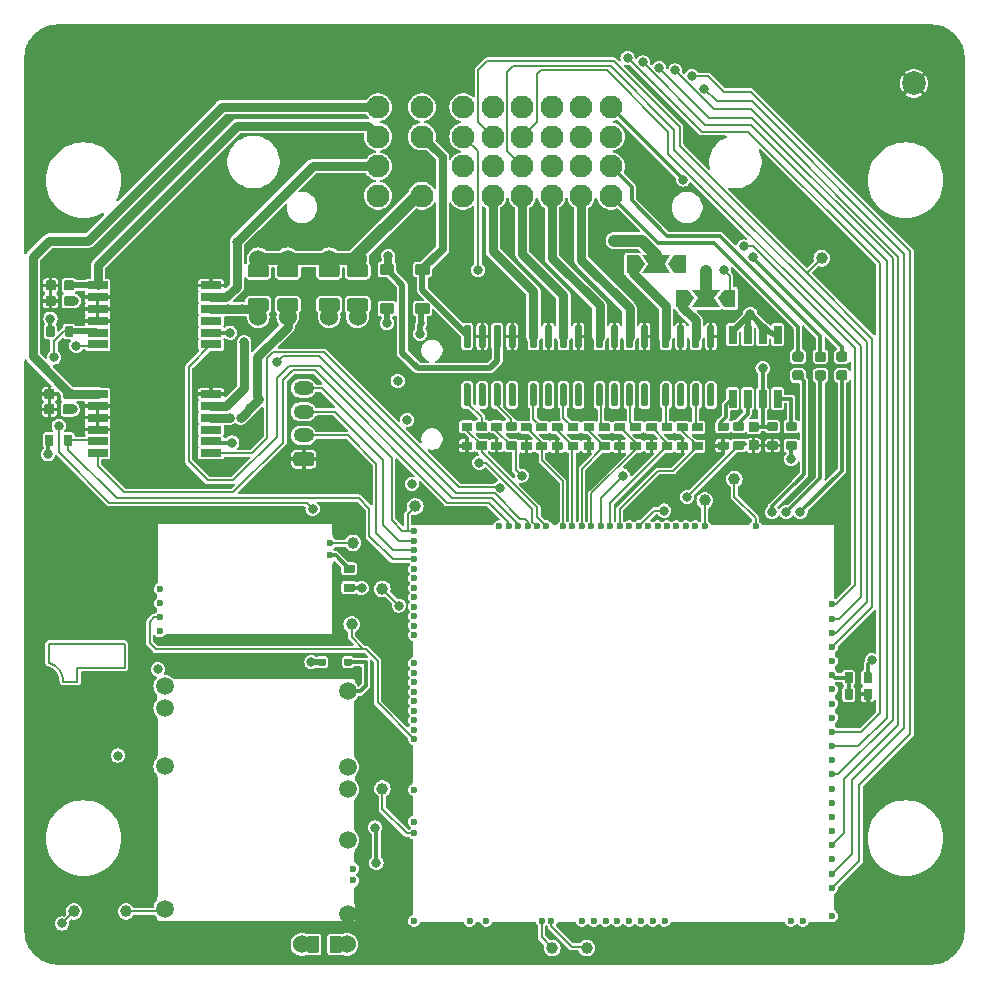
<source format=gtl>
G04 #@! TF.GenerationSoftware,KiCad,Pcbnew,8.0.9-8.0.9-0~ubuntu24.04.1*
G04 #@! TF.CreationDate,2026-02-24T23:03:09+00:00*
G04 #@! TF.ProjectId,PROLT,50524f4c-542e-46b6-9963-61645f706362,rev?*
G04 #@! TF.SameCoordinates,Original*
G04 #@! TF.FileFunction,Copper,L1,Top*
G04 #@! TF.FilePolarity,Positive*
%FSLAX46Y46*%
G04 Gerber Fmt 4.6, Leading zero omitted, Abs format (unit mm)*
G04 Created by KiCad (PCBNEW 8.0.9-8.0.9-0~ubuntu24.04.1) date 2026-02-24 23:03:09*
%MOMM*%
%LPD*%
G01*
G04 APERTURE LIST*
G04 #@! TA.AperFunction,EtchedComponent*
%ADD10C,0.200000*%
G04 #@! TD*
G04 #@! TA.AperFunction,SMDPad,CuDef*
%ADD11C,1.000000*%
G04 #@! TD*
G04 #@! TA.AperFunction,ComponentPad*
%ADD12C,1.524000*%
G04 #@! TD*
G04 #@! TA.AperFunction,SMDPad,CuDef*
%ADD13R,0.650000X1.525000*%
G04 #@! TD*
G04 #@! TA.AperFunction,SMDPad,CuDef*
%ADD14R,1.750000X0.650000*%
G04 #@! TD*
G04 #@! TA.AperFunction,SMDPad,CuDef*
%ADD15R,4.300000X7.900000*%
G04 #@! TD*
G04 #@! TA.AperFunction,ComponentPad*
%ADD16O,1.750000X1.200000*%
G04 #@! TD*
G04 #@! TA.AperFunction,ComponentPad*
%ADD17C,0.600000*%
G04 #@! TD*
G04 #@! TA.AperFunction,SMDPad,CuDef*
%ADD18R,3.700000X0.200000*%
G04 #@! TD*
G04 #@! TA.AperFunction,SMDPad,CuDef*
%ADD19R,0.400000X0.200000*%
G04 #@! TD*
G04 #@! TA.AperFunction,SMDPad,CuDef*
%ADD20R,1.600000X0.200000*%
G04 #@! TD*
G04 #@! TA.AperFunction,SMDPad,CuDef*
%ADD21R,9.700000X0.200000*%
G04 #@! TD*
G04 #@! TA.AperFunction,SMDPad,CuDef*
%ADD22R,2.300000X0.200000*%
G04 #@! TD*
G04 #@! TA.AperFunction,SMDPad,CuDef*
%ADD23R,0.200000X1.400000*%
G04 #@! TD*
G04 #@! TA.AperFunction,SMDPad,CuDef*
%ADD24R,0.200000X6.400000*%
G04 #@! TD*
G04 #@! TA.AperFunction,SMDPad,CuDef*
%ADD25R,0.200000X1.700000*%
G04 #@! TD*
G04 #@! TA.AperFunction,SMDPad,CuDef*
%ADD26R,0.200000X3.300000*%
G04 #@! TD*
G04 #@! TA.AperFunction,SMDPad,CuDef*
%ADD27R,7.000000X0.200000*%
G04 #@! TD*
G04 #@! TA.AperFunction,SMDPad,CuDef*
%ADD28R,3.300000X0.200000*%
G04 #@! TD*
G04 #@! TA.AperFunction,SMDPad,CuDef*
%ADD29R,6.300000X0.200000*%
G04 #@! TD*
G04 #@! TA.AperFunction,ComponentPad*
%ADD30C,1.950000*%
G04 #@! TD*
G04 #@! TA.AperFunction,SMDPad,CuDef*
%ADD31R,0.250000X6.185000*%
G04 #@! TD*
G04 #@! TA.AperFunction,SMDPad,CuDef*
%ADD32R,0.250000X1.115000*%
G04 #@! TD*
G04 #@! TA.AperFunction,SMDPad,CuDef*
%ADD33R,14.275000X0.250000*%
G04 #@! TD*
G04 #@! TA.AperFunction,SMDPad,CuDef*
%ADD34R,15.100000X0.250000*%
G04 #@! TD*
G04 #@! TA.AperFunction,SMDPad,CuDef*
%ADD35R,0.250000X5.175000*%
G04 #@! TD*
G04 #@! TA.AperFunction,SMDPad,CuDef*
%ADD36C,2.000000*%
G04 #@! TD*
G04 #@! TA.AperFunction,ComponentPad*
%ADD37C,1.500000*%
G04 #@! TD*
G04 #@! TA.AperFunction,SMDPad,CuDef*
%ADD38O,0.200000X3.300000*%
G04 #@! TD*
G04 #@! TA.AperFunction,SMDPad,CuDef*
%ADD39O,0.200000X10.200000*%
G04 #@! TD*
G04 #@! TA.AperFunction,SMDPad,CuDef*
%ADD40O,0.200000X0.300000*%
G04 #@! TD*
G04 #@! TA.AperFunction,SMDPad,CuDef*
%ADD41O,17.000000X0.200000*%
G04 #@! TD*
G04 #@! TA.AperFunction,SMDPad,CuDef*
%ADD42O,15.400000X0.200000*%
G04 #@! TD*
G04 #@! TA.AperFunction,SMDPad,CuDef*
%ADD43O,0.200000X4.800000*%
G04 #@! TD*
G04 #@! TA.AperFunction,SMDPad,CuDef*
%ADD44O,0.200000X2.600000*%
G04 #@! TD*
G04 #@! TA.AperFunction,SMDPad,CuDef*
%ADD45O,0.200000X1.000000*%
G04 #@! TD*
G04 #@! TA.AperFunction,SMDPad,CuDef*
%ADD46O,0.200000X1.500000*%
G04 #@! TD*
G04 #@! TA.AperFunction,ViaPad*
%ADD47C,0.800000*%
G04 #@! TD*
G04 #@! TA.AperFunction,ViaPad*
%ADD48C,1.000000*%
G04 #@! TD*
G04 #@! TA.AperFunction,Conductor*
%ADD49C,0.500000*%
G04 #@! TD*
G04 #@! TA.AperFunction,Conductor*
%ADD50C,0.150000*%
G04 #@! TD*
G04 #@! TA.AperFunction,Conductor*
%ADD51C,0.300000*%
G04 #@! TD*
G04 #@! TA.AperFunction,Conductor*
%ADD52C,0.800000*%
G04 #@! TD*
G04 #@! TA.AperFunction,Conductor*
%ADD53C,0.200000*%
G04 #@! TD*
G04 #@! TA.AperFunction,Conductor*
%ADD54C,0.700000*%
G04 #@! TD*
G04 #@! TA.AperFunction,Conductor*
%ADD55C,1.000000*%
G04 #@! TD*
G04 APERTURE END LIST*
D10*
G04 #@! TO.C,G2*
X2273830Y27344279D02*
X2273830Y25744279D01*
X4673830Y25344279D02*
X8673830Y25344279D01*
X4673830Y24144279D02*
X3473830Y24144279D01*
X4673830Y24144279D02*
X4673830Y25344279D01*
X8673830Y27344279D02*
X2273830Y27344279D01*
X8673830Y25344279D02*
X8673830Y27344279D01*
X2273830Y25744279D02*
G75*
G02*
X3473830Y24144279I-383039J-1537279D01*
G01*
G04 #@! TD*
G04 #@! TO.P,R9,1*
G04 #@! TO.N,GND*
G04 #@! TA.AperFunction,SMDPad,CuDef*
G36*
G01*
X38055000Y43773405D02*
X37275000Y43773405D01*
G75*
G02*
X37205000Y43843405I0J70000D01*
G01*
X37205000Y44403405D01*
G75*
G02*
X37275000Y44473405I70000J0D01*
G01*
X38055000Y44473405D01*
G75*
G02*
X38125000Y44403405I0J-70000D01*
G01*
X38125000Y43843405D01*
G75*
G02*
X38055000Y43773405I-70000J0D01*
G01*
G37*
G04 #@! TD.AperFunction*
G04 #@! TO.P,R9,2*
G04 #@! TO.N,/LS1*
G04 #@! TA.AperFunction,SMDPad,CuDef*
G36*
G01*
X38055000Y45373405D02*
X37275000Y45373405D01*
G75*
G02*
X37205000Y45443405I0J70000D01*
G01*
X37205000Y46003405D01*
G75*
G02*
X37275000Y46073405I70000J0D01*
G01*
X38055000Y46073405D01*
G75*
G02*
X38125000Y46003405I0J-70000D01*
G01*
X38125000Y45443405D01*
G75*
G02*
X38055000Y45373405I-70000J0D01*
G01*
G37*
G04 #@! TD.AperFunction*
G04 #@! TD*
D11*
G04 #@! TO.P,TP1,1,1*
G04 #@! TO.N,/VR+*
X28000000Y35900000D03*
G04 #@! TD*
G04 #@! TO.P,U2,1,IN1*
G04 #@! TO.N,Net-(U2-IN1)*
G04 #@! TA.AperFunction,SMDPad,CuDef*
G36*
G01*
X49045000Y47450000D02*
X48745000Y47450000D01*
G75*
G02*
X48595000Y47600000I0J150000D01*
G01*
X48595000Y49250000D01*
G75*
G02*
X48745000Y49400000I150000J0D01*
G01*
X49045000Y49400000D01*
G75*
G02*
X49195000Y49250000I0J-150000D01*
G01*
X49195000Y47600000D01*
G75*
G02*
X49045000Y47450000I-150000J0D01*
G01*
G37*
G04 #@! TD.AperFunction*
G04 #@! TO.P,U2,2,STATUS1*
G04 #@! TO.N,unconnected-(U2-STATUS1-Pad2)*
G04 #@! TA.AperFunction,SMDPad,CuDef*
G36*
G01*
X50315000Y47450000D02*
X50015000Y47450000D01*
G75*
G02*
X49865000Y47600000I0J150000D01*
G01*
X49865000Y49250000D01*
G75*
G02*
X50015000Y49400000I150000J0D01*
G01*
X50315000Y49400000D01*
G75*
G02*
X50465000Y49250000I0J-150000D01*
G01*
X50465000Y47600000D01*
G75*
G02*
X50315000Y47450000I-150000J0D01*
G01*
G37*
G04 #@! TD.AperFunction*
G04 #@! TO.P,U2,3,IN2*
G04 #@! TO.N,Net-(U2-IN2)*
G04 #@! TA.AperFunction,SMDPad,CuDef*
G36*
G01*
X51585000Y47450000D02*
X51285000Y47450000D01*
G75*
G02*
X51135000Y47600000I0J150000D01*
G01*
X51135000Y49250000D01*
G75*
G02*
X51285000Y49400000I150000J0D01*
G01*
X51585000Y49400000D01*
G75*
G02*
X51735000Y49250000I0J-150000D01*
G01*
X51735000Y47600000D01*
G75*
G02*
X51585000Y47450000I-150000J0D01*
G01*
G37*
G04 #@! TD.AperFunction*
G04 #@! TO.P,U2,4,STATUS2*
G04 #@! TO.N,unconnected-(U2-STATUS2-Pad4)*
G04 #@! TA.AperFunction,SMDPad,CuDef*
G36*
G01*
X52855000Y47450000D02*
X52555000Y47450000D01*
G75*
G02*
X52405000Y47600000I0J150000D01*
G01*
X52405000Y49250000D01*
G75*
G02*
X52555000Y49400000I150000J0D01*
G01*
X52855000Y49400000D01*
G75*
G02*
X53005000Y49250000I0J-150000D01*
G01*
X53005000Y47600000D01*
G75*
G02*
X52855000Y47450000I-150000J0D01*
G01*
G37*
G04 #@! TD.AperFunction*
G04 #@! TO.P,U2,5,S2*
G04 #@! TO.N,GND*
G04 #@! TA.AperFunction,SMDPad,CuDef*
G36*
G01*
X52855000Y52400000D02*
X52555000Y52400000D01*
G75*
G02*
X52405000Y52550000I0J150000D01*
G01*
X52405000Y54200000D01*
G75*
G02*
X52555000Y54350000I150000J0D01*
G01*
X52855000Y54350000D01*
G75*
G02*
X53005000Y54200000I0J-150000D01*
G01*
X53005000Y52550000D01*
G75*
G02*
X52855000Y52400000I-150000J0D01*
G01*
G37*
G04 #@! TD.AperFunction*
G04 #@! TO.P,U2,6,D2*
G04 #@! TO.N,/INJ4_OUT*
G04 #@! TA.AperFunction,SMDPad,CuDef*
G36*
G01*
X51585000Y52400000D02*
X51285000Y52400000D01*
G75*
G02*
X51135000Y52550000I0J150000D01*
G01*
X51135000Y54200000D01*
G75*
G02*
X51285000Y54350000I150000J0D01*
G01*
X51585000Y54350000D01*
G75*
G02*
X51735000Y54200000I0J-150000D01*
G01*
X51735000Y52550000D01*
G75*
G02*
X51585000Y52400000I-150000J0D01*
G01*
G37*
G04 #@! TD.AperFunction*
G04 #@! TO.P,U2,7,S1*
G04 #@! TO.N,GND*
G04 #@! TA.AperFunction,SMDPad,CuDef*
G36*
G01*
X50315000Y52400000D02*
X50015000Y52400000D01*
G75*
G02*
X49865000Y52550000I0J150000D01*
G01*
X49865000Y54200000D01*
G75*
G02*
X50015000Y54350000I150000J0D01*
G01*
X50315000Y54350000D01*
G75*
G02*
X50465000Y54200000I0J-150000D01*
G01*
X50465000Y52550000D01*
G75*
G02*
X50315000Y52400000I-150000J0D01*
G01*
G37*
G04 #@! TD.AperFunction*
G04 #@! TO.P,U2,8,D1*
G04 #@! TO.N,/INJ3_OUT*
G04 #@! TA.AperFunction,SMDPad,CuDef*
G36*
G01*
X49045000Y52400000D02*
X48745000Y52400000D01*
G75*
G02*
X48595000Y52550000I0J150000D01*
G01*
X48595000Y54200000D01*
G75*
G02*
X48745000Y54350000I150000J0D01*
G01*
X49045000Y54350000D01*
G75*
G02*
X49195000Y54200000I0J-150000D01*
G01*
X49195000Y52550000D01*
G75*
G02*
X49045000Y52400000I-150000J0D01*
G01*
G37*
G04 #@! TD.AperFunction*
G04 #@! TD*
G04 #@! TO.P,C1,1*
G04 #@! TO.N,GND*
G04 #@! TA.AperFunction,SMDPad,CuDef*
G36*
G01*
X62270000Y43734999D02*
X61590000Y43734999D01*
G75*
G02*
X61505000Y43819999I0J85000D01*
G01*
X61505000Y44499999D01*
G75*
G02*
X61590000Y44584999I85000J0D01*
G01*
X62270000Y44584999D01*
G75*
G02*
X62355000Y44499999I0J-85000D01*
G01*
X62355000Y43819999D01*
G75*
G02*
X62270000Y43734999I-85000J0D01*
G01*
G37*
G04 #@! TD.AperFunction*
G04 #@! TO.P,C1,2*
G04 #@! TO.N,/TACH*
G04 #@! TA.AperFunction,SMDPad,CuDef*
G36*
G01*
X62270000Y45315001D02*
X61590000Y45315001D01*
G75*
G02*
X61505000Y45400001I0J85000D01*
G01*
X61505000Y46080001D01*
G75*
G02*
X61590000Y46165001I85000J0D01*
G01*
X62270000Y46165001D01*
G75*
G02*
X62355000Y46080001I0J-85000D01*
G01*
X62355000Y45400001D01*
G75*
G02*
X62270000Y45315001I-85000J0D01*
G01*
G37*
G04 #@! TD.AperFunction*
G04 #@! TD*
G04 #@! TO.P,R3,1*
G04 #@! TO.N,Net-(U1-IN1)*
G04 #@! TA.AperFunction,SMDPad,CuDef*
G36*
G01*
X43610000Y46050000D02*
X44390000Y46050000D01*
G75*
G02*
X44460000Y45980000I0J-70000D01*
G01*
X44460000Y45420000D01*
G75*
G02*
X44390000Y45350000I-70000J0D01*
G01*
X43610000Y45350000D01*
G75*
G02*
X43540000Y45420000I0J70000D01*
G01*
X43540000Y45980000D01*
G75*
G02*
X43610000Y46050000I70000J0D01*
G01*
G37*
G04 #@! TD.AperFunction*
G04 #@! TO.P,R3,2*
G04 #@! TO.N,/INJ1_IN*
G04 #@! TA.AperFunction,SMDPad,CuDef*
G36*
G01*
X43610000Y44450000D02*
X44390000Y44450000D01*
G75*
G02*
X44460000Y44380000I0J-70000D01*
G01*
X44460000Y43820000D01*
G75*
G02*
X44390000Y43750000I-70000J0D01*
G01*
X43610000Y43750000D01*
G75*
G02*
X43540000Y43820000I0J70000D01*
G01*
X43540000Y44380000D01*
G75*
G02*
X43610000Y44450000I70000J0D01*
G01*
G37*
G04 #@! TD.AperFunction*
G04 #@! TD*
G04 #@! TO.P,C26,1*
G04 #@! TO.N,GND*
G04 #@! TA.AperFunction,SMDPad,CuDef*
G36*
G01*
X1894998Y48160000D02*
X1894998Y48840000D01*
G75*
G02*
X1979998Y48925000I85000J0D01*
G01*
X2659998Y48925000D01*
G75*
G02*
X2744998Y48840000I0J-85000D01*
G01*
X2744998Y48160000D01*
G75*
G02*
X2659998Y48075000I-85000J0D01*
G01*
X1979998Y48075000D01*
G75*
G02*
X1894998Y48160000I0J85000D01*
G01*
G37*
G04 #@! TD.AperFunction*
G04 #@! TO.P,C26,2*
G04 #@! TO.N,/DC2+*
G04 #@! TA.AperFunction,SMDPad,CuDef*
G36*
G01*
X3475000Y48160000D02*
X3475000Y48840000D01*
G75*
G02*
X3560000Y48925000I85000J0D01*
G01*
X4240000Y48925000D01*
G75*
G02*
X4325000Y48840000I0J-85000D01*
G01*
X4325000Y48160000D01*
G75*
G02*
X4240000Y48075000I-85000J0D01*
G01*
X3560000Y48075000D01*
G75*
G02*
X3475000Y48160000I0J85000D01*
G01*
G37*
G04 #@! TD.AperFunction*
G04 #@! TD*
G04 #@! TO.P,R15,1*
G04 #@! TO.N,GND*
G04 #@! TA.AperFunction,SMDPad,CuDef*
G36*
G01*
X71950000Y23490000D02*
X71950000Y22710000D01*
G75*
G02*
X71880000Y22640000I-70000J0D01*
G01*
X71320000Y22640000D01*
G75*
G02*
X71250000Y22710000I0J70000D01*
G01*
X71250000Y23490000D01*
G75*
G02*
X71320000Y23560000I70000J0D01*
G01*
X71880000Y23560000D01*
G75*
G02*
X71950000Y23490000I0J-70000D01*
G01*
G37*
G04 #@! TD.AperFunction*
G04 #@! TO.P,R15,2*
G04 #@! TO.N,/IN_VMAIN*
G04 #@! TA.AperFunction,SMDPad,CuDef*
G36*
G01*
X70350000Y23490000D02*
X70350000Y22710000D01*
G75*
G02*
X70280000Y22640000I-70000J0D01*
G01*
X69720000Y22640000D01*
G75*
G02*
X69650000Y22710000I0J70000D01*
G01*
X69650000Y23490000D01*
G75*
G02*
X69720000Y23560000I70000J0D01*
G01*
X70280000Y23560000D01*
G75*
G02*
X70350000Y23490000I0J-70000D01*
G01*
G37*
G04 #@! TD.AperFunction*
G04 #@! TD*
G04 #@! TO.P,U1,1,IN1*
G04 #@! TO.N,Net-(U1-IN1)*
G04 #@! TA.AperFunction,SMDPad,CuDef*
G36*
G01*
X43445000Y47450000D02*
X43145000Y47450000D01*
G75*
G02*
X42995000Y47600000I0J150000D01*
G01*
X42995000Y49250000D01*
G75*
G02*
X43145000Y49400000I150000J0D01*
G01*
X43445000Y49400000D01*
G75*
G02*
X43595000Y49250000I0J-150000D01*
G01*
X43595000Y47600000D01*
G75*
G02*
X43445000Y47450000I-150000J0D01*
G01*
G37*
G04 #@! TD.AperFunction*
G04 #@! TO.P,U1,2,STATUS1*
G04 #@! TO.N,unconnected-(U1-STATUS1-Pad2)*
G04 #@! TA.AperFunction,SMDPad,CuDef*
G36*
G01*
X44715000Y47450000D02*
X44415000Y47450000D01*
G75*
G02*
X44265000Y47600000I0J150000D01*
G01*
X44265000Y49250000D01*
G75*
G02*
X44415000Y49400000I150000J0D01*
G01*
X44715000Y49400000D01*
G75*
G02*
X44865000Y49250000I0J-150000D01*
G01*
X44865000Y47600000D01*
G75*
G02*
X44715000Y47450000I-150000J0D01*
G01*
G37*
G04 #@! TD.AperFunction*
G04 #@! TO.P,U1,3,IN2*
G04 #@! TO.N,Net-(U1-IN2)*
G04 #@! TA.AperFunction,SMDPad,CuDef*
G36*
G01*
X45985000Y47450000D02*
X45685000Y47450000D01*
G75*
G02*
X45535000Y47600000I0J150000D01*
G01*
X45535000Y49250000D01*
G75*
G02*
X45685000Y49400000I150000J0D01*
G01*
X45985000Y49400000D01*
G75*
G02*
X46135000Y49250000I0J-150000D01*
G01*
X46135000Y47600000D01*
G75*
G02*
X45985000Y47450000I-150000J0D01*
G01*
G37*
G04 #@! TD.AperFunction*
G04 #@! TO.P,U1,4,STATUS2*
G04 #@! TO.N,unconnected-(U1-STATUS2-Pad4)*
G04 #@! TA.AperFunction,SMDPad,CuDef*
G36*
G01*
X47255000Y47450000D02*
X46955000Y47450000D01*
G75*
G02*
X46805000Y47600000I0J150000D01*
G01*
X46805000Y49250000D01*
G75*
G02*
X46955000Y49400000I150000J0D01*
G01*
X47255000Y49400000D01*
G75*
G02*
X47405000Y49250000I0J-150000D01*
G01*
X47405000Y47600000D01*
G75*
G02*
X47255000Y47450000I-150000J0D01*
G01*
G37*
G04 #@! TD.AperFunction*
G04 #@! TO.P,U1,5,S2*
G04 #@! TO.N,GND*
G04 #@! TA.AperFunction,SMDPad,CuDef*
G36*
G01*
X47255000Y52400000D02*
X46955000Y52400000D01*
G75*
G02*
X46805000Y52550000I0J150000D01*
G01*
X46805000Y54200000D01*
G75*
G02*
X46955000Y54350000I150000J0D01*
G01*
X47255000Y54350000D01*
G75*
G02*
X47405000Y54200000I0J-150000D01*
G01*
X47405000Y52550000D01*
G75*
G02*
X47255000Y52400000I-150000J0D01*
G01*
G37*
G04 #@! TD.AperFunction*
G04 #@! TO.P,U1,6,D2*
G04 #@! TO.N,/INJ2_OUT*
G04 #@! TA.AperFunction,SMDPad,CuDef*
G36*
G01*
X45985000Y52400000D02*
X45685000Y52400000D01*
G75*
G02*
X45535000Y52550000I0J150000D01*
G01*
X45535000Y54200000D01*
G75*
G02*
X45685000Y54350000I150000J0D01*
G01*
X45985000Y54350000D01*
G75*
G02*
X46135000Y54200000I0J-150000D01*
G01*
X46135000Y52550000D01*
G75*
G02*
X45985000Y52400000I-150000J0D01*
G01*
G37*
G04 #@! TD.AperFunction*
G04 #@! TO.P,U1,7,S1*
G04 #@! TO.N,GND*
G04 #@! TA.AperFunction,SMDPad,CuDef*
G36*
G01*
X44715000Y52400000D02*
X44415000Y52400000D01*
G75*
G02*
X44265000Y52550000I0J150000D01*
G01*
X44265000Y54200000D01*
G75*
G02*
X44415000Y54350000I150000J0D01*
G01*
X44715000Y54350000D01*
G75*
G02*
X44865000Y54200000I0J-150000D01*
G01*
X44865000Y52550000D01*
G75*
G02*
X44715000Y52400000I-150000J0D01*
G01*
G37*
G04 #@! TD.AperFunction*
G04 #@! TO.P,U1,8,D1*
G04 #@! TO.N,/INJ1_OUT*
G04 #@! TA.AperFunction,SMDPad,CuDef*
G36*
G01*
X43445000Y52400000D02*
X43145000Y52400000D01*
G75*
G02*
X42995000Y52550000I0J150000D01*
G01*
X42995000Y54200000D01*
G75*
G02*
X43145000Y54350000I150000J0D01*
G01*
X43445000Y54350000D01*
G75*
G02*
X43595000Y54200000I0J-150000D01*
G01*
X43595000Y52550000D01*
G75*
G02*
X43445000Y52400000I-150000J0D01*
G01*
G37*
G04 #@! TD.AperFunction*
G04 #@! TD*
D12*
G04 #@! TO.P,F7,1,1*
G04 #@! TO.N,+12V*
X28400000Y59950000D03*
G04 #@! TA.AperFunction,SMDPad,CuDef*
G36*
G01*
X27500000Y58605010D02*
X27500000Y59295010D01*
G75*
G02*
X27730000Y59525010I230000J0D01*
G01*
X29070000Y59525010D01*
G75*
G02*
X29300000Y59295010I0J-230000D01*
G01*
X29300000Y58605010D01*
G75*
G02*
X29070000Y58375010I-230000J0D01*
G01*
X27730000Y58375010D01*
G75*
G02*
X27500000Y58605010I0J230000D01*
G01*
G37*
G04 #@! TD.AperFunction*
G04 #@! TO.P,F7,2,2*
G04 #@! TO.N,+12V_RAW*
G04 #@! TA.AperFunction,SMDPad,CuDef*
G36*
G01*
X27500000Y55704990D02*
X27500000Y56394990D01*
G75*
G02*
X27730000Y56624990I230000J0D01*
G01*
X29070000Y56624990D01*
G75*
G02*
X29300000Y56394990I0J-230000D01*
G01*
X29300000Y55704990D01*
G75*
G02*
X29070000Y55474990I-230000J0D01*
G01*
X27730000Y55474990D01*
G75*
G02*
X27500000Y55704990I0J230000D01*
G01*
G37*
G04 #@! TD.AperFunction*
X28400000Y55050000D03*
G04 #@! TD*
D11*
G04 #@! TO.P,TP11,1,1*
G04 #@! TO.N,+3.3V*
X4400000Y4700000D03*
G04 #@! TD*
G04 #@! TO.P,R20,1*
G04 #@! TO.N,Net-(U2-IN2)*
G04 #@! TA.AperFunction,SMDPad,CuDef*
G36*
G01*
X51558175Y46055000D02*
X52338175Y46055000D01*
G75*
G02*
X52408175Y45985000I0J-70000D01*
G01*
X52408175Y45425000D01*
G75*
G02*
X52338175Y45355000I-70000J0D01*
G01*
X51558175Y45355000D01*
G75*
G02*
X51488175Y45425000I0J70000D01*
G01*
X51488175Y45985000D01*
G75*
G02*
X51558175Y46055000I70000J0D01*
G01*
G37*
G04 #@! TD.AperFunction*
G04 #@! TO.P,R20,2*
G04 #@! TO.N,/INJ4_IN*
G04 #@! TA.AperFunction,SMDPad,CuDef*
G36*
G01*
X51558175Y44455000D02*
X52338175Y44455000D01*
G75*
G02*
X52408175Y44385000I0J-70000D01*
G01*
X52408175Y43825000D01*
G75*
G02*
X52338175Y43755000I-70000J0D01*
G01*
X51558175Y43755000D01*
G75*
G02*
X51488175Y43825000I0J70000D01*
G01*
X51488175Y44385000D01*
G75*
G02*
X51558175Y44455000I70000J0D01*
G01*
G37*
G04 #@! TD.AperFunction*
G04 #@! TD*
D13*
G04 #@! TO.P,IC1,1,GND*
G04 #@! TO.N,Net-(IC1-GND)*
X60160000Y48113000D03*
G04 #@! TO.P,IC1,2,IN*
G04 #@! TO.N,Net-(IC1-IN)*
X61430000Y48113000D03*
G04 #@! TO.P,IC1,3,OUT*
G04 #@! TO.N,/TACH*
X62700000Y48113000D03*
G04 #@! TO.P,IC1,4,ST*
G04 #@! TO.N,Net-(IC1-ST)*
X63970000Y48113000D03*
G04 #@! TO.P,IC1,5,VS_1*
G04 #@! TO.N,+12V_RAW*
X63970000Y53537000D03*
G04 #@! TO.P,IC1,6,VS_2*
X62700000Y53537000D03*
G04 #@! TO.P,IC1,7,VS_3*
X61430000Y53537000D03*
G04 #@! TO.P,IC1,8,VS_4*
X60160000Y53537000D03*
G04 #@! TD*
G04 #@! TO.P,R12,1*
G04 #@! TO.N,/DC2_DIS*
G04 #@! TA.AperFunction,SMDPad,CuDef*
G36*
G01*
X4250000Y44990000D02*
X4250000Y44210000D01*
G75*
G02*
X4180000Y44140000I-70000J0D01*
G01*
X3620000Y44140000D01*
G75*
G02*
X3550000Y44210000I0J70000D01*
G01*
X3550000Y44990000D01*
G75*
G02*
X3620000Y45060000I70000J0D01*
G01*
X4180000Y45060000D01*
G75*
G02*
X4250000Y44990000I0J-70000D01*
G01*
G37*
G04 #@! TD.AperFunction*
G04 #@! TO.P,R12,2*
G04 #@! TO.N,+3.3V*
G04 #@! TA.AperFunction,SMDPad,CuDef*
G36*
G01*
X2650000Y44990000D02*
X2650000Y44210000D01*
G75*
G02*
X2580000Y44140000I-70000J0D01*
G01*
X2020000Y44140000D01*
G75*
G02*
X1950000Y44210000I0J70000D01*
G01*
X1950000Y44990000D01*
G75*
G02*
X2020000Y45060000I70000J0D01*
G01*
X2580000Y45060000D01*
G75*
G02*
X2650000Y44990000I0J-70000D01*
G01*
G37*
G04 #@! TD.AperFunction*
G04 #@! TD*
G04 #@! TO.P,R25,1*
G04 #@! TO.N,Net-(U3-IN1)*
G04 #@! TA.AperFunction,SMDPad,CuDef*
G36*
G01*
X54210000Y46050000D02*
X54990000Y46050000D01*
G75*
G02*
X55060000Y45980000I0J-70000D01*
G01*
X55060000Y45420000D01*
G75*
G02*
X54990000Y45350000I-70000J0D01*
G01*
X54210000Y45350000D01*
G75*
G02*
X54140000Y45420000I0J70000D01*
G01*
X54140000Y45980000D01*
G75*
G02*
X54210000Y46050000I70000J0D01*
G01*
G37*
G04 #@! TD.AperFunction*
G04 #@! TO.P,R25,2*
G04 #@! TO.N,/LowSide Outputs/IN_3*
G04 #@! TA.AperFunction,SMDPad,CuDef*
G36*
G01*
X54210000Y44450000D02*
X54990000Y44450000D01*
G75*
G02*
X55060000Y44380000I0J-70000D01*
G01*
X55060000Y43820000D01*
G75*
G02*
X54990000Y43750000I-70000J0D01*
G01*
X54210000Y43750000D01*
G75*
G02*
X54140000Y43820000I0J70000D01*
G01*
X54140000Y44380000D01*
G75*
G02*
X54210000Y44450000I70000J0D01*
G01*
G37*
G04 #@! TD.AperFunction*
G04 #@! TD*
G04 #@! TO.P,C13,1*
G04 #@! TO.N,GND*
G04 #@! TA.AperFunction,SMDPad,CuDef*
G36*
G01*
X1994998Y57360000D02*
X1994998Y58040000D01*
G75*
G02*
X2079998Y58125000I85000J0D01*
G01*
X2759998Y58125000D01*
G75*
G02*
X2844998Y58040000I0J-85000D01*
G01*
X2844998Y57360000D01*
G75*
G02*
X2759998Y57275000I-85000J0D01*
G01*
X2079998Y57275000D01*
G75*
G02*
X1994998Y57360000I0J85000D01*
G01*
G37*
G04 #@! TD.AperFunction*
G04 #@! TO.P,C13,2*
G04 #@! TO.N,/DC1+*
G04 #@! TA.AperFunction,SMDPad,CuDef*
G36*
G01*
X3575000Y57360000D02*
X3575000Y58040000D01*
G75*
G02*
X3660000Y58125000I85000J0D01*
G01*
X4340000Y58125000D01*
G75*
G02*
X4425000Y58040000I0J-85000D01*
G01*
X4425000Y57360000D01*
G75*
G02*
X4340000Y57275000I-85000J0D01*
G01*
X3660000Y57275000D01*
G75*
G02*
X3575000Y57360000I0J85000D01*
G01*
G37*
G04 #@! TD.AperFunction*
G04 #@! TD*
G04 #@! TO.P,R14,1*
G04 #@! TO.N,/IN_VMAIN*
G04 #@! TA.AperFunction,SMDPad,CuDef*
G36*
G01*
X69650000Y24110000D02*
X69650000Y24890000D01*
G75*
G02*
X69720000Y24960000I70000J0D01*
G01*
X70280000Y24960000D01*
G75*
G02*
X70350000Y24890000I0J-70000D01*
G01*
X70350000Y24110000D01*
G75*
G02*
X70280000Y24040000I-70000J0D01*
G01*
X69720000Y24040000D01*
G75*
G02*
X69650000Y24110000I0J70000D01*
G01*
G37*
G04 #@! TD.AperFunction*
G04 #@! TO.P,R14,2*
G04 #@! TO.N,+12V*
G04 #@! TA.AperFunction,SMDPad,CuDef*
G36*
G01*
X71250000Y24110000D02*
X71250000Y24890000D01*
G75*
G02*
X71320000Y24960000I70000J0D01*
G01*
X71880000Y24960000D01*
G75*
G02*
X71950000Y24890000I0J-70000D01*
G01*
X71950000Y24110000D01*
G75*
G02*
X71880000Y24040000I-70000J0D01*
G01*
X71320000Y24040000D01*
G75*
G02*
X71250000Y24110000I0J70000D01*
G01*
G37*
G04 #@! TD.AperFunction*
G04 #@! TD*
G04 #@! TO.P,R19,1*
G04 #@! TO.N,Net-(U2-IN1)*
G04 #@! TA.AperFunction,SMDPad,CuDef*
G36*
G01*
X48910000Y46050000D02*
X49690000Y46050000D01*
G75*
G02*
X49760000Y45980000I0J-70000D01*
G01*
X49760000Y45420000D01*
G75*
G02*
X49690000Y45350000I-70000J0D01*
G01*
X48910000Y45350000D01*
G75*
G02*
X48840000Y45420000I0J70000D01*
G01*
X48840000Y45980000D01*
G75*
G02*
X48910000Y46050000I70000J0D01*
G01*
G37*
G04 #@! TD.AperFunction*
G04 #@! TO.P,R19,2*
G04 #@! TO.N,/INJ3_IN*
G04 #@! TA.AperFunction,SMDPad,CuDef*
G36*
G01*
X48910000Y44450000D02*
X49690000Y44450000D01*
G75*
G02*
X49760000Y44380000I0J-70000D01*
G01*
X49760000Y43820000D01*
G75*
G02*
X49690000Y43750000I-70000J0D01*
G01*
X48910000Y43750000D01*
G75*
G02*
X48840000Y43820000I0J70000D01*
G01*
X48840000Y44380000D01*
G75*
G02*
X48910000Y44450000I70000J0D01*
G01*
G37*
G04 #@! TD.AperFunction*
G04 #@! TD*
G04 #@! TO.P,R2,1*
G04 #@! TO.N,GND*
G04 #@! TA.AperFunction,SMDPad,CuDef*
G36*
G01*
X45690000Y43750000D02*
X44910000Y43750000D01*
G75*
G02*
X44840000Y43820000I0J70000D01*
G01*
X44840000Y44380000D01*
G75*
G02*
X44910000Y44450000I70000J0D01*
G01*
X45690000Y44450000D01*
G75*
G02*
X45760000Y44380000I0J-70000D01*
G01*
X45760000Y43820000D01*
G75*
G02*
X45690000Y43750000I-70000J0D01*
G01*
G37*
G04 #@! TD.AperFunction*
G04 #@! TO.P,R2,2*
G04 #@! TO.N,/INJ2_IN*
G04 #@! TA.AperFunction,SMDPad,CuDef*
G36*
G01*
X45690000Y45350000D02*
X44910000Y45350000D01*
G75*
G02*
X44840000Y45420000I0J70000D01*
G01*
X44840000Y45980000D01*
G75*
G02*
X44910000Y46050000I70000J0D01*
G01*
X45690000Y46050000D01*
G75*
G02*
X45760000Y45980000I0J-70000D01*
G01*
X45760000Y45420000D01*
G75*
G02*
X45690000Y45350000I-70000J0D01*
G01*
G37*
G04 #@! TD.AperFunction*
G04 #@! TD*
D11*
G04 #@! TO.P,TP9,1,1*
G04 #@! TO.N,+5VP*
X8800000Y4700000D03*
G04 #@! TD*
D14*
G04 #@! TO.P,IC3,1,DIR*
G04 #@! TO.N,/DC2_DIR*
X16000000Y43500000D03*
G04 #@! TO.P,IC3,2,VSO*
G04 #@! TO.N,+3.3V*
X16000000Y44500000D03*
G04 #@! TO.P,IC3,3,SO*
G04 #@! TO.N,unconnected-(IC3-SO-Pad3)*
X16000000Y45500000D03*
G04 #@! TO.P,IC3,4,VS*
G04 #@! TO.N,/DC Drivers/DC2_PWR*
X16000000Y46500000D03*
G04 #@! TO.P,IC3,5,OUT1*
G04 #@! TO.N,/DC2-*
X16000000Y47500000D03*
G04 #@! TO.P,IC3,6,GND*
G04 #@! TO.N,GND*
X16000000Y48500000D03*
G04 #@! TO.P,IC3,7,OUT2*
G04 #@! TO.N,/DC2+*
X6400000Y48500000D03*
G04 #@! TO.P,IC3,8,SI*
G04 #@! TO.N,GND*
X6400000Y47500000D03*
G04 #@! TO.P,IC3,9,CSN*
X6400000Y46500000D03*
G04 #@! TO.P,IC3,10,SCK*
X6400000Y45500000D03*
G04 #@! TO.P,IC3,11,DIS*
G04 #@! TO.N,/DC2_DIS*
X6400000Y44500000D03*
G04 #@! TO.P,IC3,12,PWM*
G04 #@! TO.N,/DC2_PWM*
X6400000Y43500000D03*
D15*
G04 #@! TO.P,IC3,13,HEAT_SLUG_(GND)*
G04 #@! TO.N,GND*
X11200000Y46000000D03*
G04 #@! TD*
G04 #@! TO.P,D3,1,K*
G04 #@! TO.N,Net-(D3-K)*
G04 #@! TA.AperFunction,SMDPad,CuDef*
G36*
G01*
X27838502Y25512502D02*
X27358502Y25512502D01*
G75*
G02*
X27298502Y25572502I0J60000D01*
G01*
X27298502Y26052502D01*
G75*
G02*
X27358502Y26112502I60000J0D01*
G01*
X27838502Y26112502D01*
G75*
G02*
X27898502Y26052502I0J-60000D01*
G01*
X27898502Y25572502D01*
G75*
G02*
X27838502Y25512502I-60000J0D01*
G01*
G37*
G04 #@! TD.AperFunction*
G04 #@! TO.P,D3,2,A*
G04 #@! TO.N,Net-(BT1-+)*
G04 #@! TA.AperFunction,SMDPad,CuDef*
G36*
G01*
X25638502Y25512502D02*
X25158502Y25512502D01*
G75*
G02*
X25098502Y25572502I0J60000D01*
G01*
X25098502Y26052502D01*
G75*
G02*
X25158502Y26112502I60000J0D01*
G01*
X25638502Y26112502D01*
G75*
G02*
X25698502Y26052502I0J-60000D01*
G01*
X25698502Y25572502D01*
G75*
G02*
X25638502Y25512502I-60000J0D01*
G01*
G37*
G04 #@! TD.AperFunction*
G04 #@! TD*
G04 #@! TO.P,R24,1*
G04 #@! TO.N,GND*
G04 #@! TA.AperFunction,SMDPad,CuDef*
G36*
G01*
X56290000Y43750000D02*
X55510000Y43750000D01*
G75*
G02*
X55440000Y43820000I0J70000D01*
G01*
X55440000Y44380000D01*
G75*
G02*
X55510000Y44450000I70000J0D01*
G01*
X56290000Y44450000D01*
G75*
G02*
X56360000Y44380000I0J-70000D01*
G01*
X56360000Y43820000D01*
G75*
G02*
X56290000Y43750000I-70000J0D01*
G01*
G37*
G04 #@! TD.AperFunction*
G04 #@! TO.P,R24,2*
G04 #@! TO.N,/LowSide Outputs/IN_4*
G04 #@! TA.AperFunction,SMDPad,CuDef*
G36*
G01*
X56290000Y45350000D02*
X55510000Y45350000D01*
G75*
G02*
X55440000Y45420000I0J70000D01*
G01*
X55440000Y45980000D01*
G75*
G02*
X55510000Y46050000I70000J0D01*
G01*
X56290000Y46050000D01*
G75*
G02*
X56360000Y45980000I0J-70000D01*
G01*
X56360000Y45420000D01*
G75*
G02*
X56290000Y45350000I-70000J0D01*
G01*
G37*
G04 #@! TD.AperFunction*
G04 #@! TD*
D11*
G04 #@! TO.P,TP14,1,1*
G04 #@! TO.N,GNDA*
X57800000Y39500000D03*
G04 #@! TD*
G04 #@! TO.P,C27,1*
G04 #@! TO.N,GND*
G04 #@! TA.AperFunction,SMDPad,CuDef*
G36*
G01*
X1894998Y46860000D02*
X1894998Y47540000D01*
G75*
G02*
X1979998Y47625000I85000J0D01*
G01*
X2659998Y47625000D01*
G75*
G02*
X2744998Y47540000I0J-85000D01*
G01*
X2744998Y46860000D01*
G75*
G02*
X2659998Y46775000I-85000J0D01*
G01*
X1979998Y46775000D01*
G75*
G02*
X1894998Y46860000I0J85000D01*
G01*
G37*
G04 #@! TD.AperFunction*
G04 #@! TO.P,C27,2*
G04 #@! TO.N,/DC2-*
G04 #@! TA.AperFunction,SMDPad,CuDef*
G36*
G01*
X3475000Y46860000D02*
X3475000Y47540000D01*
G75*
G02*
X3560000Y47625000I85000J0D01*
G01*
X4240000Y47625000D01*
G75*
G02*
X4325000Y47540000I0J-85000D01*
G01*
X4325000Y46860000D01*
G75*
G02*
X4240000Y46775000I-85000J0D01*
G01*
X3560000Y46775000D01*
G75*
G02*
X3475000Y46860000I0J85000D01*
G01*
G37*
G04 #@! TD.AperFunction*
G04 #@! TD*
G04 #@! TO.P,R13,1*
G04 #@! TO.N,+5VP*
G04 #@! TA.AperFunction,SMDPad,CuDef*
G36*
G01*
X28090000Y31750000D02*
X27310000Y31750000D01*
G75*
G02*
X27240000Y31820000I0J70000D01*
G01*
X27240000Y32380000D01*
G75*
G02*
X27310000Y32450000I70000J0D01*
G01*
X28090000Y32450000D01*
G75*
G02*
X28160000Y32380000I0J-70000D01*
G01*
X28160000Y31820000D01*
G75*
G02*
X28090000Y31750000I-70000J0D01*
G01*
G37*
G04 #@! TD.AperFunction*
G04 #@! TO.P,R13,2*
G04 #@! TO.N,/VR-*
G04 #@! TA.AperFunction,SMDPad,CuDef*
G36*
G01*
X28090000Y33350000D02*
X27310000Y33350000D01*
G75*
G02*
X27240000Y33420000I0J70000D01*
G01*
X27240000Y33980000D01*
G75*
G02*
X27310000Y34050000I70000J0D01*
G01*
X28090000Y34050000D01*
G75*
G02*
X28160000Y33980000I0J-70000D01*
G01*
X28160000Y33420000D01*
G75*
G02*
X28090000Y33350000I-70000J0D01*
G01*
G37*
G04 #@! TD.AperFunction*
G04 #@! TD*
G04 #@! TO.P,J2,1,Pin_1*
G04 #@! TO.N,GND*
G04 #@! TA.AperFunction,ComponentPad*
G36*
G01*
X24475000Y42400000D02*
X23225000Y42400000D01*
G75*
G02*
X22975000Y42650000I0J250000D01*
G01*
X22975000Y43350000D01*
G75*
G02*
X23225000Y43600000I250000J0D01*
G01*
X24475000Y43600000D01*
G75*
G02*
X24725000Y43350000I0J-250000D01*
G01*
X24725000Y42650000D01*
G75*
G02*
X24475000Y42400000I-250000J0D01*
G01*
G37*
G04 #@! TD.AperFunction*
D16*
G04 #@! TO.P,J2,2,Pin_2*
G04 #@! TO.N,/USB+*
X23850000Y45000000D03*
G04 #@! TO.P,J2,3,Pin_3*
G04 #@! TO.N,/USB-*
X23850000Y47000000D03*
G04 #@! TO.P,J2,4,Pin_4*
G04 #@! TO.N,/VBUS*
X23850000Y49000000D03*
G04 #@! TD*
D17*
G04 #@! TO.P,M1,E1,V5A_SWITCHABLE*
G04 #@! TO.N,+5VA*
X62099990Y37300000D03*
G04 #@! TO.P,M1,E2,GNDA*
G04 #@! TO.N,GNDA*
X57799990Y37300010D03*
G04 #@! TO.P,M1,E3,I2C_SCL_(PB10)*
G04 #@! TO.N,unconnected-(M1-I2C_SCL_(PB10)-PadE3)*
X57000000Y37300010D03*
G04 #@! TO.P,M1,E4,I2C_SDA_(PB11)*
G04 #@! TO.N,unconnected-(M1-I2C_SDA_(PB11)-PadE4)*
X56199990Y37300010D03*
G04 #@! TO.P,M1,E5,IN_VIGN_(PA5)*
G04 #@! TO.N,Net-(M1-IN_VIGN_(PA5))*
X55399990Y37300010D03*
G04 #@! TO.P,M1,E6,SPI2_CS_/_CAN2_RX_(PB12)*
G04 #@! TO.N,unconnected-(M1-SPI2_CS_{slash}_CAN2_RX_(PB12)-PadE6)*
X54599990Y37300010D03*
G04 #@! TO.P,M1,E7,SPI2_SCK_/_CAN2_TX_(PB13)*
G04 #@! TO.N,unconnected-(M1-SPI2_SCK_{slash}_CAN2_TX_(PB13)-PadE7)*
X53799990Y37300010D03*
G04 #@! TO.P,M1,E8,SPI2_MISO_(PB14)*
G04 #@! TO.N,/DC1_DIS*
X52999990Y37300010D03*
G04 #@! TO.P,M1,E9,SPI2_MOSI_(PB15)*
G04 #@! TO.N,/DC2_DIR*
X52199990Y37300010D03*
G04 #@! TO.P,M1,E10,OUT_INJ8_(PD12)*
G04 #@! TO.N,unconnected-(M1-OUT_INJ8_(PD12)-PadE10)*
X51399990Y37300010D03*
G04 #@! TO.P,M1,E11,OUT_INJ7_(PD15)*
G04 #@! TO.N,/LowSide Outputs/IN_4*
X50599990Y37300010D03*
G04 #@! TO.P,M1,E12,OUT_INJ6_(PA8)*
G04 #@! TO.N,/LowSide Outputs/IN_3*
X49799990Y37300010D03*
G04 #@! TO.P,M1,E13,OUT_INJ5_(PD2)*
G04 #@! TO.N,/HS*
X48999990Y37300010D03*
G04 #@! TO.P,M1,E14,OUT_INJ4_(PD10)*
G04 #@! TO.N,/INJ4_IN*
X48199990Y37300010D03*
G04 #@! TO.P,M1,E15,OUT_INJ3_(PD11)*
G04 #@! TO.N,/INJ3_IN*
X47399990Y37300010D03*
G04 #@! TO.P,M1,E16,OUT_INJ2_(PA9)*
G04 #@! TO.N,/INJ2_IN*
X46600000Y37300000D03*
G04 #@! TO.P,M1,E17,OUT_INJ1_(PD3)*
G04 #@! TO.N,/INJ1_IN*
X45799990Y37300010D03*
G04 #@! TO.P,M1,E18,OUT_PWM1_(PD13)*
G04 #@! TO.N,/LS1*
X44399990Y37300010D03*
G04 #@! TO.P,M1,E19,OUT_PWM2_(PC6)*
G04 #@! TO.N,/LS2*
X43600000Y37300010D03*
G04 #@! TO.P,M1,E20,OUT_PWM3_(PC7)*
G04 #@! TO.N,/DC1_PWM*
X42800000Y37300010D03*
G04 #@! TO.P,M1,E21,OUT_PWM4_(PC8)*
G04 #@! TO.N,/DC1_DIR*
X42000000Y37300010D03*
G04 #@! TO.P,M1,E22,OUT_PWM5_(PC9)*
G04 #@! TO.N,/DC2_PWM*
X41200000Y37300010D03*
G04 #@! TO.P,M1,E23,OUT_PWM6_(PD14)*
G04 #@! TO.N,unconnected-(M1-OUT_PWM6_(PD14)-PadE23)*
X40399990Y37300010D03*
D18*
G04 #@! TO.P,M1,G,GND*
G04 #@! TO.N,GND*
X35550000Y3700000D03*
D19*
X38599990Y3700000D03*
D18*
X41650000Y3700000D03*
D20*
X46099990Y3700000D03*
D21*
X59749990Y3700000D03*
D22*
X67749990Y3700000D03*
D23*
X68800000Y5500010D03*
D24*
X33000000Y7600000D03*
D25*
X33000000Y13650000D03*
D26*
X33000000Y17150000D03*
D23*
X33000000Y26900000D03*
D24*
X68800000Y34400000D03*
D27*
X36399980Y37500010D03*
D19*
X45100000Y37500010D03*
D28*
X59950000Y37500010D03*
D29*
X65750000Y37500010D03*
D17*
G04 #@! TO.P,M1,N1,VBUS*
G04 #@! TO.N,/VBUS*
X33199990Y36900010D03*
G04 #@! TO.P,M1,N2,USBM_(PA11)*
G04 #@! TO.N,/USB-*
X33199990Y36100010D03*
G04 #@! TO.P,M1,N3,USBP_(PA12)*
G04 #@! TO.N,/USB+*
X33199990Y35300010D03*
G04 #@! TO.P,M1,N4,USBID_(PA10)*
G04 #@! TO.N,/DC2_DIS*
X33199990Y34500000D03*
G04 #@! TO.P,M1,N5,SWDIO_(PA13)*
G04 #@! TO.N,unconnected-(M1-SWDIO_(PA13)-PadN5)*
X33199990Y33700010D03*
G04 #@! TO.P,M1,N6,SWCLK_(PA14)*
G04 #@! TO.N,unconnected-(M1-SWCLK_(PA14)-PadN6)*
X33199990Y32900010D03*
G04 #@! TO.P,M1,N7,nReset*
G04 #@! TO.N,unconnected-(M1-nReset-PadN7)*
X33199990Y32100010D03*
G04 #@! TO.P,M1,N8,SWO_(PB3)*
G04 #@! TO.N,unconnected-(M1-SWO_(PB3)-PadN8)*
X33199990Y31300000D03*
G04 #@! TO.P,M1,N9,SPI3_CS_(PA15)*
G04 #@! TO.N,unconnected-(M1-SPI3_CS_(PA15)-PadN9)*
X33200000Y30500010D03*
G04 #@! TO.P,M1,N10,SPI3_SCK_(PC10)*
G04 #@! TO.N,unconnected-(M1-SPI3_SCK_(PC10)-PadN10)*
X33200000Y29700010D03*
G04 #@! TO.P,M1,N11,SPI3_MISO_(PC11)*
G04 #@! TO.N,unconnected-(M1-SPI3_MISO_(PC11)-PadN11)*
X33200000Y28900010D03*
G04 #@! TO.P,M1,N12,SPI3_MOSI_(PC12)*
G04 #@! TO.N,/PG_5VP*
X33200000Y28100010D03*
G04 #@! TO.P,M1,N13,UART2_TX_(PD5)*
G04 #@! TO.N,unconnected-(M1-UART2_TX_(PD5)-PadN13)*
X33200000Y25700000D03*
G04 #@! TO.P,M1,N14,UART2_RX_(PD6)*
G04 #@! TO.N,unconnected-(M1-UART2_RX_(PD6)-PadN14)*
X33200000Y24900000D03*
G04 #@! TO.P,M1,N14a,LED_GREEN*
G04 #@! TO.N,unconnected-(M1-LED_GREEN-PadN14a)*
X33199990Y24100010D03*
G04 #@! TO.P,M1,N14b,LED_YELLOW*
G04 #@! TO.N,unconnected-(M1-LED_YELLOW-PadN14b)*
X33199990Y23300000D03*
G04 #@! TO.P,M1,N15,V33_SWITCHABLE*
G04 #@! TO.N,+3.3VA*
X33199990Y22500000D03*
G04 #@! TO.P,M1,N16,BOOT0*
G04 #@! TO.N,unconnected-(M1-BOOT0-PadN16)*
X33199990Y21700000D03*
G04 #@! TO.P,M1,N17,VBAT*
G04 #@! TO.N,Net-(D3-K)*
X33199990Y20900000D03*
G04 #@! TO.P,M1,N18,UART8_RX_(PE0)*
G04 #@! TO.N,unconnected-(M1-UART8_RX_(PE0)-PadN18)*
X33200000Y20100000D03*
G04 #@! TO.P,M1,N19,UART8_TX_(PE1)*
G04 #@! TO.N,/VR_MAX9924*
X33200000Y19300000D03*
G04 #@! TO.P,M1,N20,OUT_PWR_EN_(PE10)*
G04 #@! TO.N,/EN_5VP*
X33200000Y15000000D03*
G04 #@! TO.P,M1,N21,V33*
G04 #@! TO.N,+3.3V*
X33200000Y12300000D03*
G04 #@! TO.P,M1,N22,VCC*
G04 #@! TO.N,+5V*
X33200000Y11300010D03*
G04 #@! TO.P,M1,N23,V33*
G04 #@! TO.N,unconnected-(M1-V33-PadN23)*
X33200000Y3900000D03*
G04 #@! TO.P,M1,S1,IN_D4_(PE15)*
G04 #@! TO.N,/IN_D3*
X68600000Y30700020D03*
G04 #@! TO.P,M1,S2,IN_D3_(PE14)*
G04 #@! TO.N,/IN_D2*
X68600000Y29500010D03*
G04 #@! TO.P,M1,S3,IN_D2_(PE13)*
G04 #@! TO.N,/IN_D1*
X68600000Y28300010D03*
G04 #@! TO.P,M1,S4,IN_D1_(PE12)*
G04 #@! TO.N,/IN_CMP*
X68600000Y27100010D03*
G04 #@! TO.P,M1,S5,VREF2*
G04 #@! TO.N,unconnected-(M1-VREF2-PadS5)*
X68600000Y25900010D03*
G04 #@! TO.P,M1,S6,IN_AUX4_(PC5)*
G04 #@! TO.N,/IN_VMAIN*
X68600000Y24700010D03*
G04 #@! TO.P,M1,S7,IN_AUX3_(PA7)*
G04 #@! TO.N,unconnected-(M1-IN_AUX3_(PA7)-PadS7)*
X68600000Y23500010D03*
G04 #@! TO.P,M1,S8,IN_AUX2_(PC4/PE9)*
G04 #@! TO.N,unconnected-(M1-IN_AUX2_(PC4{slash}PE9)-PadS8)*
X68600000Y22300010D03*
G04 #@! TO.P,M1,S9,IN_AUX1_(PB0)*
G04 #@! TO.N,unconnected-(M1-IN_AUX1_(PB0)-PadS9)*
X68600000Y21100010D03*
G04 #@! TO.P,M1,S10,IN_O2S2_(PA1)*
G04 #@! TO.N,/IN_AUX2*
X68600000Y19900010D03*
G04 #@! TO.P,M1,S11,IN_O2S_/_CAN_WAKEUP_(PA0)*
G04 #@! TO.N,/IN_AUX1*
X68600000Y18700010D03*
G04 #@! TO.P,M1,S12,IN_MAP2_(PC1)*
G04 #@! TO.N,unconnected-(M1-IN_MAP2_(PC1)-PadS12)*
X68600000Y17500010D03*
G04 #@! TO.P,M1,S13,IN_MAP1_(PC0)*
G04 #@! TO.N,/IN_MAP*
X68600000Y16300010D03*
G04 #@! TO.P,M1,S14,IN_CRANK_(PB1)*
G04 #@! TO.N,unconnected-(M1-IN_CRANK_(PB1)-PadS14)*
X68600000Y15100010D03*
G04 #@! TO.P,M1,S15,IN_KNOCK_(PA2)*
G04 #@! TO.N,unconnected-(M1-IN_KNOCK_(PA2)-PadS15)*
X68600000Y13900010D03*
G04 #@! TO.P,M1,S16,IN_CAM_(PA6)*
G04 #@! TO.N,unconnected-(M1-IN_CAM_(PA6)-PadS16)*
X68600000Y12700010D03*
G04 #@! TO.P,M1,S17,IN_VSS_(PE11)*
G04 #@! TO.N,unconnected-(M1-IN_VSS_(PE11)-PadS17)*
X68600000Y11500010D03*
G04 #@! TO.P,M1,S18,IN_TPS_(PA4)*
G04 #@! TO.N,/IN_TPS*
X68600000Y10300000D03*
G04 #@! TO.P,M1,S19,IN_PPS_(PA3)*
G04 #@! TO.N,unconnected-(M1-IN_PPS_(PA3)-PadS19)*
X68600000Y9100000D03*
G04 #@! TO.P,M1,S20,IN_IAT_(PC3)*
G04 #@! TO.N,/IN_IAT*
X68600000Y7900000D03*
G04 #@! TO.P,M1,S21,IN_CLT_(PC2)*
G04 #@! TO.N,/IN_CLT*
X68600000Y6700000D03*
G04 #@! TO.P,M1,S22,VREF1*
G04 #@! TO.N,unconnected-(M1-VREF1-PadS22)*
X68600000Y4300000D03*
G04 #@! TO.P,M1,W1,GNDA*
G04 #@! TO.N,unconnected-(M1-GNDA-PadW1)*
X66099990Y3900000D03*
G04 #@! TO.P,M1,W2,V5A_SWITCHABLE*
G04 #@! TO.N,unconnected-(M1-V5A_SWITCHABLE-PadW2)*
X65099990Y3900000D03*
G04 #@! TO.P,M1,W3,IGN8_(PE6)*
G04 #@! TO.N,unconnected-(M1-IGN8_(PE6)-PadW3)*
X54400000Y3900000D03*
G04 #@! TO.P,M1,W4,IGN7_(PB9)*
G04 #@! TO.N,unconnected-(M1-IGN7_(PB9)-PadW4)*
X53399990Y3900000D03*
G04 #@! TO.P,M1,W5,IGN6_(PB8)*
G04 #@! TO.N,unconnected-(M1-IGN6_(PB8)-PadW5)*
X52400000Y3900000D03*
G04 #@! TO.P,M1,W6,IGN5_(PE2)*
G04 #@! TO.N,unconnected-(M1-IGN5_(PE2)-PadW6)*
X51400000Y3900000D03*
G04 #@! TO.P,M1,W7,IGN4_(PE3)*
G04 #@! TO.N,unconnected-(M1-IGN4_(PE3)-PadW7)*
X50400000Y3900000D03*
G04 #@! TO.P,M1,W8,IGN3_(PE4)*
G04 #@! TO.N,/IGN3_IN*
X49400000Y3900000D03*
G04 #@! TO.P,M1,W9,IGN2_(PE5)*
G04 #@! TO.N,/IGN2_IN*
X48400000Y3900000D03*
G04 #@! TO.P,M1,W10,IGN1_(PC13)*
G04 #@! TO.N,/IGN1_IN*
X47400000Y3900000D03*
G04 #@! TO.P,M1,W11,CANH*
G04 #@! TO.N,/CAN-H*
X44800000Y3900000D03*
G04 #@! TO.P,M1,W12,CANL*
G04 #@! TO.N,/CAN-L*
X44000000Y3900000D03*
G04 #@! TO.P,M1,W13,V33_REF*
G04 #@! TO.N,unconnected-(M1-V33_REF-PadW13)*
X39299990Y3900000D03*
G04 #@! TO.P,M1,W14,V5A_SWITCHABLE*
G04 #@! TO.N,unconnected-(M1-V5A_SWITCHABLE-PadW14)*
X37900000Y3900000D03*
G04 #@! TD*
G04 #@! TO.P,U3,1,IN1*
G04 #@! TO.N,Net-(U3-IN1)*
G04 #@! TA.AperFunction,SMDPad,CuDef*
G36*
G01*
X54645000Y47450000D02*
X54345000Y47450000D01*
G75*
G02*
X54195000Y47600000I0J150000D01*
G01*
X54195000Y49250000D01*
G75*
G02*
X54345000Y49400000I150000J0D01*
G01*
X54645000Y49400000D01*
G75*
G02*
X54795000Y49250000I0J-150000D01*
G01*
X54795000Y47600000D01*
G75*
G02*
X54645000Y47450000I-150000J0D01*
G01*
G37*
G04 #@! TD.AperFunction*
G04 #@! TO.P,U3,2,STATUS1*
G04 #@! TO.N,unconnected-(U3-STATUS1-Pad2)*
G04 #@! TA.AperFunction,SMDPad,CuDef*
G36*
G01*
X55915000Y47450000D02*
X55615000Y47450000D01*
G75*
G02*
X55465000Y47600000I0J150000D01*
G01*
X55465000Y49250000D01*
G75*
G02*
X55615000Y49400000I150000J0D01*
G01*
X55915000Y49400000D01*
G75*
G02*
X56065000Y49250000I0J-150000D01*
G01*
X56065000Y47600000D01*
G75*
G02*
X55915000Y47450000I-150000J0D01*
G01*
G37*
G04 #@! TD.AperFunction*
G04 #@! TO.P,U3,3,IN2*
G04 #@! TO.N,Net-(U3-IN2)*
G04 #@! TA.AperFunction,SMDPad,CuDef*
G36*
G01*
X57185000Y47450000D02*
X56885000Y47450000D01*
G75*
G02*
X56735000Y47600000I0J150000D01*
G01*
X56735000Y49250000D01*
G75*
G02*
X56885000Y49400000I150000J0D01*
G01*
X57185000Y49400000D01*
G75*
G02*
X57335000Y49250000I0J-150000D01*
G01*
X57335000Y47600000D01*
G75*
G02*
X57185000Y47450000I-150000J0D01*
G01*
G37*
G04 #@! TD.AperFunction*
G04 #@! TO.P,U3,4,STATUS2*
G04 #@! TO.N,unconnected-(U3-STATUS2-Pad4)*
G04 #@! TA.AperFunction,SMDPad,CuDef*
G36*
G01*
X58455000Y47450000D02*
X58155000Y47450000D01*
G75*
G02*
X58005000Y47600000I0J150000D01*
G01*
X58005000Y49250000D01*
G75*
G02*
X58155000Y49400000I150000J0D01*
G01*
X58455000Y49400000D01*
G75*
G02*
X58605000Y49250000I0J-150000D01*
G01*
X58605000Y47600000D01*
G75*
G02*
X58455000Y47450000I-150000J0D01*
G01*
G37*
G04 #@! TD.AperFunction*
G04 #@! TO.P,U3,5,S2*
G04 #@! TO.N,GND*
G04 #@! TA.AperFunction,SMDPad,CuDef*
G36*
G01*
X58455000Y52400000D02*
X58155000Y52400000D01*
G75*
G02*
X58005000Y52550000I0J150000D01*
G01*
X58005000Y54200000D01*
G75*
G02*
X58155000Y54350000I150000J0D01*
G01*
X58455000Y54350000D01*
G75*
G02*
X58605000Y54200000I0J-150000D01*
G01*
X58605000Y52550000D01*
G75*
G02*
X58455000Y52400000I-150000J0D01*
G01*
G37*
G04 #@! TD.AperFunction*
G04 #@! TO.P,U3,6,D2*
G04 #@! TO.N,/OUT_4*
G04 #@! TA.AperFunction,SMDPad,CuDef*
G36*
G01*
X57185000Y52400000D02*
X56885000Y52400000D01*
G75*
G02*
X56735000Y52550000I0J150000D01*
G01*
X56735000Y54200000D01*
G75*
G02*
X56885000Y54350000I150000J0D01*
G01*
X57185000Y54350000D01*
G75*
G02*
X57335000Y54200000I0J-150000D01*
G01*
X57335000Y52550000D01*
G75*
G02*
X57185000Y52400000I-150000J0D01*
G01*
G37*
G04 #@! TD.AperFunction*
G04 #@! TO.P,U3,7,S1*
G04 #@! TO.N,GND*
G04 #@! TA.AperFunction,SMDPad,CuDef*
G36*
G01*
X55915000Y52400000D02*
X55615000Y52400000D01*
G75*
G02*
X55465000Y52550000I0J150000D01*
G01*
X55465000Y54200000D01*
G75*
G02*
X55615000Y54350000I150000J0D01*
G01*
X55915000Y54350000D01*
G75*
G02*
X56065000Y54200000I0J-150000D01*
G01*
X56065000Y52550000D01*
G75*
G02*
X55915000Y52400000I-150000J0D01*
G01*
G37*
G04 #@! TD.AperFunction*
G04 #@! TO.P,U3,8,D1*
G04 #@! TO.N,/OUT_3*
G04 #@! TA.AperFunction,SMDPad,CuDef*
G36*
G01*
X54645000Y52400000D02*
X54345000Y52400000D01*
G75*
G02*
X54195000Y52550000I0J150000D01*
G01*
X54195000Y54200000D01*
G75*
G02*
X54345000Y54350000I150000J0D01*
G01*
X54645000Y54350000D01*
G75*
G02*
X54795000Y54200000I0J-150000D01*
G01*
X54795000Y52550000D01*
G75*
G02*
X54645000Y52400000I-150000J0D01*
G01*
G37*
G04 #@! TD.AperFunction*
G04 #@! TD*
D11*
G04 #@! TO.P,TP3,1,1*
G04 #@! TO.N,/VR_MAX9924*
X27900000Y29000000D03*
G04 #@! TD*
G04 #@! TO.P,R5,1*
G04 #@! TO.N,GND*
G04 #@! TA.AperFunction,SMDPad,CuDef*
G36*
G01*
X59755000Y43775000D02*
X58975000Y43775000D01*
G75*
G02*
X58905000Y43845000I0J70000D01*
G01*
X58905000Y44405000D01*
G75*
G02*
X58975000Y44475000I70000J0D01*
G01*
X59755000Y44475000D01*
G75*
G02*
X59825000Y44405000I0J-70000D01*
G01*
X59825000Y43845000D01*
G75*
G02*
X59755000Y43775000I-70000J0D01*
G01*
G37*
G04 #@! TD.AperFunction*
G04 #@! TO.P,R5,2*
G04 #@! TO.N,Net-(IC1-GND)*
G04 #@! TA.AperFunction,SMDPad,CuDef*
G36*
G01*
X59755000Y45375000D02*
X58975000Y45375000D01*
G75*
G02*
X58905000Y45445000I0J70000D01*
G01*
X58905000Y46005000D01*
G75*
G02*
X58975000Y46075000I70000J0D01*
G01*
X59755000Y46075000D01*
G75*
G02*
X59825000Y46005000I0J-70000D01*
G01*
X59825000Y45445000D01*
G75*
G02*
X59755000Y45375000I-70000J0D01*
G01*
G37*
G04 #@! TD.AperFunction*
G04 #@! TD*
G04 #@! TA.AperFunction,SMDPad,CuDef*
G04 #@! TO.P,JP1,1,A*
G04 #@! TO.N,/OUT_3*
G36*
X52700000Y59500000D02*
G01*
X52200000Y58750000D01*
X51200000Y58750000D01*
X51200000Y60250000D01*
X52200000Y60250000D01*
X52700000Y59500000D01*
G37*
G04 #@! TD.AperFunction*
G04 #@! TA.AperFunction,SMDPad,CuDef*
G04 #@! TO.P,JP1,2,C*
G04 #@! TO.N,Net-(JP1-C)*
G36*
X54400000Y59500000D02*
G01*
X54900000Y58750000D01*
X52500000Y58750000D01*
X53000000Y59500000D01*
X52500000Y60250000D01*
X54900000Y60250000D01*
X54400000Y59500000D01*
G37*
G04 #@! TD.AperFunction*
G04 #@! TA.AperFunction,SMDPad,CuDef*
G04 #@! TO.P,JP1,3,B*
G04 #@! TO.N,/IGN3_OUT*
G36*
X54700000Y59500000D02*
G01*
X55200000Y60250000D01*
X56200000Y60250000D01*
X56200000Y58750000D01*
X55200000Y58750000D01*
X54700000Y59500000D01*
G37*
G04 #@! TD.AperFunction*
G04 #@! TD*
G04 #@! TO.P,R21,1*
G04 #@! TO.N,Net-(U4-IN1)*
G04 #@! TA.AperFunction,SMDPad,CuDef*
G36*
G01*
X38535000Y46100000D02*
X39315000Y46100000D01*
G75*
G02*
X39385000Y46030000I0J-70000D01*
G01*
X39385000Y45470000D01*
G75*
G02*
X39315000Y45400000I-70000J0D01*
G01*
X38535000Y45400000D01*
G75*
G02*
X38465000Y45470000I0J70000D01*
G01*
X38465000Y46030000D01*
G75*
G02*
X38535000Y46100000I70000J0D01*
G01*
G37*
G04 #@! TD.AperFunction*
G04 #@! TO.P,R21,2*
G04 #@! TO.N,/LS1*
G04 #@! TA.AperFunction,SMDPad,CuDef*
G36*
G01*
X38535000Y44500000D02*
X39315000Y44500000D01*
G75*
G02*
X39385000Y44430000I0J-70000D01*
G01*
X39385000Y43870000D01*
G75*
G02*
X39315000Y43800000I-70000J0D01*
G01*
X38535000Y43800000D01*
G75*
G02*
X38465000Y43870000I0J70000D01*
G01*
X38465000Y44430000D01*
G75*
G02*
X38535000Y44500000I70000J0D01*
G01*
G37*
G04 #@! TD.AperFunction*
G04 #@! TD*
G04 #@! TO.P,TP12,1,1*
G04 #@! TO.N,+3.3VA*
X30500000Y32000000D03*
G04 #@! TD*
D30*
G04 #@! TO.P,J1,A1,A1*
G04 #@! TO.N,/IGN1_OUT*
X49850000Y65300000D03*
G04 #@! TO.P,J1,A2,A2*
G04 #@! TO.N,/IGN2_OUT*
X49850000Y67800000D03*
G04 #@! TO.P,J1,A3,A3*
G04 #@! TO.N,Net-(JP1-C)*
X49850000Y70300000D03*
G04 #@! TO.P,J1,A4,A4*
G04 #@! TO.N,/TACH*
X49850000Y72800000D03*
G04 #@! TO.P,J1,B1,B1*
G04 #@! TO.N,/INJ4_OUT*
X47350000Y65300000D03*
G04 #@! TO.P,J1,B2,B2*
G04 #@! TO.N,/IN_IAT*
X47350000Y67800000D03*
G04 #@! TO.P,J1,B3,B3*
G04 #@! TO.N,/IN_CLT*
X47350000Y70300000D03*
G04 #@! TO.P,J1,B4,B4*
G04 #@! TO.N,/IN_MAP*
X47350000Y72800000D03*
G04 #@! TO.P,J1,C1,C1*
G04 #@! TO.N,/INJ3_OUT*
X44850000Y65300000D03*
G04 #@! TO.P,J1,C2,C2*
G04 #@! TO.N,/IN_TPS*
X44850000Y67800000D03*
G04 #@! TO.P,J1,C3,C3*
G04 #@! TO.N,/IN_AUX1*
X44850000Y70300000D03*
G04 #@! TO.P,J1,C4,C4*
G04 #@! TO.N,/IN_AUX2*
X44850000Y72800000D03*
G04 #@! TO.P,J1,D1,D1*
G04 #@! TO.N,/INJ2_OUT*
X42350000Y65300000D03*
G04 #@! TO.P,J1,D2,D2*
G04 #@! TO.N,/IN_D1*
X42350000Y67800000D03*
G04 #@! TO.P,J1,D3,D3*
G04 #@! TO.N,/IN_D2*
X42350000Y70300000D03*
G04 #@! TO.P,J1,D4,D4*
G04 #@! TO.N,Net-(JP2-C)*
X42350000Y72800000D03*
G04 #@! TO.P,J1,E1,E1*
G04 #@! TO.N,/INJ1_OUT*
X39850000Y65300000D03*
G04 #@! TO.P,J1,E2,E2*
G04 #@! TO.N,/VR-*
X39850000Y67800000D03*
G04 #@! TO.P,J1,E3,E3*
G04 #@! TO.N,/IN_CMP*
X39850000Y70300000D03*
G04 #@! TO.P,J1,E4,E4*
G04 #@! TO.N,GNDA*
X39850000Y72800000D03*
G04 #@! TO.P,J1,F1,F1*
G04 #@! TO.N,+5VP*
X37350000Y65300000D03*
G04 #@! TO.P,J1,F2,F2*
G04 #@! TO.N,/VR+*
X37350000Y67800000D03*
G04 #@! TO.P,J1,F3,F3*
G04 #@! TO.N,/CAN-H*
X37350000Y70300000D03*
G04 #@! TO.P,J1,F4,F4*
G04 #@! TO.N,/CAN-L*
X37350000Y72800000D03*
G04 #@! TO.P,J1,G1,G1*
G04 #@! TO.N,+12V*
X33850000Y65300000D03*
G04 #@! TO.P,J1,G2,G2*
G04 #@! TO.N,GND*
X33850000Y67800000D03*
G04 #@! TO.P,J1,G3,G3*
G04 #@! TO.N,/OUT_1*
X33850000Y70300000D03*
G04 #@! TO.P,J1,G4,G4*
G04 #@! TO.N,/OUT_2*
X33850000Y72800000D03*
G04 #@! TO.P,J1,H1,H1*
G04 #@! TO.N,/DC2-*
X30150000Y65300000D03*
G04 #@! TO.P,J1,H2,H2*
G04 #@! TO.N,/DC1-*
X30150000Y67800000D03*
G04 #@! TO.P,J1,H3,H3*
G04 #@! TO.N,/DC1+*
X30150000Y70300000D03*
G04 #@! TO.P,J1,H4,H4*
G04 #@! TO.N,/DC2+*
X30150000Y72800000D03*
G04 #@! TD*
D14*
G04 #@! TO.P,IC2,1,DIR*
G04 #@! TO.N,/DC1_DIR*
X16000000Y52700000D03*
G04 #@! TO.P,IC2,2,VSO*
G04 #@! TO.N,+3.3V*
X16000000Y53700000D03*
G04 #@! TO.P,IC2,3,SO*
G04 #@! TO.N,unconnected-(IC2-SO-Pad3)*
X16000000Y54700000D03*
G04 #@! TO.P,IC2,4,VS*
G04 #@! TO.N,/DC Drivers/DC1_PWR*
X16000000Y55700000D03*
G04 #@! TO.P,IC2,5,OUT1*
G04 #@! TO.N,/DC1-*
X16000000Y56700000D03*
G04 #@! TO.P,IC2,6,GND*
G04 #@! TO.N,GND*
X16000000Y57700000D03*
G04 #@! TO.P,IC2,7,OUT2*
G04 #@! TO.N,/DC1+*
X6400000Y57700000D03*
G04 #@! TO.P,IC2,8,SI*
G04 #@! TO.N,GND*
X6400000Y56700000D03*
G04 #@! TO.P,IC2,9,CSN*
X6400000Y55700000D03*
G04 #@! TO.P,IC2,10,SCK*
X6400000Y54700000D03*
G04 #@! TO.P,IC2,11,DIS*
G04 #@! TO.N,/DC1_DIS*
X6400000Y53700000D03*
G04 #@! TO.P,IC2,12,PWM*
G04 #@! TO.N,/DC1_PWM*
X6400000Y52700000D03*
D15*
G04 #@! TO.P,IC2,13,HEAT_SLUG_(GND)*
G04 #@! TO.N,GND*
X11200000Y55200000D03*
G04 #@! TD*
D11*
G04 #@! TO.P,TP5,1,1*
G04 #@! TO.N,/CAN-H*
X47800000Y1600000D03*
G04 #@! TD*
G04 #@! TO.P,TP6,1,1*
G04 #@! TO.N,/CAN-L*
X44900000Y1600000D03*
G04 #@! TD*
G04 #@! TO.P,R1,1*
G04 #@! TO.N,GND*
G04 #@! TA.AperFunction,SMDPad,CuDef*
G36*
G01*
X43090000Y43750000D02*
X42310000Y43750000D01*
G75*
G02*
X42240000Y43820000I0J70000D01*
G01*
X42240000Y44380000D01*
G75*
G02*
X42310000Y44450000I70000J0D01*
G01*
X43090000Y44450000D01*
G75*
G02*
X43160000Y44380000I0J-70000D01*
G01*
X43160000Y43820000D01*
G75*
G02*
X43090000Y43750000I-70000J0D01*
G01*
G37*
G04 #@! TD.AperFunction*
G04 #@! TO.P,R1,2*
G04 #@! TO.N,/INJ1_IN*
G04 #@! TA.AperFunction,SMDPad,CuDef*
G36*
G01*
X43090000Y45350000D02*
X42310000Y45350000D01*
G75*
G02*
X42240000Y45420000I0J70000D01*
G01*
X42240000Y45980000D01*
G75*
G02*
X42310000Y46050000I70000J0D01*
G01*
X43090000Y46050000D01*
G75*
G02*
X43160000Y45980000I0J-70000D01*
G01*
X43160000Y45420000D01*
G75*
G02*
X43090000Y45350000I-70000J0D01*
G01*
G37*
G04 #@! TD.AperFunction*
G04 #@! TD*
G04 #@! TO.P,TP4,1,1*
G04 #@! TO.N,/IN_CMP*
X67700000Y60000000D03*
G04 #@! TD*
G04 #@! TO.P,F2,1*
G04 #@! TO.N,/IGN2_OUT*
G04 #@! TA.AperFunction,SMDPad,CuDef*
G36*
G01*
X67343750Y52100000D02*
X67856250Y52100000D01*
G75*
G02*
X68075000Y51881250I0J-218750D01*
G01*
X68075000Y51443750D01*
G75*
G02*
X67856250Y51225000I-218750J0D01*
G01*
X67343750Y51225000D01*
G75*
G02*
X67125000Y51443750I0J218750D01*
G01*
X67125000Y51881250D01*
G75*
G02*
X67343750Y52100000I218750J0D01*
G01*
G37*
G04 #@! TD.AperFunction*
G04 #@! TO.P,F2,2*
G04 #@! TO.N,/IGN2_IN*
G04 #@! TA.AperFunction,SMDPad,CuDef*
G36*
G01*
X67343750Y50525000D02*
X67856250Y50525000D01*
G75*
G02*
X68075000Y50306250I0J-218750D01*
G01*
X68075000Y49868750D01*
G75*
G02*
X67856250Y49650000I-218750J0D01*
G01*
X67343750Y49650000D01*
G75*
G02*
X67125000Y49868750I0J218750D01*
G01*
X67125000Y50306250D01*
G75*
G02*
X67343750Y50525000I218750J0D01*
G01*
G37*
G04 #@! TD.AperFunction*
G04 #@! TD*
G04 #@! TO.P,U4,1,IN1*
G04 #@! TO.N,Net-(U4-IN1)*
G04 #@! TA.AperFunction,SMDPad,CuDef*
G36*
G01*
X37845000Y47450000D02*
X37545000Y47450000D01*
G75*
G02*
X37395000Y47600000I0J150000D01*
G01*
X37395000Y49250000D01*
G75*
G02*
X37545000Y49400000I150000J0D01*
G01*
X37845000Y49400000D01*
G75*
G02*
X37995000Y49250000I0J-150000D01*
G01*
X37995000Y47600000D01*
G75*
G02*
X37845000Y47450000I-150000J0D01*
G01*
G37*
G04 #@! TD.AperFunction*
G04 #@! TO.P,U4,2,STATUS1*
G04 #@! TO.N,unconnected-(U4-STATUS1-Pad2)*
G04 #@! TA.AperFunction,SMDPad,CuDef*
G36*
G01*
X39115000Y47450000D02*
X38815000Y47450000D01*
G75*
G02*
X38665000Y47600000I0J150000D01*
G01*
X38665000Y49250000D01*
G75*
G02*
X38815000Y49400000I150000J0D01*
G01*
X39115000Y49400000D01*
G75*
G02*
X39265000Y49250000I0J-150000D01*
G01*
X39265000Y47600000D01*
G75*
G02*
X39115000Y47450000I-150000J0D01*
G01*
G37*
G04 #@! TD.AperFunction*
G04 #@! TO.P,U4,3,IN2*
G04 #@! TO.N,Net-(U4-IN2)*
G04 #@! TA.AperFunction,SMDPad,CuDef*
G36*
G01*
X40385000Y47450000D02*
X40085000Y47450000D01*
G75*
G02*
X39935000Y47600000I0J150000D01*
G01*
X39935000Y49250000D01*
G75*
G02*
X40085000Y49400000I150000J0D01*
G01*
X40385000Y49400000D01*
G75*
G02*
X40535000Y49250000I0J-150000D01*
G01*
X40535000Y47600000D01*
G75*
G02*
X40385000Y47450000I-150000J0D01*
G01*
G37*
G04 #@! TD.AperFunction*
G04 #@! TO.P,U4,4,STATUS2*
G04 #@! TO.N,unconnected-(U4-STATUS2-Pad4)*
G04 #@! TA.AperFunction,SMDPad,CuDef*
G36*
G01*
X41655000Y47450000D02*
X41355000Y47450000D01*
G75*
G02*
X41205000Y47600000I0J150000D01*
G01*
X41205000Y49250000D01*
G75*
G02*
X41355000Y49400000I150000J0D01*
G01*
X41655000Y49400000D01*
G75*
G02*
X41805000Y49250000I0J-150000D01*
G01*
X41805000Y47600000D01*
G75*
G02*
X41655000Y47450000I-150000J0D01*
G01*
G37*
G04 #@! TD.AperFunction*
G04 #@! TO.P,U4,5,S2*
G04 #@! TO.N,GND*
G04 #@! TA.AperFunction,SMDPad,CuDef*
G36*
G01*
X41655000Y52400000D02*
X41355000Y52400000D01*
G75*
G02*
X41205000Y52550000I0J150000D01*
G01*
X41205000Y54200000D01*
G75*
G02*
X41355000Y54350000I150000J0D01*
G01*
X41655000Y54350000D01*
G75*
G02*
X41805000Y54200000I0J-150000D01*
G01*
X41805000Y52550000D01*
G75*
G02*
X41655000Y52400000I-150000J0D01*
G01*
G37*
G04 #@! TD.AperFunction*
G04 #@! TO.P,U4,6,D2*
G04 #@! TO.N,/OUT_2*
G04 #@! TA.AperFunction,SMDPad,CuDef*
G36*
G01*
X40385000Y52400000D02*
X40085000Y52400000D01*
G75*
G02*
X39935000Y52550000I0J150000D01*
G01*
X39935000Y54200000D01*
G75*
G02*
X40085000Y54350000I150000J0D01*
G01*
X40385000Y54350000D01*
G75*
G02*
X40535000Y54200000I0J-150000D01*
G01*
X40535000Y52550000D01*
G75*
G02*
X40385000Y52400000I-150000J0D01*
G01*
G37*
G04 #@! TD.AperFunction*
G04 #@! TO.P,U4,7,S1*
G04 #@! TO.N,GND*
G04 #@! TA.AperFunction,SMDPad,CuDef*
G36*
G01*
X39115000Y52400000D02*
X38815000Y52400000D01*
G75*
G02*
X38665000Y52550000I0J150000D01*
G01*
X38665000Y54200000D01*
G75*
G02*
X38815000Y54350000I150000J0D01*
G01*
X39115000Y54350000D01*
G75*
G02*
X39265000Y54200000I0J-150000D01*
G01*
X39265000Y52550000D01*
G75*
G02*
X39115000Y52400000I-150000J0D01*
G01*
G37*
G04 #@! TD.AperFunction*
G04 #@! TO.P,U4,8,D1*
G04 #@! TO.N,/OUT_1*
G04 #@! TA.AperFunction,SMDPad,CuDef*
G36*
G01*
X37845000Y52400000D02*
X37545000Y52400000D01*
G75*
G02*
X37395000Y52550000I0J150000D01*
G01*
X37395000Y54200000D01*
G75*
G02*
X37545000Y54350000I150000J0D01*
G01*
X37845000Y54350000D01*
G75*
G02*
X37995000Y54200000I0J-150000D01*
G01*
X37995000Y52550000D01*
G75*
G02*
X37845000Y52400000I-150000J0D01*
G01*
G37*
G04 #@! TD.AperFunction*
G04 #@! TD*
D12*
G04 #@! TO.P,F5,1,1*
G04 #@! TO.N,+12V*
X22500000Y59950000D03*
G04 #@! TA.AperFunction,SMDPad,CuDef*
G36*
G01*
X21600000Y58605010D02*
X21600000Y59295010D01*
G75*
G02*
X21830000Y59525010I230000J0D01*
G01*
X23170000Y59525010D01*
G75*
G02*
X23400000Y59295010I0J-230000D01*
G01*
X23400000Y58605010D01*
G75*
G02*
X23170000Y58375010I-230000J0D01*
G01*
X21830000Y58375010D01*
G75*
G02*
X21600000Y58605010I0J230000D01*
G01*
G37*
G04 #@! TD.AperFunction*
G04 #@! TO.P,F5,2,2*
G04 #@! TO.N,/DC Drivers/DC2_PWR*
G04 #@! TA.AperFunction,SMDPad,CuDef*
G36*
G01*
X21600000Y55704990D02*
X21600000Y56394990D01*
G75*
G02*
X21830000Y56624990I230000J0D01*
G01*
X23170000Y56624990D01*
G75*
G02*
X23400000Y56394990I0J-230000D01*
G01*
X23400000Y55704990D01*
G75*
G02*
X23170000Y55474990I-230000J0D01*
G01*
X21830000Y55474990D01*
G75*
G02*
X21600000Y55704990I0J230000D01*
G01*
G37*
G04 #@! TD.AperFunction*
X22500000Y55050000D03*
G04 #@! TD*
D11*
G04 #@! TO.P,TP10,1,1*
G04 #@! TO.N,+5VA*
X60300000Y41300000D03*
G04 #@! TD*
G04 #@! TO.P,R26,1*
G04 #@! TO.N,Net-(U3-IN2)*
G04 #@! TA.AperFunction,SMDPad,CuDef*
G36*
G01*
X56810000Y46050000D02*
X57590000Y46050000D01*
G75*
G02*
X57660000Y45980000I0J-70000D01*
G01*
X57660000Y45420000D01*
G75*
G02*
X57590000Y45350000I-70000J0D01*
G01*
X56810000Y45350000D01*
G75*
G02*
X56740000Y45420000I0J70000D01*
G01*
X56740000Y45980000D01*
G75*
G02*
X56810000Y46050000I70000J0D01*
G01*
G37*
G04 #@! TD.AperFunction*
G04 #@! TO.P,R26,2*
G04 #@! TO.N,/LowSide Outputs/IN_4*
G04 #@! TA.AperFunction,SMDPad,CuDef*
G36*
G01*
X56810000Y44450000D02*
X57590000Y44450000D01*
G75*
G02*
X57660000Y44380000I0J-70000D01*
G01*
X57660000Y43820000D01*
G75*
G02*
X57590000Y43750000I-70000J0D01*
G01*
X56810000Y43750000D01*
G75*
G02*
X56740000Y43820000I0J70000D01*
G01*
X56740000Y44380000D01*
G75*
G02*
X56810000Y44450000I70000J0D01*
G01*
G37*
G04 #@! TD.AperFunction*
G04 #@! TD*
G04 #@! TO.P,R17,1*
G04 #@! TO.N,GND*
G04 #@! TA.AperFunction,SMDPad,CuDef*
G36*
G01*
X48390000Y43750000D02*
X47610000Y43750000D01*
G75*
G02*
X47540000Y43820000I0J70000D01*
G01*
X47540000Y44380000D01*
G75*
G02*
X47610000Y44450000I70000J0D01*
G01*
X48390000Y44450000D01*
G75*
G02*
X48460000Y44380000I0J-70000D01*
G01*
X48460000Y43820000D01*
G75*
G02*
X48390000Y43750000I-70000J0D01*
G01*
G37*
G04 #@! TD.AperFunction*
G04 #@! TO.P,R17,2*
G04 #@! TO.N,/INJ3_IN*
G04 #@! TA.AperFunction,SMDPad,CuDef*
G36*
G01*
X48390000Y45350000D02*
X47610000Y45350000D01*
G75*
G02*
X47540000Y45420000I0J70000D01*
G01*
X47540000Y45980000D01*
G75*
G02*
X47610000Y46050000I70000J0D01*
G01*
X48390000Y46050000D01*
G75*
G02*
X48460000Y45980000I0J-70000D01*
G01*
X48460000Y45420000D01*
G75*
G02*
X48390000Y45350000I-70000J0D01*
G01*
G37*
G04 #@! TD.AperFunction*
G04 #@! TD*
D12*
G04 #@! TO.P,R16,1,1*
G04 #@! TO.N,Net-(M3-PG_5VP)*
X23695000Y1900000D03*
G04 #@! TA.AperFunction,SMDPad,CuDef*
G36*
G01*
X24149999Y1275000D02*
X24149999Y2525000D01*
G75*
G02*
X24249999Y2625000I100000J0D01*
G01*
X25049999Y2625000D01*
G75*
G02*
X25149999Y2525000I0J-100000D01*
G01*
X25149999Y1275000D01*
G75*
G02*
X25049999Y1175000I-100000J0D01*
G01*
X24249999Y1175000D01*
G75*
G02*
X24149999Y1275000I0J100000D01*
G01*
G37*
G04 #@! TD.AperFunction*
G04 #@! TO.P,R16,2,2*
G04 #@! TO.N,/PG_5VP*
G04 #@! TA.AperFunction,SMDPad,CuDef*
G36*
G01*
X26050021Y1275000D02*
X26050021Y2525000D01*
G75*
G02*
X26150021Y2625000I100000J0D01*
G01*
X26950021Y2625000D01*
G75*
G02*
X27050021Y2525000I0J-100000D01*
G01*
X27050021Y1275000D01*
G75*
G02*
X26950021Y1175000I-100000J0D01*
G01*
X26150021Y1175000D01*
G75*
G02*
X26050021Y1275000I0J100000D01*
G01*
G37*
G04 #@! TD.AperFunction*
X27505000Y1900000D03*
G04 #@! TD*
G04 #@! TO.P,R11,1*
G04 #@! TO.N,/DC1_DIS*
G04 #@! TA.AperFunction,SMDPad,CuDef*
G36*
G01*
X4350000Y54190000D02*
X4350000Y53410000D01*
G75*
G02*
X4280000Y53340000I-70000J0D01*
G01*
X3720000Y53340000D01*
G75*
G02*
X3650000Y53410000I0J70000D01*
G01*
X3650000Y54190000D01*
G75*
G02*
X3720000Y54260000I70000J0D01*
G01*
X4280000Y54260000D01*
G75*
G02*
X4350000Y54190000I0J-70000D01*
G01*
G37*
G04 #@! TD.AperFunction*
G04 #@! TO.P,R11,2*
G04 #@! TO.N,+3.3V*
G04 #@! TA.AperFunction,SMDPad,CuDef*
G36*
G01*
X2750000Y54190000D02*
X2750000Y53410000D01*
G75*
G02*
X2680000Y53340000I-70000J0D01*
G01*
X2120000Y53340000D01*
G75*
G02*
X2050000Y53410000I0J70000D01*
G01*
X2050000Y54190000D01*
G75*
G02*
X2120000Y54260000I70000J0D01*
G01*
X2680000Y54260000D01*
G75*
G02*
X2750000Y54190000I0J-70000D01*
G01*
G37*
G04 #@! TD.AperFunction*
G04 #@! TD*
G04 #@! TO.P,R18,1*
G04 #@! TO.N,GND*
G04 #@! TA.AperFunction,SMDPad,CuDef*
G36*
G01*
X50990000Y43750000D02*
X50210000Y43750000D01*
G75*
G02*
X50140000Y43820000I0J70000D01*
G01*
X50140000Y44380000D01*
G75*
G02*
X50210000Y44450000I70000J0D01*
G01*
X50990000Y44450000D01*
G75*
G02*
X51060000Y44380000I0J-70000D01*
G01*
X51060000Y43820000D01*
G75*
G02*
X50990000Y43750000I-70000J0D01*
G01*
G37*
G04 #@! TD.AperFunction*
G04 #@! TO.P,R18,2*
G04 #@! TO.N,/INJ4_IN*
G04 #@! TA.AperFunction,SMDPad,CuDef*
G36*
G01*
X50990000Y45350000D02*
X50210000Y45350000D01*
G75*
G02*
X50140000Y45420000I0J70000D01*
G01*
X50140000Y45980000D01*
G75*
G02*
X50210000Y46050000I70000J0D01*
G01*
X50990000Y46050000D01*
G75*
G02*
X51060000Y45980000I0J-70000D01*
G01*
X51060000Y45420000D01*
G75*
G02*
X50990000Y45350000I-70000J0D01*
G01*
G37*
G04 #@! TD.AperFunction*
G04 #@! TD*
D11*
G04 #@! TO.P,TP8,1,1*
G04 #@! TO.N,+5V*
X30500000Y15100000D03*
G04 #@! TD*
G04 #@! TO.P,D2,1,K*
G04 #@! TO.N,+12V_RAW*
G04 #@! TA.AperFunction,SMDPad,CuDef*
G36*
G01*
X31410000Y55300000D02*
X30390000Y55300000D01*
G75*
G02*
X30300000Y55390000I0J90000D01*
G01*
X30300000Y56110000D01*
G75*
G02*
X30390000Y56200000I90000J0D01*
G01*
X31410000Y56200000D01*
G75*
G02*
X31500000Y56110000I0J-90000D01*
G01*
X31500000Y55390000D01*
G75*
G02*
X31410000Y55300000I-90000J0D01*
G01*
G37*
G04 #@! TD.AperFunction*
G04 #@! TO.P,D2,2,A*
G04 #@! TO.N,/OUT_2*
G04 #@! TA.AperFunction,SMDPad,CuDef*
G36*
G01*
X31410000Y58600000D02*
X30390000Y58600000D01*
G75*
G02*
X30300000Y58690000I0J90000D01*
G01*
X30300000Y59410000D01*
G75*
G02*
X30390000Y59500000I90000J0D01*
G01*
X31410000Y59500000D01*
G75*
G02*
X31500000Y59410000I0J-90000D01*
G01*
X31500000Y58690000D01*
G75*
G02*
X31410000Y58600000I-90000J0D01*
G01*
G37*
G04 #@! TD.AperFunction*
G04 #@! TD*
D12*
G04 #@! TO.P,F4,1,1*
G04 #@! TO.N,+12V*
X20000000Y59950000D03*
G04 #@! TA.AperFunction,SMDPad,CuDef*
G36*
G01*
X19100000Y58605010D02*
X19100000Y59295010D01*
G75*
G02*
X19330000Y59525010I230000J0D01*
G01*
X20670000Y59525010D01*
G75*
G02*
X20900000Y59295010I0J-230000D01*
G01*
X20900000Y58605010D01*
G75*
G02*
X20670000Y58375010I-230000J0D01*
G01*
X19330000Y58375010D01*
G75*
G02*
X19100000Y58605010I0J230000D01*
G01*
G37*
G04 #@! TD.AperFunction*
G04 #@! TO.P,F4,2,2*
G04 #@! TO.N,/DC Drivers/DC1_PWR*
G04 #@! TA.AperFunction,SMDPad,CuDef*
G36*
G01*
X19100000Y55704990D02*
X19100000Y56394990D01*
G75*
G02*
X19330000Y56624990I230000J0D01*
G01*
X20670000Y56624990D01*
G75*
G02*
X20900000Y56394990I0J-230000D01*
G01*
X20900000Y55704990D01*
G75*
G02*
X20670000Y55474990I-230000J0D01*
G01*
X19330000Y55474990D01*
G75*
G02*
X19100000Y55704990I0J230000D01*
G01*
G37*
G04 #@! TD.AperFunction*
X20000000Y55050000D03*
G04 #@! TD*
D11*
G04 #@! TO.P,TP7,1,1*
G04 #@! TO.N,/VBUS*
X33300000Y39000000D03*
G04 #@! TD*
G04 #@! TO.P,D1,1,K*
G04 #@! TO.N,+12V_RAW*
G04 #@! TA.AperFunction,SMDPad,CuDef*
G36*
G01*
X34410000Y55300000D02*
X33390000Y55300000D01*
G75*
G02*
X33300000Y55390000I0J90000D01*
G01*
X33300000Y56110000D01*
G75*
G02*
X33390000Y56200000I90000J0D01*
G01*
X34410000Y56200000D01*
G75*
G02*
X34500000Y56110000I0J-90000D01*
G01*
X34500000Y55390000D01*
G75*
G02*
X34410000Y55300000I-90000J0D01*
G01*
G37*
G04 #@! TD.AperFunction*
G04 #@! TO.P,D1,2,A*
G04 #@! TO.N,/OUT_1*
G04 #@! TA.AperFunction,SMDPad,CuDef*
G36*
G01*
X34410000Y58600000D02*
X33390000Y58600000D01*
G75*
G02*
X33300000Y58690000I0J90000D01*
G01*
X33300000Y59410000D01*
G75*
G02*
X33390000Y59500000I90000J0D01*
G01*
X34410000Y59500000D01*
G75*
G02*
X34500000Y59410000I0J-90000D01*
G01*
X34500000Y58690000D01*
G75*
G02*
X34410000Y58600000I-90000J0D01*
G01*
G37*
G04 #@! TD.AperFunction*
G04 #@! TD*
G04 #@! TO.P,R23,1*
G04 #@! TO.N,GND*
G04 #@! TA.AperFunction,SMDPad,CuDef*
G36*
G01*
X53690000Y43750000D02*
X52910000Y43750000D01*
G75*
G02*
X52840000Y43820000I0J70000D01*
G01*
X52840000Y44380000D01*
G75*
G02*
X52910000Y44450000I70000J0D01*
G01*
X53690000Y44450000D01*
G75*
G02*
X53760000Y44380000I0J-70000D01*
G01*
X53760000Y43820000D01*
G75*
G02*
X53690000Y43750000I-70000J0D01*
G01*
G37*
G04 #@! TD.AperFunction*
G04 #@! TO.P,R23,2*
G04 #@! TO.N,/LowSide Outputs/IN_3*
G04 #@! TA.AperFunction,SMDPad,CuDef*
G36*
G01*
X53690000Y45350000D02*
X52910000Y45350000D01*
G75*
G02*
X52840000Y45420000I0J70000D01*
G01*
X52840000Y45980000D01*
G75*
G02*
X52910000Y46050000I70000J0D01*
G01*
X53690000Y46050000D01*
G75*
G02*
X53760000Y45980000I0J-70000D01*
G01*
X53760000Y45420000D01*
G75*
G02*
X53690000Y45350000I-70000J0D01*
G01*
G37*
G04 #@! TD.AperFunction*
G04 #@! TD*
G04 #@! TO.P,F3,1*
G04 #@! TO.N,/IGN3_OUT*
G04 #@! TA.AperFunction,SMDPad,CuDef*
G36*
G01*
X69143750Y52112500D02*
X69656250Y52112500D01*
G75*
G02*
X69875000Y51893750I0J-218750D01*
G01*
X69875000Y51456250D01*
G75*
G02*
X69656250Y51237500I-218750J0D01*
G01*
X69143750Y51237500D01*
G75*
G02*
X68925000Y51456250I0J218750D01*
G01*
X68925000Y51893750D01*
G75*
G02*
X69143750Y52112500I218750J0D01*
G01*
G37*
G04 #@! TD.AperFunction*
G04 #@! TO.P,F3,2*
G04 #@! TO.N,/IGN3_IN*
G04 #@! TA.AperFunction,SMDPad,CuDef*
G36*
G01*
X69143750Y50537500D02*
X69656250Y50537500D01*
G75*
G02*
X69875000Y50318750I0J-218750D01*
G01*
X69875000Y49881250D01*
G75*
G02*
X69656250Y49662500I-218750J0D01*
G01*
X69143750Y49662500D01*
G75*
G02*
X68925000Y49881250I0J218750D01*
G01*
X68925000Y50318750D01*
G75*
G02*
X69143750Y50537500I218750J0D01*
G01*
G37*
G04 #@! TD.AperFunction*
G04 #@! TD*
G04 #@! TA.AperFunction,SMDPad,CuDef*
G04 #@! TO.P,JP2,1,A*
G04 #@! TO.N,/OUT_4*
G36*
X56900000Y56600000D02*
G01*
X56400000Y55850000D01*
X55400000Y55850000D01*
X55400000Y57350000D01*
X56400000Y57350000D01*
X56900000Y56600000D01*
G37*
G04 #@! TD.AperFunction*
G04 #@! TA.AperFunction,SMDPad,CuDef*
G04 #@! TO.P,JP2,2,C*
G04 #@! TO.N,Net-(JP2-C)*
G36*
X58600000Y56600000D02*
G01*
X59100000Y55850000D01*
X56700000Y55850000D01*
X57200000Y56600000D01*
X56700000Y57350000D01*
X59100000Y57350000D01*
X58600000Y56600000D01*
G37*
G04 #@! TD.AperFunction*
G04 #@! TA.AperFunction,SMDPad,CuDef*
G04 #@! TO.P,JP2,3,B*
G04 #@! TO.N,/IN_D3*
G36*
X58900000Y56600000D02*
G01*
X59400000Y57350000D01*
X60400000Y57350000D01*
X60400000Y55850000D01*
X59400000Y55850000D01*
X58900000Y56600000D01*
G37*
G04 #@! TD.AperFunction*
G04 #@! TD*
G04 #@! TO.P,R7,1*
G04 #@! TO.N,+3.3V*
G04 #@! TA.AperFunction,SMDPad,CuDef*
G36*
G01*
X65520000Y43800000D02*
X64740000Y43800000D01*
G75*
G02*
X64670000Y43870000I0J70000D01*
G01*
X64670000Y44430000D01*
G75*
G02*
X64740000Y44500000I70000J0D01*
G01*
X65520000Y44500000D01*
G75*
G02*
X65590000Y44430000I0J-70000D01*
G01*
X65590000Y43870000D01*
G75*
G02*
X65520000Y43800000I-70000J0D01*
G01*
G37*
G04 #@! TD.AperFunction*
G04 #@! TO.P,R7,2*
G04 #@! TO.N,Net-(IC1-ST)*
G04 #@! TA.AperFunction,SMDPad,CuDef*
G36*
G01*
X65520000Y45400000D02*
X64740000Y45400000D01*
G75*
G02*
X64670000Y45470000I0J70000D01*
G01*
X64670000Y46030000D01*
G75*
G02*
X64740000Y46100000I70000J0D01*
G01*
X65520000Y46100000D01*
G75*
G02*
X65590000Y46030000I0J-70000D01*
G01*
X65590000Y45470000D01*
G75*
G02*
X65520000Y45400000I-70000J0D01*
G01*
G37*
G04 #@! TD.AperFunction*
G04 #@! TD*
G04 #@! TO.P,R8,1*
G04 #@! TO.N,GND*
G04 #@! TA.AperFunction,SMDPad,CuDef*
G36*
G01*
X63920000Y43800000D02*
X63140000Y43800000D01*
G75*
G02*
X63070000Y43870000I0J70000D01*
G01*
X63070000Y44430000D01*
G75*
G02*
X63140000Y44500000I70000J0D01*
G01*
X63920000Y44500000D01*
G75*
G02*
X63990000Y44430000I0J-70000D01*
G01*
X63990000Y43870000D01*
G75*
G02*
X63920000Y43800000I-70000J0D01*
G01*
G37*
G04 #@! TD.AperFunction*
G04 #@! TO.P,R8,2*
G04 #@! TO.N,/TACH*
G04 #@! TA.AperFunction,SMDPad,CuDef*
G36*
G01*
X63920000Y45400000D02*
X63140000Y45400000D01*
G75*
G02*
X63070000Y45470000I0J70000D01*
G01*
X63070000Y46030000D01*
G75*
G02*
X63140000Y46100000I70000J0D01*
G01*
X63920000Y46100000D01*
G75*
G02*
X63990000Y46030000I0J-70000D01*
G01*
X63990000Y45470000D01*
G75*
G02*
X63920000Y45400000I-70000J0D01*
G01*
G37*
G04 #@! TD.AperFunction*
G04 #@! TD*
G04 #@! TO.P,R22,1*
G04 #@! TO.N,Net-(U4-IN2)*
G04 #@! TA.AperFunction,SMDPad,CuDef*
G36*
G01*
X41035000Y46100000D02*
X41815000Y46100000D01*
G75*
G02*
X41885000Y46030000I0J-70000D01*
G01*
X41885000Y45470000D01*
G75*
G02*
X41815000Y45400000I-70000J0D01*
G01*
X41035000Y45400000D01*
G75*
G02*
X40965000Y45470000I0J70000D01*
G01*
X40965000Y46030000D01*
G75*
G02*
X41035000Y46100000I70000J0D01*
G01*
G37*
G04 #@! TD.AperFunction*
G04 #@! TO.P,R22,2*
G04 #@! TO.N,/LS2*
G04 #@! TA.AperFunction,SMDPad,CuDef*
G36*
G01*
X41035000Y44500000D02*
X41815000Y44500000D01*
G75*
G02*
X41885000Y44430000I0J-70000D01*
G01*
X41885000Y43870000D01*
G75*
G02*
X41815000Y43800000I-70000J0D01*
G01*
X41035000Y43800000D01*
G75*
G02*
X40965000Y43870000I0J70000D01*
G01*
X40965000Y44430000D01*
G75*
G02*
X41035000Y44500000I70000J0D01*
G01*
G37*
G04 #@! TD.AperFunction*
G04 #@! TD*
D12*
G04 #@! TO.P,F6,1,1*
G04 #@! TO.N,+12V*
X26000000Y59950000D03*
G04 #@! TA.AperFunction,SMDPad,CuDef*
G36*
G01*
X25100000Y58605010D02*
X25100000Y59295010D01*
G75*
G02*
X25330000Y59525010I230000J0D01*
G01*
X26670000Y59525010D01*
G75*
G02*
X26900000Y59295010I0J-230000D01*
G01*
X26900000Y58605010D01*
G75*
G02*
X26670000Y58375010I-230000J0D01*
G01*
X25330000Y58375010D01*
G75*
G02*
X25100000Y58605010I0J230000D01*
G01*
G37*
G04 #@! TD.AperFunction*
G04 #@! TO.P,F6,2,2*
G04 #@! TO.N,/IN_VING*
G04 #@! TA.AperFunction,SMDPad,CuDef*
G36*
G01*
X25100000Y55704990D02*
X25100000Y56394990D01*
G75*
G02*
X25330000Y56624990I230000J0D01*
G01*
X26670000Y56624990D01*
G75*
G02*
X26900000Y56394990I0J-230000D01*
G01*
X26900000Y55704990D01*
G75*
G02*
X26670000Y55474990I-230000J0D01*
G01*
X25330000Y55474990D01*
G75*
G02*
X25100000Y55704990I0J230000D01*
G01*
G37*
G04 #@! TD.AperFunction*
X26000000Y55050000D03*
G04 #@! TD*
G04 #@! TO.P,C14,1*
G04 #@! TO.N,GND*
G04 #@! TA.AperFunction,SMDPad,CuDef*
G36*
G01*
X1994998Y56060000D02*
X1994998Y56740000D01*
G75*
G02*
X2079998Y56825000I85000J0D01*
G01*
X2759998Y56825000D01*
G75*
G02*
X2844998Y56740000I0J-85000D01*
G01*
X2844998Y56060000D01*
G75*
G02*
X2759998Y55975000I-85000J0D01*
G01*
X2079998Y55975000D01*
G75*
G02*
X1994998Y56060000I0J85000D01*
G01*
G37*
G04 #@! TD.AperFunction*
G04 #@! TO.P,C14,2*
G04 #@! TO.N,/DC1-*
G04 #@! TA.AperFunction,SMDPad,CuDef*
G36*
G01*
X3575000Y56060000D02*
X3575000Y56740000D01*
G75*
G02*
X3660000Y56825000I85000J0D01*
G01*
X4340000Y56825000D01*
G75*
G02*
X4425000Y56740000I0J-85000D01*
G01*
X4425000Y56060000D01*
G75*
G02*
X4340000Y55975000I-85000J0D01*
G01*
X3660000Y55975000D01*
G75*
G02*
X3575000Y56060000I0J85000D01*
G01*
G37*
G04 #@! TD.AperFunction*
G04 #@! TD*
G04 #@! TO.P,F1,1*
G04 #@! TO.N,/IGN1_OUT*
G04 #@! TA.AperFunction,SMDPad,CuDef*
G36*
G01*
X65433750Y52112500D02*
X65946250Y52112500D01*
G75*
G02*
X66165000Y51893750I0J-218750D01*
G01*
X66165000Y51456250D01*
G75*
G02*
X65946250Y51237500I-218750J0D01*
G01*
X65433750Y51237500D01*
G75*
G02*
X65215000Y51456250I0J218750D01*
G01*
X65215000Y51893750D01*
G75*
G02*
X65433750Y52112500I218750J0D01*
G01*
G37*
G04 #@! TD.AperFunction*
G04 #@! TO.P,F1,2*
G04 #@! TO.N,/IGN1_IN*
G04 #@! TA.AperFunction,SMDPad,CuDef*
G36*
G01*
X65433750Y50537500D02*
X65946250Y50537500D01*
G75*
G02*
X66165000Y50318750I0J-218750D01*
G01*
X66165000Y49881250D01*
G75*
G02*
X65946250Y49662500I-218750J0D01*
G01*
X65433750Y49662500D01*
G75*
G02*
X65215000Y49881250I0J218750D01*
G01*
X65215000Y50318750D01*
G75*
G02*
X65433750Y50537500I218750J0D01*
G01*
G37*
G04 #@! TD.AperFunction*
G04 #@! TD*
G04 #@! TO.P,R4,1*
G04 #@! TO.N,Net-(U1-IN2)*
G04 #@! TA.AperFunction,SMDPad,CuDef*
G36*
G01*
X46254359Y46050000D02*
X47034359Y46050000D01*
G75*
G02*
X47104359Y45980000I0J-70000D01*
G01*
X47104359Y45420000D01*
G75*
G02*
X47034359Y45350000I-70000J0D01*
G01*
X46254359Y45350000D01*
G75*
G02*
X46184359Y45420000I0J70000D01*
G01*
X46184359Y45980000D01*
G75*
G02*
X46254359Y46050000I70000J0D01*
G01*
G37*
G04 #@! TD.AperFunction*
G04 #@! TO.P,R4,2*
G04 #@! TO.N,/INJ2_IN*
G04 #@! TA.AperFunction,SMDPad,CuDef*
G36*
G01*
X46254359Y44450000D02*
X47034359Y44450000D01*
G75*
G02*
X47104359Y44380000I0J-70000D01*
G01*
X47104359Y43820000D01*
G75*
G02*
X47034359Y43750000I-70000J0D01*
G01*
X46254359Y43750000D01*
G75*
G02*
X46184359Y43820000I0J70000D01*
G01*
X46184359Y44380000D01*
G75*
G02*
X46254359Y44450000I70000J0D01*
G01*
G37*
G04 #@! TD.AperFunction*
G04 #@! TD*
G04 #@! TO.P,R6,1*
G04 #@! TO.N,/HS*
G04 #@! TA.AperFunction,SMDPad,CuDef*
G36*
G01*
X61055000Y43800000D02*
X60275000Y43800000D01*
G75*
G02*
X60205000Y43870000I0J70000D01*
G01*
X60205000Y44430000D01*
G75*
G02*
X60275000Y44500000I70000J0D01*
G01*
X61055000Y44500000D01*
G75*
G02*
X61125000Y44430000I0J-70000D01*
G01*
X61125000Y43870000D01*
G75*
G02*
X61055000Y43800000I-70000J0D01*
G01*
G37*
G04 #@! TD.AperFunction*
G04 #@! TO.P,R6,2*
G04 #@! TO.N,Net-(IC1-IN)*
G04 #@! TA.AperFunction,SMDPad,CuDef*
G36*
G01*
X61055000Y45400000D02*
X60275000Y45400000D01*
G75*
G02*
X60205000Y45470000I0J70000D01*
G01*
X60205000Y46030000D01*
G75*
G02*
X60275000Y46100000I70000J0D01*
G01*
X61055000Y46100000D01*
G75*
G02*
X61125000Y46030000I0J-70000D01*
G01*
X61125000Y45470000D01*
G75*
G02*
X61055000Y45400000I-70000J0D01*
G01*
G37*
G04 #@! TD.AperFunction*
G04 #@! TD*
D17*
G04 #@! TO.P,M2,E1,NC*
G04 #@! TO.N,unconnected-(M2-NC-PadE1)*
X11662500Y30800000D03*
G04 #@! TO.P,M2,E2,NC*
G04 #@! TO.N,unconnected-(M2-NC-PadE2)*
X11662500Y32000000D03*
G04 #@! TO.P,M2,E3,OUT*
G04 #@! TO.N,/VR_MAX9924*
X11662500Y29600000D03*
G04 #@! TO.P,M2,E4,V5_IN*
G04 #@! TO.N,+5VA*
X11662500Y28400000D03*
D31*
G04 #@! TO.P,M2,G,GND*
G04 #@! TO.N,GND*
X26312500Y31067500D03*
D32*
X26312500Y37117500D03*
D33*
X19300000Y28100000D03*
D34*
X18887500Y37550000D03*
D35*
X11462500Y35087500D03*
D17*
G04 #@! TO.P,M2,W1,VR-*
G04 #@! TO.N,/VR-*
X26087500Y34860000D03*
G04 #@! TO.P,M2,W2,VR+*
G04 #@! TO.N,/VR+*
X26087500Y35860000D03*
G04 #@! TD*
D36*
G04 #@! TO.P,TP13,1,1*
G04 #@! TO.N,GND*
X75500000Y74800000D03*
G04 #@! TD*
D37*
G04 #@! TO.P,M3,E1,VBAT*
G04 #@! TO.N,Net-(D3-K)*
X27574995Y23324999D03*
G04 #@! TO.P,M3,E2,V12*
G04 #@! TO.N,unconnected-(M3-V12-PadE2)*
X27574995Y16925002D03*
G04 #@! TO.P,M3,E3,VIGN*
G04 #@! TO.N,Net-(M1-IN_VIGN_(PA5))*
X27574995Y15024999D03*
G04 #@! TO.P,M3,E4,V5*
G04 #@! TO.N,+5V*
X27574995Y10724999D03*
D17*
G04 #@! TO.P,M3,E5,EN_5VP*
G04 #@! TO.N,/EN_5VP*
X28024994Y8325002D03*
G04 #@! TO.P,M3,E6,PG_5VP*
G04 #@! TO.N,Net-(M3-PG_5VP)*
X28024994Y7325001D03*
D38*
G04 #@! TO.P,M3,S1,GND*
G04 #@! TO.N,GND*
X11424999Y19474999D03*
D39*
X11424999Y10975001D03*
D40*
X11424999Y3874999D03*
D41*
X19824997Y3824999D03*
D42*
X20624998Y24424999D03*
D37*
X27574995Y4474999D03*
D40*
X28224996Y24374999D03*
D43*
X28224996Y20175001D03*
D44*
X28224996Y12824999D03*
D45*
X28224996Y9325002D03*
D46*
X28224996Y6025001D03*
D37*
G04 #@! TO.P,M3,V1,V12_PERM*
G04 #@! TO.N,+12V_RAW*
X12074998Y23775001D03*
G04 #@! TO.P,M3,V2,IN_VIGN*
G04 #@! TO.N,/IN_VING*
X12074998Y21925002D03*
G04 #@! TO.P,M3,V3,V12_RAW*
G04 #@! TO.N,+12V_RAW*
X12074998Y16974999D03*
G04 #@! TO.P,M3,V4,5VP*
G04 #@! TO.N,+5VP*
X12074998Y4925001D03*
G04 #@! TD*
G04 #@! TO.P,R10,1*
G04 #@! TO.N,GND*
G04 #@! TA.AperFunction,SMDPad,CuDef*
G36*
G01*
X40555000Y43775000D02*
X39775000Y43775000D01*
G75*
G02*
X39705000Y43845000I0J70000D01*
G01*
X39705000Y44405000D01*
G75*
G02*
X39775000Y44475000I70000J0D01*
G01*
X40555000Y44475000D01*
G75*
G02*
X40625000Y44405000I0J-70000D01*
G01*
X40625000Y43845000D01*
G75*
G02*
X40555000Y43775000I-70000J0D01*
G01*
G37*
G04 #@! TD.AperFunction*
G04 #@! TO.P,R10,2*
G04 #@! TO.N,/LS2*
G04 #@! TA.AperFunction,SMDPad,CuDef*
G36*
G01*
X40555000Y45375000D02*
X39775000Y45375000D01*
G75*
G02*
X39705000Y45445000I0J70000D01*
G01*
X39705000Y46005000D01*
G75*
G02*
X39775000Y46075000I70000J0D01*
G01*
X40555000Y46075000D01*
G75*
G02*
X40625000Y46005000I0J-70000D01*
G01*
X40625000Y45445000D01*
G75*
G02*
X40555000Y45375000I-70000J0D01*
G01*
G37*
G04 #@! TD.AperFunction*
G04 #@! TD*
D47*
G04 #@! TO.N,Net-(BT1-+)*
X33000000Y40900000D03*
X24500000Y25800000D03*
G04 #@! TO.N,GND*
X38400000Y41700000D03*
X52900000Y46700000D03*
X52200000Y42900000D03*
X23800000Y62300000D03*
X32300000Y18200000D03*
X26100000Y65400000D03*
X51500000Y51600000D03*
X13200000Y61400000D03*
X32000000Y26900000D03*
X39800000Y46800000D03*
X10700000Y20000000D03*
X26400000Y70100000D03*
X10900000Y61300000D03*
X18000000Y42600000D03*
X14400000Y60200000D03*
X71800000Y28200000D03*
X54800000Y42900000D03*
X27300000Y65400000D03*
X26200000Y66500000D03*
X42400000Y46700000D03*
X45700000Y50200000D03*
X16100000Y3000000D03*
X10200000Y41100000D03*
X46500000Y3000000D03*
X41300000Y3000000D03*
X50300000Y51600000D03*
X35000000Y75300000D03*
X46900000Y51500000D03*
X14100000Y25100000D03*
X49100000Y51600000D03*
X16100000Y49700000D03*
X10800000Y7500000D03*
X76200000Y25300000D03*
X35600000Y71500000D03*
X69400000Y34600000D03*
X49700000Y43000000D03*
X18400000Y25200000D03*
X50300000Y50300000D03*
X14400000Y63700000D03*
X18600000Y63700000D03*
X47200000Y55500000D03*
X32300000Y13500000D03*
X69400000Y36300000D03*
X57500000Y69700000D03*
X28900000Y20400000D03*
X76200000Y26700000D03*
X37100000Y42800000D03*
X43300000Y51500000D03*
X13200000Y60200000D03*
X44600000Y46700000D03*
X1800000Y45900000D03*
X55800000Y50300000D03*
X68500000Y58400000D03*
X76200000Y32400000D03*
X52700000Y51600000D03*
X45700000Y51500000D03*
X63600000Y3000000D03*
X59900000Y3000000D03*
X14400000Y61400000D03*
X32700000Y75300000D03*
X19700000Y45200000D03*
X32300000Y16100000D03*
X33900000Y75300000D03*
X31900000Y23800000D03*
X38700000Y38200000D03*
X14500000Y3000000D03*
X11600000Y41100000D03*
X4300000Y50500000D03*
X63700000Y64100000D03*
X29000000Y13300000D03*
X10700000Y11000000D03*
X76200000Y29600000D03*
X52800000Y55500000D03*
X42900000Y42900000D03*
X40900000Y42900000D03*
X1000000Y62900000D03*
X23100000Y25200000D03*
X5800000Y60200000D03*
X60800000Y38200000D03*
X2600000Y59800000D03*
X71800000Y22100000D03*
X10100000Y15500000D03*
X22400000Y62300000D03*
X76200000Y31000000D03*
X54600000Y51600000D03*
X57900000Y3000000D03*
X46900000Y50200000D03*
X6600000Y38600000D03*
X20600000Y25200000D03*
X64000000Y41500000D03*
X59100000Y38200000D03*
X52700000Y50300000D03*
X47300000Y43000000D03*
X29500000Y63100000D03*
X12400000Y49700000D03*
X25000000Y66600000D03*
X27400000Y66600000D03*
X16400000Y67200000D03*
X55800000Y51600000D03*
X10400000Y49700000D03*
X20900000Y62300000D03*
X15500000Y60200000D03*
X5700000Y39300000D03*
X4900000Y40000000D03*
X16500000Y60200000D03*
X33800000Y62100000D03*
X2800000Y42200000D03*
X61700000Y3000000D03*
X19000000Y3000000D03*
X9900000Y61300000D03*
X32100000Y7300000D03*
X62400000Y65500000D03*
X25100000Y65500000D03*
X26400000Y69000000D03*
X8400000Y49700000D03*
X47500000Y46700000D03*
X9800000Y60200000D03*
X44500000Y38600000D03*
X13000000Y41100000D03*
X28600000Y62200000D03*
X50100000Y55300000D03*
X12900000Y63700000D03*
X13100000Y3000000D03*
X76200000Y28100000D03*
X14500000Y41100000D03*
X16500000Y25200000D03*
X35300000Y3000000D03*
X67800000Y3000000D03*
X51500000Y50300000D03*
X4200000Y40700000D03*
X36100000Y75300000D03*
X49100000Y50300000D03*
X54600000Y50300000D03*
X66200000Y61100000D03*
X41425000Y50850000D03*
X12100000Y61400000D03*
X50300000Y46700000D03*
X15300000Y66200000D03*
X10900000Y60200000D03*
X67600000Y38200000D03*
X29600000Y50000000D03*
X26400000Y38400000D03*
X1900000Y1800000D03*
X28000000Y68900000D03*
X15600000Y61300000D03*
X17600000Y3000000D03*
X32200000Y9300000D03*
X12100000Y60200000D03*
X69400000Y32700000D03*
X16600000Y61400000D03*
X20800000Y3000000D03*
X44500000Y55600000D03*
X45600000Y42800000D03*
X37400000Y63100000D03*
X15800000Y63700000D03*
X55700000Y3000000D03*
X58200000Y63300000D03*
X30100000Y75300000D03*
X8800000Y60100000D03*
X4600000Y45800000D03*
X44500000Y50200000D03*
X65100000Y62300000D03*
X27300000Y52500000D03*
X33800000Y63200000D03*
X14200000Y65100000D03*
X37300000Y38200000D03*
X3500000Y41400000D03*
X32200000Y5600000D03*
X48400000Y41700000D03*
X44500000Y51500000D03*
X43300000Y50200000D03*
X37500000Y75300000D03*
X17200000Y63700000D03*
X28000000Y70100000D03*
X43700000Y41800000D03*
X31500000Y75300000D03*
G04 #@! TO.N,/TACH*
X62700000Y50700000D03*
X55965380Y66665380D03*
G04 #@! TO.N,/DC1-*
X4400000Y56400000D03*
X18200000Y61400000D03*
G04 #@! TO.N,/DC2-*
X18800000Y52900000D03*
X4300000Y47200000D03*
G04 #@! TO.N,+3.3VA*
X31900000Y30600000D03*
G04 #@! TO.N,+12V_RAW*
X30900000Y54500000D03*
X33700000Y53600000D03*
X61665000Y55300000D03*
G04 #@! TO.N,/OUT_2*
X31000000Y60200000D03*
G04 #@! TO.N,/IGN1_IN*
X63500000Y38500000D03*
G04 #@! TO.N,/IGN2_IN*
X64700000Y38500000D03*
G04 #@! TO.N,/IGN3_OUT*
X55700000Y59500000D03*
X61894975Y60094975D03*
G04 #@! TO.N,/IGN3_IN*
X65900000Y38500000D03*
G04 #@! TO.N,+12V*
X71950000Y25975000D03*
G04 #@! TO.N,+3.3V*
X2400000Y54900000D03*
X17800000Y44400000D03*
X2200000Y43400000D03*
X65100000Y43000000D03*
X17600000Y53700000D03*
X3379657Y3679657D03*
G04 #@! TO.N,/DC1_DIS*
X2700000Y51600000D03*
X24600000Y38800000D03*
X3100000Y45800000D03*
G04 #@! TO.N,/DC1_PWM*
X4600000Y52600000D03*
X21605517Y51224757D03*
G04 #@! TO.N,/DC2_DIR*
X40459625Y40559625D03*
X54358025Y38631926D03*
G04 #@! TO.N,/IN_IAT*
X57759620Y74359620D03*
G04 #@! TO.N,/IN_CLT*
X56700826Y75418414D03*
G04 #@! TO.N,/IN_MAP*
X53934926Y76134926D03*
G04 #@! TO.N,/IN_TPS*
X55300000Y75900000D03*
G04 #@! TO.N,/IN_AUX1*
X52575306Y76575306D03*
G04 #@! TO.N,/IN_AUX2*
X51265686Y76965686D03*
G04 #@! TO.N,/IN_D3*
X61100000Y61000000D03*
X59400000Y59000000D03*
G04 #@! TO.N,+5VP*
X11500000Y25200000D03*
X8100000Y17900000D03*
X31800000Y49613173D03*
X28750000Y32100000D03*
X32600000Y46300000D03*
G04 #@! TO.N,/CAN-H*
X38600000Y59000000D03*
D48*
G04 #@! TO.N,Net-(JP1-C)*
X50100000Y61500000D03*
D47*
G04 #@! TO.N,/HS*
X56315000Y39800000D03*
X50900000Y41600000D03*
G04 #@! TO.N,/LS2*
X38700000Y42700000D03*
X42300000Y41600000D03*
G04 #@! TO.N,/PG_5VP*
X29900000Y11800000D03*
X30000000Y8800000D03*
D48*
G04 #@! TO.N,Net-(JP2-C)*
X57900000Y58900000D03*
D47*
G04 #@! TO.N,/DC Drivers/DC1_PWR*
X18600000Y55700000D03*
X17400000Y55700000D03*
G04 #@! TO.N,/DC Drivers/DC2_PWR*
X17600000Y46500000D03*
X20100000Y48100000D03*
X19300000Y47300000D03*
X18500000Y46500000D03*
G04 #@! TD*
D49*
G04 #@! TO.N,Net-(BT1-+)*
X25386000Y25800000D02*
X25398502Y25812502D01*
X24500000Y25800000D02*
X25386000Y25800000D01*
D50*
G04 #@! TO.N,GND*
X44500000Y38600000D02*
X44500000Y38100010D01*
X44500000Y38100010D02*
X45100000Y37500010D01*
D51*
G04 #@! TO.N,/TACH*
X62700000Y48113000D02*
X62700000Y45750000D01*
X62700000Y50700000D02*
X62700000Y48113000D01*
X62700000Y45750000D02*
X63530000Y45750000D01*
X55965380Y66684620D02*
X49850000Y72800000D01*
X62700000Y45740001D02*
X61930000Y45740001D01*
X55965380Y66665380D02*
X55965380Y66684620D01*
D52*
G04 #@! TO.N,/DC1+*
X29250000Y71200000D02*
X30150000Y70300000D01*
X6400000Y57700000D02*
X6400000Y59400000D01*
X18200000Y71200000D02*
X29250000Y71200000D01*
D49*
X4000000Y57700000D02*
X6400000Y57700000D01*
D52*
X6400000Y59400000D02*
X18200000Y71200000D01*
G04 #@! TO.N,/DC1-*
X18200000Y61400000D02*
X18200000Y57600000D01*
X18200000Y61400000D02*
X24600000Y67800000D01*
X18200000Y57600000D02*
X17300000Y56700000D01*
X24600000Y67800000D02*
X30150000Y67800000D01*
X17300000Y56700000D02*
X16000000Y56700000D01*
G04 #@! TO.N,/DC2+*
X900000Y51700000D02*
X900000Y60100000D01*
X4100000Y48500000D02*
X900000Y51700000D01*
X900000Y60100000D02*
X2300000Y61500000D01*
X2300000Y61500000D02*
X5600000Y61500000D01*
X16900000Y72800000D02*
X30150000Y72800000D01*
X6400000Y48500000D02*
X4100000Y48500000D01*
X5600000Y61500000D02*
X16900000Y72800000D01*
D49*
X3900000Y48500000D02*
X6400000Y48500000D01*
G04 #@! TO.N,/DC2-*
X3900000Y47200000D02*
X4300000Y47200000D01*
D52*
X17300000Y47500000D02*
X18800000Y49000000D01*
X18800000Y49000000D02*
X18800000Y52900000D01*
X16000000Y47500000D02*
X17300000Y47500000D01*
D53*
G04 #@! TO.N,+3.3VA*
X31900000Y30600000D02*
X30500000Y32000000D01*
D49*
G04 #@! TO.N,+12V_RAW*
X33869923Y54500000D02*
X33700000Y54330077D01*
X61665000Y55300000D02*
X60342434Y53977434D01*
X30900000Y55750000D02*
X30900000Y54500000D01*
X33700000Y54330077D02*
X33700000Y53600000D01*
X61430000Y54732660D02*
X61430000Y53537000D01*
X61665000Y55300000D02*
X63044748Y53920252D01*
X33800000Y55754684D02*
X33800000Y54700000D01*
X61665000Y55300000D02*
G75*
G03*
X61430017Y54732660I567300J-567300D01*
G01*
X63044748Y53920252D02*
G75*
G03*
X63970000Y53536999I925252J925248D01*
G01*
X62185226Y54779774D02*
G75*
G02*
X62699985Y53537000I-1242826J-1242774D01*
G01*
G04 #@! TO.N,/OUT_2*
X32200000Y52000000D02*
X32200000Y57750000D01*
X33500000Y50700000D02*
X32200000Y52000000D01*
D54*
X31000000Y60200000D02*
X31000000Y59150000D01*
D49*
X31000000Y59150000D02*
X30900000Y59050000D01*
X39610000Y50700000D02*
X33500000Y50700000D01*
X40235000Y51325000D02*
X40235000Y53375000D01*
X32200000Y57750000D02*
X30900000Y59050000D01*
X39610000Y50700000D02*
X40235000Y51325000D01*
D52*
G04 #@! TO.N,/OUT_3*
X54495000Y55977182D02*
X51700000Y58772182D01*
X54495000Y53375000D02*
X54495000Y55977182D01*
X51700000Y58772182D02*
X51700000Y59500000D01*
D51*
G04 #@! TO.N,Net-(D3-K)*
X29100000Y23789344D02*
X28635655Y23324999D01*
X28635655Y23324999D02*
X27574995Y23324999D01*
X29100000Y25800000D02*
X29100000Y23789344D01*
X27628684Y25800000D02*
X29100000Y25800000D01*
X27598502Y25812502D02*
G75*
G03*
X27628684Y25799994I30198J30198D01*
G01*
G04 #@! TO.N,/IGN1_OUT*
X65690000Y51675000D02*
X65690000Y54210000D01*
X65690000Y54210000D02*
X58600000Y61300000D01*
X58600000Y61300000D02*
X53850000Y61300000D01*
X53850000Y61300000D02*
X49850000Y65300000D01*
G04 #@! TO.N,/IGN1_IN*
X63500000Y39006396D02*
X63500000Y38500000D01*
X65690000Y50100000D02*
X66200000Y49590000D01*
X66200000Y49590000D02*
X66200000Y41700000D01*
X66200000Y41700000D02*
X65400000Y40900000D01*
X65393604Y40900000D02*
X63500000Y39006396D01*
X65400000Y40900000D02*
X65393604Y40900000D01*
D49*
G04 #@! TO.N,/IGN2_OUT*
X67600000Y51662500D02*
X67410000Y51662500D01*
D51*
X67600000Y53400000D02*
X59100000Y61900000D01*
X51600000Y64900000D02*
X51600000Y66050000D01*
X59100000Y61900000D02*
X54600000Y61900000D01*
X51600000Y66050000D02*
X49850000Y67800000D01*
X54600000Y61900000D02*
X51600000Y64900000D01*
X67600000Y51662500D02*
X67600000Y53400000D01*
G04 #@! TO.N,/IGN2_IN*
X67600000Y41400000D02*
X67600000Y50087500D01*
X64700000Y38500000D02*
X67600000Y41400000D01*
G04 #@! TO.N,/IGN3_OUT*
X61894975Y60005025D02*
X69400000Y52500000D01*
X69400000Y52500000D02*
X69400000Y51675000D01*
X61894975Y60094975D02*
X61894975Y60005025D01*
G04 #@! TO.N,/IGN3_IN*
X65900000Y38500000D02*
X69400000Y42000000D01*
X69400000Y42000000D02*
X69400000Y50100000D01*
D50*
X65900000Y38500000D02*
X65965000Y38565000D01*
D55*
G04 #@! TO.N,+12V*
X33400000Y65300000D02*
X28050000Y59950000D01*
D51*
X71950000Y25975000D02*
X71600000Y25625000D01*
X71600000Y25625000D02*
X71600000Y24500000D01*
D55*
X27300000Y59950000D02*
X20000000Y59950000D01*
X33850000Y65300000D02*
X33400000Y65300000D01*
X28050000Y59950000D02*
X27300000Y59950000D01*
D51*
G04 #@! TO.N,Net-(IC1-GND)*
X59600000Y47553000D02*
X60160000Y48113000D01*
X59165000Y46165000D02*
X59600000Y46600000D01*
X59165000Y45825000D02*
X59165000Y46165000D01*
X59600000Y46600000D02*
X59600000Y47553000D01*
G04 #@! TO.N,Net-(IC1-IN)*
X61430000Y46850000D02*
X61430000Y48113000D01*
X60330000Y45750000D02*
X61430000Y46850000D01*
G04 #@! TO.N,Net-(IC1-ST)*
X65130000Y45750000D02*
X65130000Y48113000D01*
X65130000Y48113000D02*
X63970000Y48113000D01*
D53*
G04 #@! TO.N,/DC1_DIR*
X15700000Y41200000D02*
X14100000Y42800000D01*
X22600000Y50900000D02*
X21600000Y49900000D01*
X42000000Y37500000D02*
X39800000Y39700000D01*
X21600000Y44900000D02*
X17900000Y41200000D01*
X25200000Y50900000D02*
X22600000Y50900000D01*
X14100000Y50800000D02*
X16000000Y52700000D01*
X42000000Y37300010D02*
X42000000Y37500000D01*
X21600000Y49900000D02*
X21600000Y44900000D01*
X17900000Y41200000D02*
X15700000Y41200000D01*
X14100000Y42800000D02*
X14100000Y50800000D01*
X36400000Y39700000D02*
X25200000Y50900000D01*
X39800000Y39700000D02*
X36400000Y39700000D01*
D51*
G04 #@! TO.N,+3.3V*
X17800000Y44400000D02*
X16100000Y44400000D01*
X2400000Y54900000D02*
X2400000Y53800000D01*
X16100000Y44400000D02*
X16000000Y44500000D01*
D50*
X4400000Y4700000D02*
X3379657Y3679657D01*
D51*
X2200000Y43400000D02*
X2200000Y44500000D01*
X65130000Y44150000D02*
X65130000Y43030000D01*
X65130000Y43030000D02*
X65100000Y43000000D01*
X2200000Y44500000D02*
X2300000Y44600000D01*
X17600000Y53700000D02*
X16000000Y53700000D01*
D53*
G04 #@! TO.N,/DC1_DIS*
X4000000Y53800000D02*
X3524488Y53800000D01*
X3524488Y53800000D02*
X2700000Y52975512D01*
D49*
X6300000Y53800000D02*
X6400000Y53700000D01*
D53*
X24600000Y38800000D02*
X24100000Y39300000D01*
X3100000Y43600000D02*
X3100000Y45800000D01*
X2700000Y52975512D02*
X2700000Y51600000D01*
D49*
X4000000Y53800000D02*
X6300000Y53800000D01*
D53*
X7400000Y39300000D02*
X3100000Y43600000D01*
X24100000Y39300000D02*
X7400000Y39300000D01*
G04 #@! TO.N,/DC1_PWM*
X6300000Y52600000D02*
X6400000Y52700000D01*
X36700000Y40100000D02*
X40000011Y40100000D01*
X42800000Y37700000D02*
X42800000Y37300010D01*
X42600000Y37900000D02*
X42800000Y37700000D01*
X25100000Y51700000D02*
X36700000Y40100000D01*
X21605517Y51224757D02*
X22080760Y51700000D01*
X4600000Y52600000D02*
X6300000Y52600000D01*
X42200011Y37900000D02*
X42600000Y37900000D01*
X22080760Y51700000D02*
X25100000Y51700000D01*
X40000011Y40100000D02*
X42200011Y37900000D01*
G04 #@! TO.N,/DC2_DIR*
X36994974Y40600000D02*
X25544974Y52050000D01*
X25544974Y52050000D02*
X21269238Y52050000D01*
X20750000Y51530762D02*
X20750000Y44794974D01*
X40459625Y40559625D02*
X40419250Y40600000D01*
X54358025Y38631926D02*
X53531906Y38631926D01*
X20750000Y44794974D02*
X19455026Y43500000D01*
X53531906Y38631926D02*
X52199990Y37300010D01*
X40419250Y40600000D02*
X36994974Y40600000D01*
X19455026Y43500000D02*
X16000000Y43500000D01*
X21269238Y52050000D02*
X20750000Y51530762D01*
G04 #@! TO.N,/DC2_DIS*
X29400000Y38800000D02*
X28500000Y39700000D01*
X3900000Y44600000D02*
X6300000Y44600000D01*
X8000000Y39700000D02*
X3900000Y43800000D01*
X28500000Y39700000D02*
X8000000Y39700000D01*
X33199990Y34500000D02*
X31400000Y34500000D01*
X29400000Y36500000D02*
X29400000Y38800000D01*
X3900000Y43800000D02*
X3900000Y44600000D01*
X31400000Y34500000D02*
X29400000Y36500000D01*
X6300000Y44600000D02*
X6400000Y44500000D01*
D54*
G04 #@! TO.N,/OUT_1*
X35600000Y68600000D02*
X33900000Y70300000D01*
D49*
X33900000Y57315458D02*
X33900000Y59050000D01*
X33900000Y57315458D02*
X37695000Y53520458D01*
X33900000Y70300000D02*
X33850000Y70300000D01*
X37695000Y53520458D02*
X37695000Y53375000D01*
D54*
X35600000Y60750000D02*
X35600000Y68600000D01*
X33900000Y59050000D02*
X35600000Y60750000D01*
D53*
G04 #@! TO.N,/IN_IAT*
X61800000Y73300000D02*
X74700000Y60400000D01*
X74700000Y20200000D02*
X70300000Y15800000D01*
X70300000Y15800000D02*
X70300000Y9600000D01*
X74700000Y60400000D02*
X74700000Y20200000D01*
X58819240Y73300000D02*
X61800000Y73300000D01*
X70300000Y9600000D02*
X68600000Y7900000D01*
X57759620Y74359620D02*
X58819240Y73300000D01*
G04 #@! TO.N,/IN_CLT*
X59400000Y74100000D02*
X61700000Y74100000D01*
X61700000Y74100000D02*
X75200000Y60600000D01*
X58081586Y75418414D02*
X59400000Y74100000D01*
X70900000Y9000000D02*
X68600000Y6700000D01*
X70900000Y15400000D02*
X70900000Y9000000D01*
X75200000Y60600000D02*
X75200000Y19700000D01*
X75200000Y19700000D02*
X70900000Y15400000D01*
X56700826Y75418414D02*
X58081586Y75418414D01*
G04 #@! TO.N,/IN_MAP*
X69100010Y16300010D02*
X73700000Y20900000D01*
X61794975Y71900000D02*
X58169852Y71900000D01*
X58169852Y71900000D02*
X53934926Y76134926D01*
X73700000Y20900000D02*
X73700000Y59994975D01*
X68600000Y16300010D02*
X69100010Y16300010D01*
X73700000Y59994975D02*
X61794975Y71900000D01*
D52*
G04 #@! TO.N,/INJ3_OUT*
X48895000Y53375000D02*
X48895000Y56005000D01*
X48895000Y56005000D02*
X44850000Y60050000D01*
X44850000Y60050000D02*
X44850000Y65300000D01*
D53*
G04 #@! TO.N,/IN_TPS*
X61700000Y72600000D02*
X74200000Y60100000D01*
X69600000Y11300000D02*
X68600000Y10300000D01*
X74200000Y60100000D02*
X74200000Y20500000D01*
X74200000Y20500000D02*
X69600000Y15900000D01*
X58600000Y72600000D02*
X61700000Y72600000D01*
X55300000Y75900000D02*
X58600000Y72600000D01*
X69600000Y15900000D02*
X69600000Y11300000D01*
G04 #@! TO.N,/IN_AUX1*
X57850612Y71300000D02*
X61700000Y71300000D01*
X61700000Y71300000D02*
X73200000Y59800000D01*
X73200000Y21100000D02*
X70800010Y18700010D01*
X73200000Y59800000D02*
X73200000Y21100000D01*
X70800010Y18700010D02*
X68600000Y18700010D01*
X52575306Y76575306D02*
X57850612Y71300000D01*
G04 #@! TO.N,/IN_AUX2*
X72600000Y21500000D02*
X71000010Y19900010D01*
X51265686Y76965686D02*
X57531372Y70700000D01*
X57531372Y70700000D02*
X61500000Y70700000D01*
X61500000Y70700000D02*
X72600000Y59600000D01*
X72600000Y59600000D02*
X72600000Y21500000D01*
X71000010Y19900010D02*
X68600000Y19900010D01*
D52*
G04 #@! TO.N,/INJ2_OUT*
X45835000Y56865000D02*
X42350000Y60350000D01*
X42350000Y60350000D02*
X42350000Y65300000D01*
X45835000Y53375000D02*
X45835000Y56865000D01*
D53*
G04 #@! TO.N,/IN_D1*
X49850000Y76250000D02*
X41550000Y76250000D01*
X41550000Y76250000D02*
X41075000Y75775000D01*
X41075000Y69075000D02*
X42350000Y67800000D01*
X71500000Y52900000D02*
X55200000Y69200000D01*
X68600000Y28300010D02*
X68900005Y28300010D01*
X68900005Y28300010D02*
X71500000Y30900005D01*
X55200000Y70900000D02*
X49850000Y76250000D01*
X41075000Y75775000D02*
X41075000Y69075000D01*
X71500000Y30900005D02*
X71500000Y52900000D01*
X55200000Y69200000D02*
X55200000Y70900000D01*
G04 #@! TO.N,/IN_D2*
X49500000Y75900000D02*
X43900000Y75900000D01*
X69200010Y29500010D02*
X71000000Y31300000D01*
X43625000Y71575000D02*
X42350000Y70300000D01*
X43625000Y75625000D02*
X43625000Y71575000D01*
X54700000Y68850000D02*
X54700000Y70700000D01*
X54700000Y70700000D02*
X49500000Y75900000D01*
X71000000Y31300000D02*
X71000000Y52550000D01*
X71000000Y52550000D02*
X54700000Y68850000D01*
X43900000Y75900000D02*
X43625000Y75625000D01*
X68600000Y29500010D02*
X69200010Y29500010D01*
G04 #@! TO.N,/IN_D3*
X70500000Y32299999D02*
X70500000Y52300000D01*
X59400000Y59000000D02*
X59900000Y58500000D01*
X70500000Y52409189D02*
X61909189Y61000000D01*
X68600000Y30700020D02*
X68900021Y30700020D01*
X68900021Y30700020D02*
X70500000Y32299999D01*
X70500000Y52300000D02*
X70500000Y52409189D01*
X61909189Y61000000D02*
X61100000Y61000000D01*
X59900000Y58500000D02*
X59900000Y56600000D01*
D52*
G04 #@! TO.N,/INJ1_OUT*
X43295000Y57205000D02*
X39850000Y60650000D01*
X39850000Y60650000D02*
X39850000Y65300000D01*
X43295000Y53375000D02*
X43295000Y57205000D01*
D53*
G04 #@! TO.N,/VR+*
X27960000Y35860000D02*
X28000000Y35900000D01*
X26087500Y35860000D02*
X27960000Y35860000D01*
G04 #@! TO.N,/IN_CMP*
X72000000Y53200000D02*
X66500000Y58700000D01*
X66500000Y58700000D02*
X55700000Y69500000D01*
X38625000Y71525000D02*
X39850000Y70300000D01*
X38625000Y75925000D02*
X38625000Y71525000D01*
D50*
X67700000Y60000000D02*
X66500000Y58800000D01*
D53*
X39400000Y76700000D02*
X38625000Y75925000D01*
X68600000Y27100010D02*
X72000000Y30500010D01*
D50*
X66500000Y58800000D02*
X66500000Y58700000D01*
D53*
X72000000Y30500010D02*
X72000000Y53200000D01*
X55700000Y71100000D02*
X50100000Y76700000D01*
X55700000Y69500000D02*
X55700000Y71100000D01*
X50100000Y76700000D02*
X39400000Y76700000D01*
G04 #@! TO.N,GNDA*
X57800000Y39500000D02*
X57800000Y37300020D01*
X57800000Y37300020D02*
X57799990Y37300010D01*
D50*
G04 #@! TO.N,+5VP*
X11849997Y4700000D02*
X12074998Y4925001D01*
X8800000Y4700000D02*
X11849997Y4700000D01*
D51*
X27700000Y32100000D02*
X28750000Y32100000D01*
G04 #@! TO.N,/VR-*
X26087500Y34860000D02*
X26540000Y34860000D01*
X26540000Y34860000D02*
X27700000Y33700000D01*
D53*
G04 #@! TO.N,/CAN-H*
X46575736Y1700000D02*
X47800000Y1700000D01*
X37350000Y70300000D02*
X38575000Y69075000D01*
X44800000Y3900000D02*
X44800000Y3475736D01*
X38575000Y69075000D02*
X38600000Y69075000D01*
X44800000Y3475736D02*
X46575736Y1700000D01*
X38600000Y69075000D02*
X38600000Y59000000D01*
G04 #@! TO.N,/CAN-L*
X44000000Y2500000D02*
X44900000Y1600000D01*
X44000000Y3900000D02*
X44000000Y2500000D01*
G04 #@! TO.N,/VBUS*
X32775726Y36900010D02*
X32649980Y37025756D01*
X23850000Y49000000D02*
X25400000Y49000000D01*
X25400000Y49000000D02*
X31300000Y43100000D01*
X31300000Y43100000D02*
X31300000Y37800000D01*
X32649980Y38349980D02*
X33300000Y39000000D01*
X31300000Y37800000D02*
X32199990Y36900010D01*
X32199990Y36900010D02*
X33199990Y36900010D01*
X33199990Y36900010D02*
X32775726Y36900010D01*
X32649980Y37025756D02*
X32649980Y38349980D01*
G04 #@! TO.N,/USB-*
X31899990Y36100010D02*
X33199990Y36100010D01*
X30600000Y37400000D02*
X31899990Y36100010D01*
X26500000Y47000000D02*
X30600000Y42900000D01*
X30600000Y42900000D02*
X30600000Y37400000D01*
X23850000Y47000000D02*
X26500000Y47000000D01*
G04 #@! TO.N,/USB+*
X31399990Y35300010D02*
X33199990Y35300010D01*
X27600000Y45000000D02*
X30000000Y42600000D01*
X30000000Y36700000D02*
X31399990Y35300010D01*
X23850000Y45000000D02*
X27600000Y45000000D01*
X30000000Y42600000D02*
X30000000Y36700000D01*
G04 #@! TO.N,+5VA*
X62099990Y38000010D02*
X62099990Y37300000D01*
X60300000Y41300000D02*
X60300000Y39800000D01*
X60300000Y39800000D02*
X62099990Y38000010D01*
D52*
G04 #@! TO.N,/OUT_4*
X57035000Y53375000D02*
X57035000Y54737182D01*
X57035000Y54737182D02*
X55900000Y55872182D01*
X55900000Y55872182D02*
X55900000Y56600000D01*
D55*
G04 #@! TO.N,Net-(JP1-C)*
X53700000Y60250000D02*
X52450000Y61500000D01*
X53700000Y59500000D02*
X53700000Y60250000D01*
X52450000Y61500000D02*
X50100000Y61500000D01*
D53*
G04 #@! TO.N,/HS*
X56315000Y39800000D02*
X60665000Y44150000D01*
D50*
X48999990Y37300010D02*
X48999990Y39699990D01*
X48999990Y39699990D02*
X50900000Y41600000D01*
D51*
X61200000Y44315000D02*
X61165000Y44350000D01*
D50*
G04 #@! TO.N,/INJ4_IN*
X51948175Y44105000D02*
X51948175Y44351825D01*
X48199990Y40099990D02*
X51948175Y43848175D01*
X48199990Y37300010D02*
X48199990Y40099990D01*
X51948175Y44351825D02*
X50600000Y45700000D01*
X51948175Y43848175D02*
X51948175Y44105000D01*
G04 #@! TO.N,/INJ3_IN*
X47399990Y42199990D02*
X49300000Y44100000D01*
X48000000Y45400000D02*
X48000000Y45700000D01*
X49300000Y44100000D02*
X48000000Y45400000D01*
X47399990Y37300010D02*
X47399990Y42199990D01*
G04 #@! TO.N,/INJ2_IN*
X46600000Y37300000D02*
X46600000Y44055641D01*
X46600000Y44055641D02*
X46644359Y44100000D01*
X45300000Y45444359D02*
X45300000Y45700000D01*
X46644359Y44100000D02*
X45300000Y45444359D01*
G04 #@! TO.N,/INJ1_IN*
X44000000Y44400000D02*
X42700000Y45700000D01*
X45799990Y37300010D02*
X45799990Y41100010D01*
X45799990Y41100010D02*
X44000000Y42900000D01*
X44000000Y44100000D02*
X44000000Y44400000D01*
X44000000Y42900000D02*
X44000000Y44100000D01*
G04 #@! TO.N,/LS1*
X37691595Y45750000D02*
X37665000Y45723405D01*
D53*
X43600000Y38100000D02*
X43600000Y38900000D01*
X37665000Y45723405D02*
X37665000Y45710000D01*
X43600000Y38900000D02*
X38925000Y43575000D01*
X38925000Y43575000D02*
X38925000Y44150000D01*
X44399990Y37300010D02*
X43600000Y38100000D01*
X37695000Y45723405D02*
X37665000Y45723405D01*
D50*
X37665000Y45723405D02*
X37665000Y45410000D01*
X37665000Y45410000D02*
X38925000Y44150000D01*
D53*
G04 #@! TO.N,/LS2*
X43200000Y37700010D02*
X43600000Y37300010D01*
X41800000Y42100000D02*
X41800000Y43775000D01*
X40235000Y45725000D02*
X40165000Y45725000D01*
X40165000Y45725000D02*
X40165000Y45410000D01*
X40165000Y45410000D02*
X41425000Y44150000D01*
X42300000Y41600000D02*
X41800000Y42100000D01*
X43200000Y38800000D02*
X43200000Y37700010D01*
X41800000Y43775000D02*
X41425000Y44150000D01*
X38700000Y42700000D02*
X39300000Y42700000D01*
X40090000Y45650000D02*
X40165000Y45725000D01*
X39300000Y42700000D02*
X43200000Y38800000D01*
D51*
G04 #@! TO.N,/PG_5VP*
X30000000Y8800000D02*
X30000000Y11800000D01*
X30000000Y11800000D02*
X29900000Y11800000D01*
D53*
G04 #@! TO.N,/VR_MAX9924*
X10800000Y29200000D02*
X10800000Y27400000D01*
X11662500Y29600000D02*
X11200000Y29600000D01*
X30100000Y25900000D02*
X30100000Y22400000D01*
X11200000Y29600000D02*
X10800000Y29200000D01*
D50*
X27900000Y28600000D02*
X27900000Y27900000D01*
D53*
X11300000Y26900000D02*
X28900000Y26900000D01*
D50*
X27900000Y27900000D02*
X28900000Y26900000D01*
D53*
X28900000Y26900000D02*
X29100000Y26900000D01*
X29100000Y26900000D02*
X30100000Y25900000D01*
X10800000Y27400000D02*
X11300000Y26900000D01*
D50*
X28300000Y29000000D02*
X27900000Y28600000D01*
D53*
X30100000Y22400000D02*
X33200000Y19300000D01*
G04 #@! TO.N,+5V*
X30500000Y13400000D02*
X30500000Y15100000D01*
X32599990Y11300010D02*
X30500000Y13400000D01*
X33200000Y11300010D02*
X32599990Y11300010D01*
D51*
G04 #@! TO.N,/IN_VMAIN*
X70000000Y24500000D02*
X68800010Y24500000D01*
X68800010Y24500000D02*
X68600000Y24700010D01*
X69999990Y24500010D02*
X70000000Y24500000D01*
X70000000Y23100000D02*
X70000000Y24500000D01*
D52*
G04 #@! TO.N,/INJ4_OUT*
X51435000Y53375000D02*
X51435000Y55765000D01*
X47350000Y59850000D02*
X47350000Y65300000D01*
X51435000Y55765000D02*
X47350000Y59850000D01*
D55*
G04 #@! TO.N,Net-(JP2-C)*
X57900000Y56600000D02*
X57900000Y58900000D01*
D50*
G04 #@! TO.N,/LowSide Outputs/IN_4*
X57200000Y44100000D02*
X55900000Y45400000D01*
X50599990Y38799990D02*
X53800000Y42000000D01*
X55900000Y45400000D02*
X55900000Y45700000D01*
X50599990Y37300010D02*
X50599990Y38799990D01*
X53800000Y42000000D02*
X55100000Y42000000D01*
X55100000Y42000000D02*
X57200000Y44100000D01*
G04 #@! TO.N,/LowSide Outputs/IN_3*
X54600000Y44100000D02*
X54600000Y44400000D01*
X54600000Y44400000D02*
X53300000Y45700000D01*
X49799990Y37300010D02*
X49799990Y39299990D01*
X49799990Y39299990D02*
X54600000Y44100000D01*
D52*
G04 #@! TO.N,/DC Drivers/DC1_PWR*
X17400000Y55700000D02*
X18600000Y55700000D01*
X16000000Y55700000D02*
X17400000Y55700000D01*
X18600000Y55700000D02*
X19650010Y55700000D01*
X19650010Y55700000D02*
X20000000Y56049990D01*
G04 #@! TO.N,/DC Drivers/DC2_PWR*
X19900000Y48300000D02*
X20100000Y48100000D01*
X17600000Y46500000D02*
X16000000Y46500000D01*
X19900000Y51600000D02*
X19900000Y48300000D01*
X22500000Y54200000D02*
X19900000Y51600000D01*
X22500000Y55050000D02*
X22500000Y54200000D01*
X20100000Y48100000D02*
X18500000Y46500000D01*
D53*
G04 #@! TO.N,/DC2_PWM*
X39500000Y39300000D02*
X36000000Y39300000D01*
X8600000Y40200000D02*
X6400000Y42400000D01*
X17900000Y40200000D02*
X8600000Y40200000D01*
X6400000Y42400000D02*
X6400000Y43500000D01*
X22100000Y44400000D02*
X17900000Y40200000D01*
X41100000Y37700000D02*
X39500000Y39300000D01*
X22100000Y49700000D02*
X22100000Y44400000D01*
X36000000Y39300000D02*
X24800000Y50500000D01*
X24800000Y50500000D02*
X22900000Y50500000D01*
X41100000Y37400010D02*
X41100000Y37700000D01*
X22900000Y50500000D02*
X22100000Y49700000D01*
X41200000Y37300010D02*
X41100000Y37400010D01*
D50*
G04 #@! TO.N,Net-(U1-IN1)*
X44000000Y45700000D02*
X43300000Y46400000D01*
X43300000Y48420000D02*
X43295000Y48425000D01*
X43300000Y46400000D02*
X43300000Y48420000D01*
G04 #@! TO.N,Net-(U1-IN2)*
X45835000Y46509359D02*
X45835000Y48425000D01*
X46644359Y45700000D02*
X45835000Y46509359D01*
G04 #@! TO.N,Net-(U2-IN1)*
X49300000Y45700000D02*
X49000000Y46000000D01*
X49000000Y48320000D02*
X48895000Y48425000D01*
X49000000Y46000000D02*
X49000000Y48320000D01*
G04 #@! TO.N,Net-(U2-IN2)*
X51948175Y45705000D02*
X51500000Y46153175D01*
X51500000Y48360000D02*
X51435000Y48425000D01*
X51500000Y46153175D02*
X51500000Y48360000D01*
G04 #@! TO.N,Net-(U4-IN1)*
X37695000Y47780000D02*
X38925000Y46550000D01*
X37695000Y48425000D02*
X37695000Y47780000D01*
X38925000Y46550000D02*
X38925000Y45750000D01*
G04 #@! TO.N,Net-(U4-IN2)*
X40235000Y48425000D02*
X40235000Y47540000D01*
X40235000Y47540000D02*
X41425000Y46350000D01*
D53*
X41400000Y45725000D02*
X41425000Y45750000D01*
D50*
X41425000Y46350000D02*
X41425000Y45750000D01*
G04 #@! TO.N,Net-(U3-IN1)*
X54495000Y45805000D02*
X54600000Y45700000D01*
X54495000Y48425000D02*
X54495000Y45805000D01*
G04 #@! TO.N,Net-(U3-IN2)*
X57035000Y48425000D02*
X57035000Y45865000D01*
X57035000Y45865000D02*
X57200000Y45700000D01*
G04 #@! TD*
G04 #@! TA.AperFunction,Conductor*
G04 #@! TO.N,GND*
G36*
X77002777Y79799345D02*
G01*
X77307898Y79782209D01*
X77318921Y79780967D01*
X77617476Y79730241D01*
X77628270Y79727778D01*
X77919279Y79643939D01*
X77929750Y79640275D01*
X78209523Y79524389D01*
X78219525Y79519572D01*
X78484555Y79373095D01*
X78493955Y79367189D01*
X78740930Y79191951D01*
X78749610Y79185028D01*
X78975399Y78983250D01*
X78983249Y78975400D01*
X79185027Y78749611D01*
X79191950Y78740931D01*
X79367188Y78493956D01*
X79373094Y78484556D01*
X79519571Y78219526D01*
X79524388Y78209524D01*
X79640272Y77929755D01*
X79643939Y77919276D01*
X79727773Y77628286D01*
X79730243Y77617462D01*
X79780965Y77318927D01*
X79782208Y77307895D01*
X79793893Y77099844D01*
X79799298Y77003588D01*
X79799344Y77002778D01*
X79799500Y76997227D01*
X79799500Y3002774D01*
X79799344Y2997223D01*
X79782208Y2692106D01*
X79780965Y2681074D01*
X79730243Y2382539D01*
X79727773Y2371715D01*
X79643939Y2080725D01*
X79640272Y2070246D01*
X79524388Y1790477D01*
X79519571Y1780475D01*
X79373094Y1515445D01*
X79367188Y1506045D01*
X79191950Y1259070D01*
X79185027Y1250390D01*
X78983249Y1024601D01*
X78975399Y1016751D01*
X78749610Y814973D01*
X78740930Y808050D01*
X78493955Y632812D01*
X78484555Y626906D01*
X78219525Y480429D01*
X78209523Y475612D01*
X77929754Y359728D01*
X77919275Y356061D01*
X77628285Y272227D01*
X77617461Y269757D01*
X77318926Y219035D01*
X77307894Y217792D01*
X77002778Y200656D01*
X76997227Y200500D01*
X3002773Y200500D01*
X2997222Y200656D01*
X2692105Y217792D01*
X2681073Y219035D01*
X2382538Y269757D01*
X2371716Y272227D01*
X2297239Y293683D01*
X2080724Y356061D01*
X2070245Y359728D01*
X1790476Y475612D01*
X1780474Y480429D01*
X1515444Y626906D01*
X1506044Y632812D01*
X1259069Y808050D01*
X1250389Y814973D01*
X1024600Y1016751D01*
X1016750Y1024601D01*
X814972Y1250390D01*
X808049Y1259070D01*
X632811Y1506045D01*
X626905Y1515445D01*
X480428Y1780475D01*
X475611Y1790477D01*
X430245Y1900000D01*
X430243Y1900004D01*
X22727843Y1900004D01*
X22727843Y1899997D01*
X22746425Y1711322D01*
X22746426Y1711317D01*
X22801463Y1529885D01*
X22801465Y1529880D01*
X22854250Y1431128D01*
X22890838Y1362676D01*
X23011117Y1216117D01*
X23157676Y1095838D01*
X23285520Y1027504D01*
X23302679Y1018332D01*
X23324885Y1006463D01*
X23451280Y968123D01*
X23506316Y951427D01*
X23506321Y951426D01*
X23694997Y932843D01*
X23695000Y932843D01*
X23695003Y932843D01*
X23883678Y951426D01*
X23883683Y951427D01*
X24059085Y1004634D01*
X24120259Y1003433D01*
X24127810Y1000462D01*
X24141429Y994449D01*
X24180007Y977415D01*
X24205133Y974500D01*
X25094864Y974501D01*
X25119991Y977415D01*
X25222765Y1022794D01*
X25302206Y1102235D01*
X25347585Y1205009D01*
X25350500Y1230135D01*
X25350499Y2569864D01*
X25350498Y2569870D01*
X25849520Y2569870D01*
X25849520Y1230140D01*
X25849521Y1230137D01*
X25852434Y1205010D01*
X25877776Y1147615D01*
X25897814Y1102235D01*
X25977255Y1022794D01*
X26080029Y977415D01*
X26105155Y974500D01*
X26994886Y974501D01*
X27020013Y977415D01*
X27072200Y1000459D01*
X27133068Y1006667D01*
X27140914Y1004634D01*
X27249323Y971749D01*
X27316316Y951427D01*
X27316321Y951426D01*
X27504997Y932843D01*
X27505000Y932843D01*
X27505003Y932843D01*
X27693678Y951426D01*
X27693683Y951427D01*
X27875115Y1006463D01*
X28042324Y1095838D01*
X28188883Y1216117D01*
X28309162Y1362676D01*
X28398537Y1529885D01*
X28453573Y1711317D01*
X28453574Y1711322D01*
X28472157Y1899997D01*
X28472157Y1900004D01*
X28453574Y2088679D01*
X28453573Y2088684D01*
X28425650Y2180734D01*
X28398537Y2270115D01*
X28309162Y2437324D01*
X28188883Y2583883D01*
X28042324Y2704162D01*
X28002959Y2725203D01*
X27875120Y2793535D01*
X27875115Y2793537D01*
X27693683Y2848574D01*
X27693678Y2848575D01*
X27505003Y2867157D01*
X27504997Y2867157D01*
X27316321Y2848575D01*
X27316313Y2848573D01*
X27140925Y2795371D01*
X27079752Y2796573D01*
X27072202Y2799542D01*
X27042591Y2812616D01*
X27020013Y2822585D01*
X27020012Y2822586D01*
X27020010Y2822586D01*
X26994890Y2825500D01*
X26105159Y2825500D01*
X26105156Y2825499D01*
X26080029Y2822586D01*
X25977255Y2777206D01*
X25897814Y2697765D01*
X25852434Y2594989D01*
X25849520Y2569870D01*
X25350498Y2569870D01*
X25347585Y2594991D01*
X25302206Y2697765D01*
X25222765Y2777206D01*
X25119991Y2822585D01*
X25119990Y2822586D01*
X25119988Y2822586D01*
X25094868Y2825500D01*
X24205137Y2825500D01*
X24205134Y2825499D01*
X24180004Y2822585D01*
X24127808Y2799539D01*
X24066939Y2793332D01*
X24059084Y2795367D01*
X23883683Y2848574D01*
X23883678Y2848575D01*
X23695003Y2867157D01*
X23694997Y2867157D01*
X23506321Y2848575D01*
X23506316Y2848574D01*
X23324884Y2793537D01*
X23324879Y2793535D01*
X23157681Y2704165D01*
X23157671Y2704159D01*
X23011121Y2583887D01*
X23011113Y2583879D01*
X22890841Y2437329D01*
X22890835Y2437319D01*
X22801465Y2270121D01*
X22801463Y2270116D01*
X22746426Y2088684D01*
X22746425Y2088679D01*
X22727843Y1900004D01*
X430243Y1900004D01*
X359725Y2070250D01*
X356060Y2080725D01*
X272222Y2371730D01*
X269759Y2382524D01*
X219033Y2681079D01*
X217791Y2692106D01*
X210463Y2822585D01*
X200656Y2997223D01*
X200500Y3002774D01*
X200500Y3679658D01*
X2773975Y3679658D01*
X2773975Y3679657D01*
X2794612Y3522899D01*
X2794614Y3522891D01*
X2855119Y3376819D01*
X2855119Y3376818D01*
X2920797Y3291225D01*
X2951375Y3251375D01*
X3076816Y3155121D01*
X3222895Y3094613D01*
X3340466Y3079135D01*
X3379656Y3073975D01*
X3379657Y3073975D01*
X3379658Y3073975D01*
X3411009Y3078103D01*
X3536419Y3094613D01*
X3682498Y3155121D01*
X3807939Y3251375D01*
X3904193Y3376816D01*
X3964701Y3522895D01*
X3985339Y3679657D01*
X3984345Y3687204D01*
X3966575Y3822185D01*
X3977725Y3882346D01*
X3994721Y3905108D01*
X4094289Y4004676D01*
X4148804Y4032451D01*
X4187981Y4030794D01*
X4314944Y3999500D01*
X4314947Y3999500D01*
X4485053Y3999500D01*
X4485056Y3999500D01*
X4650225Y4040210D01*
X4800852Y4119266D01*
X4928183Y4232071D01*
X5024818Y4372070D01*
X5085140Y4531128D01*
X5105645Y4700000D01*
X5085140Y4868872D01*
X5024818Y5027930D01*
X4928183Y5167929D01*
X4800852Y5280734D01*
X4650225Y5359790D01*
X4650224Y5359791D01*
X4650223Y5359791D01*
X4485058Y5400500D01*
X4485056Y5400500D01*
X4314944Y5400500D01*
X4314941Y5400500D01*
X4149776Y5359791D01*
X3999146Y5280733D01*
X3871818Y5167931D01*
X3871816Y5167928D01*
X3832749Y5111330D01*
X3775182Y5027930D01*
X3756171Y4977800D01*
X3714860Y4868871D01*
X3694355Y4700002D01*
X3694355Y4699999D01*
X3714860Y4531128D01*
X3726987Y4499149D01*
X3729942Y4438035D01*
X3704424Y4394041D01*
X3605108Y4294725D01*
X3550591Y4266948D01*
X3522182Y4266576D01*
X3379658Y4285339D01*
X3379656Y4285339D01*
X3222898Y4264702D01*
X3222890Y4264700D01*
X3076818Y4204195D01*
X3076817Y4204195D01*
X2951380Y4107944D01*
X2951370Y4107934D01*
X2855119Y3982497D01*
X2855119Y3982496D01*
X2794614Y3836424D01*
X2794612Y3836416D01*
X2773975Y3679658D01*
X200500Y3679658D01*
X200500Y10900005D01*
X1994457Y10900005D01*
X1994457Y10899996D01*
X2014611Y10541103D01*
X2014614Y10541083D01*
X2074824Y10186713D01*
X2074828Y10186693D01*
X2174340Y9841277D01*
X2311907Y9509163D01*
X2485787Y9194551D01*
X2651899Y8960438D01*
X2693806Y8901377D01*
X2933339Y8633339D01*
X3201377Y8393806D01*
X3201380Y8393804D01*
X3201381Y8393803D01*
X3283053Y8335854D01*
X3494548Y8185789D01*
X3494550Y8185788D01*
X3809163Y8011908D01*
X3809162Y8011908D01*
X4141276Y7874341D01*
X4486692Y7774829D01*
X4486695Y7774829D01*
X4486700Y7774827D01*
X4841093Y7714613D01*
X4841096Y7714613D01*
X4841102Y7714612D01*
X5199995Y7694457D01*
X5200000Y7694457D01*
X5200005Y7694457D01*
X5558897Y7714612D01*
X5558901Y7714613D01*
X5558907Y7714613D01*
X5913300Y7774827D01*
X6258724Y7874341D01*
X6590833Y8011906D01*
X6905452Y8185789D01*
X7198623Y8393806D01*
X7466661Y8633339D01*
X7706194Y8901377D01*
X7914211Y9194548D01*
X8045917Y9432855D01*
X8088092Y9509163D01*
X8088094Y9509167D01*
X8225659Y9841276D01*
X8325173Y10186700D01*
X8385387Y10541093D01*
X8387292Y10574998D01*
X8405543Y10899996D01*
X8405543Y10900005D01*
X8385388Y11258898D01*
X8385385Y11258918D01*
X8382573Y11275466D01*
X8325173Y11613300D01*
X8318566Y11636232D01*
X8225659Y11958724D01*
X8088092Y12290838D01*
X7914212Y12605450D01*
X7872607Y12664086D01*
X7706194Y12898623D01*
X7466661Y13166661D01*
X7198623Y13406194D01*
X7198620Y13406196D01*
X7198618Y13406198D01*
X6905449Y13614213D01*
X6590836Y13788093D01*
X6590837Y13788093D01*
X6258723Y13925660D01*
X5913307Y14025172D01*
X5913287Y14025176D01*
X5558917Y14085386D01*
X5558897Y14085389D01*
X5200005Y14105543D01*
X5199995Y14105543D01*
X4841102Y14085389D01*
X4841082Y14085386D01*
X4486712Y14025176D01*
X4486692Y14025172D01*
X4141276Y13925660D01*
X3809162Y13788093D01*
X3494550Y13614213D01*
X3201381Y13406198D01*
X2933346Y13166668D01*
X2933332Y13166654D01*
X2693802Y12898619D01*
X2485787Y12605450D01*
X2311907Y12290838D01*
X2174340Y11958724D01*
X2074828Y11613308D01*
X2074824Y11613288D01*
X2014614Y11258918D01*
X2014611Y11258898D01*
X1994457Y10900005D01*
X200500Y10900005D01*
X200500Y17900001D01*
X7494318Y17900001D01*
X7494318Y17900000D01*
X7514955Y17743242D01*
X7514957Y17743234D01*
X7575462Y17597162D01*
X7575462Y17597161D01*
X7650010Y17500008D01*
X7671718Y17471718D01*
X7671722Y17471715D01*
X7671723Y17471714D01*
X7692697Y17455620D01*
X7797159Y17375464D01*
X7797160Y17375464D01*
X7797161Y17375463D01*
X7881569Y17340500D01*
X7943238Y17314956D01*
X8060809Y17299478D01*
X8099999Y17294318D01*
X8100000Y17294318D01*
X8100001Y17294318D01*
X8131352Y17298446D01*
X8256762Y17314956D01*
X8402841Y17375464D01*
X8528282Y17471718D01*
X8624536Y17597159D01*
X8685044Y17743238D01*
X8705682Y17900000D01*
X8685044Y18056762D01*
X8624537Y18202839D01*
X8624537Y18202840D01*
X8528286Y18328277D01*
X8528285Y18328278D01*
X8528282Y18328282D01*
X8528277Y18328286D01*
X8528276Y18328287D01*
X8438809Y18396937D01*
X8402841Y18424536D01*
X8402840Y18424537D01*
X8402838Y18424538D01*
X8256766Y18485043D01*
X8256758Y18485045D01*
X8100001Y18505682D01*
X8099999Y18505682D01*
X7943241Y18485045D01*
X7943233Y18485043D01*
X7797161Y18424538D01*
X7797160Y18424538D01*
X7671723Y18328287D01*
X7671713Y18328277D01*
X7575462Y18202840D01*
X7575462Y18202839D01*
X7514957Y18056767D01*
X7514955Y18056759D01*
X7494318Y17900001D01*
X200500Y17900001D01*
X200500Y25770750D01*
X1970738Y25770750D01*
X1973088Y25737217D01*
X1973330Y25730297D01*
X1973330Y25704716D01*
X1973623Y25703624D01*
X1976752Y25684931D01*
X1977392Y25675793D01*
X1977393Y25675790D01*
X1986061Y25654344D01*
X1989898Y25642880D01*
X1993807Y25628295D01*
X1993808Y25628293D01*
X1993809Y25628290D01*
X1996079Y25624358D01*
X1999637Y25618195D01*
X2005684Y25605798D01*
X2013062Y25587543D01*
X2013065Y25587539D01*
X2021175Y25577877D01*
X2031076Y25563740D01*
X2033370Y25559768D01*
X2049046Y25544092D01*
X2054849Y25537759D01*
X2071546Y25517867D01*
X2074264Y25514629D01*
X2075999Y25513545D01*
X2083828Y25507319D01*
X2084173Y25507768D01*
X2089320Y25503818D01*
X2117555Y25487517D01*
X2120490Y25485754D01*
X2154996Y25464200D01*
X2154999Y25464200D01*
X2155002Y25464198D01*
X2197515Y25453606D01*
X2204728Y25451517D01*
X2378844Y25393799D01*
X2392681Y25388014D01*
X2552690Y25306354D01*
X2565502Y25298538D01*
X2711318Y25193623D01*
X2722804Y25183956D01*
X2851081Y25058197D01*
X2860975Y25046903D01*
X2968754Y24903197D01*
X2976825Y24890538D01*
X3061634Y24732188D01*
X3067699Y24718453D01*
X3127589Y24549095D01*
X3131507Y24534602D01*
X3165098Y24358136D01*
X3166779Y24343216D01*
X3173265Y24164629D01*
X3173330Y24161036D01*
X3173330Y24152176D01*
X3173252Y24148254D01*
X3171680Y24108622D01*
X3183912Y24065194D01*
X3184245Y24063981D01*
X3194191Y24026865D01*
X3196949Y24018909D01*
X3197486Y24017001D01*
X3197489Y24016994D01*
X3216694Y23988231D01*
X3220094Y23982761D01*
X3233370Y23959767D01*
X3233480Y23959657D01*
X3245800Y23944639D01*
X3248555Y23940513D01*
X3250347Y23937830D01*
X3262214Y23928469D01*
X3269269Y23922903D01*
X3277954Y23915183D01*
X3289313Y23903824D01*
X3289316Y23903822D01*
X3289319Y23903819D01*
X3298568Y23898480D01*
X3310381Y23890471D01*
X3325081Y23878875D01*
X3337501Y23874289D01*
X3337828Y23874168D01*
X3353029Y23867036D01*
X3357841Y23864258D01*
X3378307Y23858775D01*
X3386973Y23856019D01*
X3414370Y23845901D01*
X3414376Y23845899D01*
X3417398Y23845780D01*
X3427777Y23844200D01*
X3427834Y23844626D01*
X3434267Y23843779D01*
X3434268Y23843779D01*
X3465925Y23843779D01*
X3469844Y23843702D01*
X3478991Y23843339D01*
X3509489Y23842130D01*
X3509489Y23842131D01*
X3509491Y23842130D01*
X3509492Y23842131D01*
X3517226Y23843043D01*
X3517329Y23842163D01*
X3529021Y23843779D01*
X4713393Y23843779D01*
X4713393Y23843780D01*
X4789819Y23864258D01*
X4858341Y23903819D01*
X4914290Y23959768D01*
X4953851Y24028290D01*
X4974330Y24104717D01*
X4974330Y24944779D01*
X4993237Y25002970D01*
X5042737Y25038934D01*
X5073330Y25043779D01*
X8713393Y25043779D01*
X8713393Y25043780D01*
X8789819Y25064258D01*
X8858341Y25103819D01*
X8914290Y25159768D01*
X8953851Y25228290D01*
X8974330Y25304717D01*
X8974330Y27383841D01*
X8953851Y27460268D01*
X8914290Y27528790D01*
X8858341Y27584739D01*
X8858338Y27584741D01*
X8789822Y27624299D01*
X8789818Y27624301D01*
X8713394Y27644779D01*
X8713392Y27644779D01*
X2313392Y27644779D01*
X2234268Y27644779D01*
X2234265Y27644779D01*
X2157841Y27624301D01*
X2157837Y27624299D01*
X2089321Y27584741D01*
X2033368Y27528788D01*
X1993810Y27460272D01*
X1993808Y27460268D01*
X1973330Y27383844D01*
X1973330Y25793300D01*
X1971169Y25775685D01*
X1970738Y25770750D01*
X200500Y25770750D01*
X200500Y47049999D01*
X1694997Y47049999D01*
X1694997Y46817437D01*
X1697760Y46793622D01*
X1740800Y46696146D01*
X1816143Y46620803D01*
X1913619Y46577763D01*
X1937434Y46575000D01*
X1937441Y46574999D01*
X2169997Y46574999D01*
X2169998Y46575000D01*
X2169998Y47049999D01*
X2469998Y47049999D01*
X2469998Y46575000D01*
X2469999Y46574999D01*
X2702555Y46574999D01*
X2702561Y46575000D01*
X2726376Y46577763D01*
X2823852Y46620803D01*
X2899195Y46696146D01*
X2942235Y46793622D01*
X2944998Y46817437D01*
X2944999Y46817443D01*
X2944999Y47049999D01*
X2944998Y47050000D01*
X2469999Y47050000D01*
X2469998Y47049999D01*
X2169998Y47049999D01*
X2169997Y47050000D01*
X1694998Y47050000D01*
X1694997Y47049999D01*
X200500Y47049999D01*
X200500Y48349999D01*
X1694997Y48349999D01*
X1694997Y48117437D01*
X1697760Y48093622D01*
X1740800Y47996146D01*
X1816942Y47920004D01*
X1844719Y47865487D01*
X1835148Y47805055D01*
X1816942Y47779996D01*
X1740800Y47703855D01*
X1697760Y47606379D01*
X1694997Y47582564D01*
X1694997Y47350001D01*
X1694998Y47350000D01*
X2169997Y47350000D01*
X2169998Y47350001D01*
X2169998Y48349999D01*
X2469998Y48349999D01*
X2469998Y47350001D01*
X2469999Y47350000D01*
X2944998Y47350000D01*
X2944999Y47350001D01*
X2944999Y47582558D01*
X2944998Y47582564D01*
X2942235Y47606379D01*
X2899195Y47703855D01*
X2823054Y47779996D01*
X2795277Y47834513D01*
X2804848Y47894945D01*
X2823054Y47920004D01*
X2899195Y47996146D01*
X2942235Y48093622D01*
X2944998Y48117437D01*
X2944999Y48117443D01*
X2944999Y48349999D01*
X2944998Y48350000D01*
X2469999Y48350000D01*
X2469998Y48349999D01*
X2169998Y48349999D01*
X2169997Y48350000D01*
X1694998Y48350000D01*
X1694997Y48349999D01*
X200500Y48349999D01*
X200500Y48882564D01*
X1694997Y48882564D01*
X1694997Y48650001D01*
X1694998Y48650000D01*
X2169997Y48650000D01*
X2169998Y48650001D01*
X2169998Y49125000D01*
X2169997Y49125001D01*
X1937434Y49125001D01*
X1913619Y49122238D01*
X1816143Y49079198D01*
X1740800Y49003855D01*
X1697760Y48906379D01*
X1694997Y48882564D01*
X200500Y48882564D01*
X200500Y51341096D01*
X219407Y51399287D01*
X268907Y51435251D01*
X330093Y51435251D01*
X379593Y51399287D01*
X385236Y51390596D01*
X413815Y51341096D01*
X419480Y51331284D01*
X531284Y51219480D01*
X531286Y51219479D01*
X2477877Y49272888D01*
X2505654Y49218371D01*
X2496083Y49157939D01*
X2477878Y49132881D01*
X2469998Y49125001D01*
X2469998Y48650001D01*
X2469999Y48650000D01*
X2944997Y48650000D01*
X2952876Y48657879D01*
X3007393Y48685657D01*
X3067825Y48676086D01*
X3092885Y48657880D01*
X3245503Y48505262D01*
X3273280Y48450745D01*
X3274499Y48435258D01*
X3274499Y48117380D01*
X3274500Y48117377D01*
X3277269Y48093499D01*
X3320072Y47996563D01*
X3320383Y47995858D01*
X3395858Y47920383D01*
X3395859Y47920383D01*
X3396238Y47920004D01*
X3424015Y47865487D01*
X3414444Y47805055D01*
X3396238Y47779996D01*
X3395859Y47779618D01*
X3395858Y47779617D01*
X3344527Y47728286D01*
X3320382Y47704141D01*
X3277268Y47606500D01*
X3277268Y47606499D01*
X3274499Y47582629D01*
X3274499Y46817380D01*
X3274500Y46817378D01*
X3277269Y46793499D01*
X3289190Y46766502D01*
X3320383Y46695858D01*
X3395858Y46620383D01*
X3435589Y46602840D01*
X3493500Y46577269D01*
X3497748Y46576777D01*
X3517376Y46574499D01*
X4282623Y46574500D01*
X4306499Y46577269D01*
X4351286Y46597046D01*
X4378348Y46604633D01*
X4456762Y46614956D01*
X4602841Y46675464D01*
X4728282Y46771718D01*
X4824536Y46897159D01*
X4885044Y47043238D01*
X4905682Y47200000D01*
X4904898Y47205952D01*
X4896782Y47267605D01*
X4885934Y47349999D01*
X5325000Y47349999D01*
X5325000Y47155300D01*
X5336603Y47096964D01*
X5364642Y47055001D01*
X5381250Y46996112D01*
X5364642Y46944999D01*
X5336603Y46903037D01*
X5325000Y46844701D01*
X5325000Y46650001D01*
X5325001Y46650000D01*
X6249999Y46650000D01*
X6250000Y46650001D01*
X6250000Y47349999D01*
X6550000Y47349999D01*
X6550000Y46650001D01*
X6550001Y46650000D01*
X7474999Y46650000D01*
X7475000Y46650001D01*
X7475000Y46844698D01*
X7474999Y46844701D01*
X7463396Y46903037D01*
X7435358Y46944998D01*
X7418749Y47003886D01*
X7435358Y47055002D01*
X7463396Y47096964D01*
X7474999Y47155300D01*
X7475000Y47155303D01*
X7475000Y47349999D01*
X7474999Y47350000D01*
X6550001Y47350000D01*
X6550000Y47349999D01*
X6250000Y47349999D01*
X6249999Y47350000D01*
X5325001Y47350000D01*
X5325000Y47349999D01*
X4885934Y47349999D01*
X4885044Y47356762D01*
X4860926Y47414987D01*
X4824537Y47502839D01*
X4824537Y47502840D01*
X4728286Y47628277D01*
X4728285Y47628278D01*
X4728282Y47628282D01*
X4728277Y47628286D01*
X4728276Y47628287D01*
X4606201Y47721958D01*
X4571545Y47772382D01*
X4573146Y47833547D01*
X4610394Y47882088D01*
X4666468Y47899500D01*
X5226000Y47899500D01*
X5284191Y47880593D01*
X5320155Y47831093D01*
X5325000Y47800500D01*
X5325000Y47650001D01*
X5325001Y47650000D01*
X7474999Y47650000D01*
X7475000Y47650001D01*
X7475000Y47844698D01*
X7474999Y47844701D01*
X7463396Y47903037D01*
X7435658Y47944549D01*
X7419049Y48003437D01*
X7435656Y48054550D01*
X7463867Y48096769D01*
X7475500Y48155252D01*
X7475500Y48844748D01*
X7463867Y48903231D01*
X7419552Y48969552D01*
X7368215Y49003855D01*
X7353233Y49013866D01*
X7353231Y49013867D01*
X7353228Y49013868D01*
X7353227Y49013868D01*
X7294758Y49025499D01*
X7294748Y49025500D01*
X7294747Y49025500D01*
X6717334Y49025500D01*
X6667836Y49038763D01*
X6631784Y49059577D01*
X6479057Y49100500D01*
X6479055Y49100500D01*
X4389743Y49100500D01*
X4331552Y49119407D01*
X4319739Y49129496D01*
X3488045Y49961190D01*
X2623918Y50825317D01*
X2596143Y50879831D01*
X2605714Y50940263D01*
X2648979Y50983528D01*
X2693924Y50994318D01*
X2700001Y50994318D01*
X2731352Y50998446D01*
X2856762Y51014956D01*
X3002841Y51075464D01*
X3128282Y51171718D01*
X3224536Y51297159D01*
X3285044Y51443238D01*
X3305682Y51600000D01*
X3285044Y51756762D01*
X3275809Y51779057D01*
X3224537Y51902839D01*
X3224537Y51902840D01*
X3128286Y52028277D01*
X3128285Y52028278D01*
X3128282Y52028282D01*
X3128277Y52028286D01*
X3128276Y52028287D01*
X3039233Y52096612D01*
X3004577Y52147037D01*
X3000500Y52175154D01*
X3000500Y52810035D01*
X3019407Y52868226D01*
X3029490Y52880032D01*
X3375378Y53225921D01*
X3429893Y53253697D01*
X3490325Y53244126D01*
X3516807Y53220597D01*
X3518087Y53221876D01*
X3524978Y53214985D01*
X3524981Y53214981D01*
X3614456Y53155195D01*
X3693360Y53139500D01*
X3693361Y53139500D01*
X4056307Y53139500D01*
X4114498Y53120593D01*
X4150462Y53071093D01*
X4150462Y53009907D01*
X4134849Y52980234D01*
X4133946Y52979056D01*
X4075462Y52902840D01*
X4075462Y52902839D01*
X4014957Y52756767D01*
X4014955Y52756759D01*
X3994318Y52600001D01*
X3994318Y52600000D01*
X4014955Y52443242D01*
X4014957Y52443234D01*
X4075462Y52297162D01*
X4075462Y52297161D01*
X4171713Y52171724D01*
X4171718Y52171718D01*
X4171722Y52171715D01*
X4171723Y52171714D01*
X4201082Y52149187D01*
X4297159Y52075464D01*
X4443238Y52014956D01*
X4560809Y51999478D01*
X4599999Y51994318D01*
X4600000Y51994318D01*
X4600001Y51994318D01*
X4631352Y51998446D01*
X4756762Y52014956D01*
X4902841Y52075464D01*
X5028282Y52171718D01*
X5071171Y52227612D01*
X5096612Y52260767D01*
X5147037Y52295423D01*
X5175154Y52299500D01*
X5281392Y52299500D01*
X5339583Y52280593D01*
X5363707Y52255502D01*
X5375963Y52237159D01*
X5380448Y52230448D01*
X5446769Y52186133D01*
X5491231Y52177289D01*
X5505241Y52174502D01*
X5505246Y52174502D01*
X5505252Y52174500D01*
X5505253Y52174500D01*
X7294747Y52174500D01*
X7294748Y52174500D01*
X7353231Y52186133D01*
X7419552Y52230448D01*
X7463867Y52296769D01*
X7475500Y52355252D01*
X7475500Y53044748D01*
X7463867Y53103231D01*
X7435956Y53145001D01*
X7419349Y53203885D01*
X7435956Y53254999D01*
X7463867Y53296769D01*
X7475500Y53355252D01*
X7475500Y54044748D01*
X7473766Y54053463D01*
X7469459Y54075116D01*
X7463867Y54103231D01*
X7435657Y54145449D01*
X7419049Y54204336D01*
X7435658Y54255453D01*
X7463396Y54296966D01*
X7474999Y54355300D01*
X7475000Y54355303D01*
X7475000Y54549999D01*
X7474999Y54550000D01*
X5325001Y54550000D01*
X5325000Y54549999D01*
X5325000Y54350439D01*
X5322703Y54350439D01*
X5311477Y54299396D01*
X5265720Y54258777D01*
X5226092Y54250500D01*
X4617819Y54250500D01*
X4559628Y54269407D01*
X4535504Y54294498D01*
X4475021Y54385016D01*
X4475020Y54385017D01*
X4475019Y54385019D01*
X4385544Y54444805D01*
X4306640Y54460500D01*
X3693360Y54460500D01*
X3693359Y54460500D01*
X3677664Y54457378D01*
X3614456Y54444805D01*
X3585133Y54425212D01*
X3524983Y54385021D01*
X3524979Y54385017D01*
X3497066Y54343242D01*
X3465195Y54295544D01*
X3453909Y54238804D01*
X3449500Y54216641D01*
X3449500Y54160852D01*
X3430593Y54102661D01*
X3400001Y54075116D01*
X3362500Y54053464D01*
X3362499Y54053465D01*
X3339977Y54040461D01*
X3119503Y53819987D01*
X3064987Y53792210D01*
X3004555Y53801781D01*
X2961290Y53845046D01*
X2950500Y53889991D01*
X2950500Y54216639D01*
X2950500Y54216640D01*
X2934805Y54295544D01*
X2875019Y54385019D01*
X2875015Y54385022D01*
X2872322Y54387715D01*
X2844545Y54442232D01*
X2854116Y54502664D01*
X2863777Y54517978D01*
X2924536Y54597159D01*
X2985044Y54743238D01*
X3005682Y54900000D01*
X2985044Y55056762D01*
X2967341Y55099501D01*
X2924537Y55202839D01*
X2924537Y55202840D01*
X2828286Y55328277D01*
X2828285Y55328278D01*
X2828282Y55328282D01*
X2828277Y55328286D01*
X2828276Y55328287D01*
X2702838Y55424538D01*
X2556766Y55485043D01*
X2556758Y55485045D01*
X2400001Y55505682D01*
X2399999Y55505682D01*
X2243241Y55485045D01*
X2243233Y55485043D01*
X2097161Y55424538D01*
X2097160Y55424538D01*
X1971723Y55328287D01*
X1971713Y55328277D01*
X1875462Y55202840D01*
X1875462Y55202839D01*
X1814957Y55056767D01*
X1814955Y55056759D01*
X1794318Y54900001D01*
X1794318Y54900000D01*
X1814955Y54743242D01*
X1814957Y54743234D01*
X1875462Y54597162D01*
X1875462Y54597161D01*
X1936215Y54517986D01*
X1956639Y54460310D01*
X1939261Y54401644D01*
X1927680Y54387719D01*
X1924982Y54385022D01*
X1886475Y54327392D01*
X1865195Y54295544D01*
X1849500Y54216640D01*
X1849500Y53383360D01*
X1865195Y53304456D01*
X1924981Y53214981D01*
X2014456Y53155195D01*
X2093360Y53139500D01*
X2303820Y53139500D01*
X2362011Y53120593D01*
X2397975Y53071093D01*
X2399270Y53021650D01*
X2400347Y53021508D01*
X2399500Y53015075D01*
X2399500Y52175154D01*
X2380593Y52116963D01*
X2360767Y52096612D01*
X2271723Y52028287D01*
X2271713Y52028277D01*
X2175462Y51902840D01*
X2175462Y51902839D01*
X2114957Y51756767D01*
X2114955Y51756759D01*
X2094318Y51600001D01*
X2094318Y51593925D01*
X2075411Y51535734D01*
X2025911Y51499770D01*
X1964725Y51499770D01*
X1925314Y51523921D01*
X1529496Y51919739D01*
X1501719Y51974256D01*
X1500500Y51989743D01*
X1500500Y55549999D01*
X5325000Y55549999D01*
X5325000Y55355300D01*
X5336603Y55296964D01*
X5364642Y55255001D01*
X5381250Y55196112D01*
X5364642Y55144999D01*
X5336603Y55103037D01*
X5325000Y55044701D01*
X5325000Y54850001D01*
X5325001Y54850000D01*
X6249999Y54850000D01*
X6250000Y54850001D01*
X6250000Y55549999D01*
X6550000Y55549999D01*
X6550000Y54850001D01*
X6550001Y54850000D01*
X7474999Y54850000D01*
X7475000Y54850001D01*
X7475000Y55044698D01*
X7474999Y55044701D01*
X7463396Y55103037D01*
X7435358Y55144998D01*
X7418749Y55203886D01*
X7435358Y55255002D01*
X7463396Y55296964D01*
X7474999Y55355300D01*
X7475000Y55355303D01*
X7475000Y55549999D01*
X7474999Y55550000D01*
X6550001Y55550000D01*
X6550000Y55549999D01*
X6250000Y55549999D01*
X6249999Y55550000D01*
X5325001Y55550000D01*
X5325000Y55549999D01*
X1500500Y55549999D01*
X1500500Y56249999D01*
X1794997Y56249999D01*
X1794997Y56017437D01*
X1797760Y55993622D01*
X1840800Y55896146D01*
X1916143Y55820803D01*
X2013619Y55777763D01*
X2037434Y55775000D01*
X2037441Y55774999D01*
X2269997Y55774999D01*
X2269998Y55775000D01*
X2269998Y56249999D01*
X2569998Y56249999D01*
X2569998Y55775000D01*
X2569999Y55774999D01*
X2802555Y55774999D01*
X2802561Y55775000D01*
X2826376Y55777763D01*
X2923852Y55820803D01*
X2999195Y55896146D01*
X3042235Y55993622D01*
X3044998Y56017437D01*
X3044999Y56017443D01*
X3044999Y56249999D01*
X3044998Y56250000D01*
X2569999Y56250000D01*
X2569998Y56249999D01*
X2269998Y56249999D01*
X2269997Y56250000D01*
X1794998Y56250000D01*
X1794997Y56249999D01*
X1500500Y56249999D01*
X1500500Y57549999D01*
X1794997Y57549999D01*
X1794997Y57317437D01*
X1797760Y57293622D01*
X1840800Y57196146D01*
X1916942Y57120004D01*
X1944719Y57065487D01*
X1935148Y57005055D01*
X1916942Y56979996D01*
X1840800Y56903855D01*
X1797760Y56806379D01*
X1794997Y56782564D01*
X1794997Y56550001D01*
X1794998Y56550000D01*
X2269997Y56550000D01*
X2269998Y56550001D01*
X2269998Y57549999D01*
X2569998Y57549999D01*
X2569998Y56550001D01*
X2569999Y56550000D01*
X3044998Y56550000D01*
X3044999Y56550001D01*
X3044999Y56782558D01*
X3044998Y56782564D01*
X3042235Y56806379D01*
X2999195Y56903855D01*
X2923054Y56979996D01*
X2895277Y57034513D01*
X2904848Y57094945D01*
X2923054Y57120004D01*
X2999195Y57196146D01*
X3042235Y57293622D01*
X3044998Y57317437D01*
X3044999Y57317443D01*
X3044999Y57549999D01*
X3044998Y57550000D01*
X2569999Y57550000D01*
X2569998Y57549999D01*
X2269998Y57549999D01*
X2269997Y57550000D01*
X1794998Y57550000D01*
X1794997Y57549999D01*
X1500500Y57549999D01*
X1500500Y58082564D01*
X1794997Y58082564D01*
X1794997Y57850001D01*
X1794998Y57850000D01*
X2269997Y57850000D01*
X2269998Y57850001D01*
X2269998Y58325000D01*
X2569998Y58325000D01*
X2569998Y57850001D01*
X2569999Y57850000D01*
X3044998Y57850000D01*
X3044999Y57850001D01*
X3044999Y58082558D01*
X3044998Y58082564D01*
X3042235Y58106379D01*
X2999195Y58203855D01*
X2923852Y58279198D01*
X2826376Y58322238D01*
X2802561Y58325001D01*
X2569999Y58325001D01*
X2569998Y58325000D01*
X2269998Y58325000D01*
X2269997Y58325001D01*
X2037434Y58325001D01*
X2013619Y58322238D01*
X1916143Y58279198D01*
X1840800Y58203855D01*
X1797760Y58106379D01*
X1794997Y58082564D01*
X1500500Y58082564D01*
X1500500Y59810257D01*
X1519407Y59868448D01*
X1529496Y59880261D01*
X2519739Y60870504D01*
X2574256Y60898281D01*
X2589743Y60899500D01*
X5514864Y60899500D01*
X5514880Y60899499D01*
X5520943Y60899499D01*
X5679055Y60899499D01*
X5679057Y60899499D01*
X5831785Y60940423D01*
X5831787Y60940425D01*
X5831789Y60940425D01*
X5848749Y60950218D01*
X5888878Y60973386D01*
X5968716Y61019480D01*
X6080520Y61131284D01*
X6080521Y61131287D01*
X17119739Y72170504D01*
X17174256Y72198281D01*
X17189743Y72199500D01*
X29081155Y72199500D01*
X29139346Y72180593D01*
X29160155Y72160165D01*
X29277573Y72004678D01*
X29312694Y71972661D01*
X29342959Y71919488D01*
X29336188Y71858678D01*
X29294968Y71813461D01*
X29245997Y71800501D01*
X29164880Y71800501D01*
X29164864Y71800500D01*
X18285136Y71800500D01*
X18285120Y71800501D01*
X18279057Y71800501D01*
X18120943Y71800501D01*
X17968215Y71759577D01*
X17968213Y71759577D01*
X17968209Y71759575D01*
X17939898Y71743229D01*
X17831284Y71680521D01*
X17719479Y71568717D01*
X17719480Y71568716D01*
X17719478Y71568714D01*
X6031286Y59880522D01*
X6031284Y59880520D01*
X6031283Y59880521D01*
X5919479Y59768716D01*
X5880095Y59700500D01*
X5840425Y59631791D01*
X5840423Y59631787D01*
X5840423Y59631785D01*
X5799499Y59479057D01*
X5799499Y59479055D01*
X5799499Y59312969D01*
X5799500Y59312956D01*
X5799500Y58324500D01*
X5780593Y58266309D01*
X5731093Y58230345D01*
X5700500Y58225500D01*
X5505252Y58225500D01*
X5505251Y58225500D01*
X5505241Y58225499D01*
X5446772Y58213868D01*
X5446766Y58213866D01*
X5391952Y58177239D01*
X5380453Y58169555D01*
X5376906Y58167185D01*
X5321904Y58150500D01*
X4667810Y58150500D01*
X4609619Y58169407D01*
X4586662Y58197849D01*
X4584801Y58196574D01*
X4579618Y58204140D01*
X4579617Y58204141D01*
X4579617Y58204142D01*
X4504142Y58279617D01*
X4504140Y58279618D01*
X4406499Y58322732D01*
X4382627Y58325501D01*
X3617379Y58325501D01*
X3617377Y58325500D01*
X3593498Y58322731D01*
X3495859Y58279618D01*
X3420382Y58204141D01*
X3377268Y58106500D01*
X3377268Y58106499D01*
X3374499Y58082629D01*
X3374499Y57317380D01*
X3374500Y57317378D01*
X3377269Y57293499D01*
X3420072Y57196563D01*
X3420383Y57195858D01*
X3495858Y57120383D01*
X3495859Y57120383D01*
X3496238Y57120004D01*
X3524015Y57065487D01*
X3514444Y57005055D01*
X3496238Y56979996D01*
X3495859Y56979618D01*
X3495858Y56979617D01*
X3446985Y56930744D01*
X3420382Y56904141D01*
X3377268Y56806500D01*
X3377268Y56806499D01*
X3374499Y56782629D01*
X3374499Y56017380D01*
X3374500Y56017378D01*
X3377269Y55993499D01*
X3416045Y55905682D01*
X3420383Y55895858D01*
X3495858Y55820383D01*
X3531526Y55804634D01*
X3593500Y55777269D01*
X3597748Y55776777D01*
X3617376Y55774499D01*
X4382623Y55774500D01*
X4406499Y55777269D01*
X4451286Y55797046D01*
X4478348Y55804633D01*
X4556762Y55814956D01*
X4702841Y55875464D01*
X4828282Y55971718D01*
X4924536Y56097159D01*
X4985044Y56243238D01*
X5005682Y56400000D01*
X4985934Y56549999D01*
X5325000Y56549999D01*
X5325000Y56355300D01*
X5336603Y56296964D01*
X5364642Y56255001D01*
X5381250Y56196112D01*
X5364642Y56144999D01*
X5336603Y56103037D01*
X5325000Y56044701D01*
X5325000Y55850001D01*
X5325001Y55850000D01*
X6249999Y55850000D01*
X6250000Y55850001D01*
X6250000Y56549999D01*
X6550000Y56549999D01*
X6550000Y55850001D01*
X6550001Y55850000D01*
X7474999Y55850000D01*
X7475000Y55850001D01*
X7475000Y56044698D01*
X7474999Y56044701D01*
X7463396Y56103037D01*
X7435358Y56144998D01*
X7418749Y56203886D01*
X7435358Y56255002D01*
X7463396Y56296964D01*
X7474999Y56355300D01*
X7475000Y56355303D01*
X7475000Y56549999D01*
X7474999Y56550000D01*
X6550001Y56550000D01*
X6550000Y56549999D01*
X6250000Y56549999D01*
X6249999Y56550000D01*
X5325001Y56550000D01*
X5325000Y56549999D01*
X4985934Y56549999D01*
X4985044Y56556762D01*
X4985042Y56556767D01*
X4924537Y56702839D01*
X4924537Y56702840D01*
X4828286Y56828277D01*
X4828285Y56828278D01*
X4828282Y56828282D01*
X4828277Y56828286D01*
X4828276Y56828287D01*
X4729419Y56904142D01*
X4702841Y56924536D01*
X4655716Y56944056D01*
X4560740Y56983397D01*
X4514214Y57023134D01*
X4499931Y57082629D01*
X4523346Y57139157D01*
X4528610Y57144852D01*
X4579617Y57195858D01*
X4579617Y57195859D01*
X4579618Y57195859D01*
X4584801Y57203426D01*
X4587295Y57201718D01*
X4618038Y57236079D01*
X4667810Y57249500D01*
X5249252Y57249500D01*
X5307443Y57230593D01*
X5343407Y57181093D01*
X5343407Y57119907D01*
X5339716Y57112301D01*
X5340335Y57112044D01*
X5336603Y57103037D01*
X5325000Y57044701D01*
X5325000Y56850001D01*
X5325001Y56850000D01*
X7474999Y56850000D01*
X7475000Y56850001D01*
X7475000Y57044698D01*
X7474999Y57044701D01*
X7463396Y57103037D01*
X7435658Y57144549D01*
X7419049Y57203437D01*
X7435656Y57254550D01*
X7463867Y57296769D01*
X7475500Y57355252D01*
X7475500Y58044701D01*
X14925000Y58044701D01*
X14925000Y57850001D01*
X14925001Y57850000D01*
X15849999Y57850000D01*
X15850000Y57850001D01*
X15850000Y58224999D01*
X16150000Y58224999D01*
X16150000Y57850001D01*
X16150001Y57850000D01*
X17074999Y57850000D01*
X17075000Y57850001D01*
X17075000Y58044698D01*
X17074999Y58044701D01*
X17063396Y58103037D01*
X17019193Y58169190D01*
X17019189Y58169194D01*
X16953036Y58213397D01*
X16894700Y58225000D01*
X16150001Y58225000D01*
X16150000Y58224999D01*
X15850000Y58224999D01*
X15849999Y58225000D01*
X15105299Y58225000D01*
X15046963Y58213397D01*
X14980810Y58169194D01*
X14980806Y58169190D01*
X14936603Y58103037D01*
X14925000Y58044701D01*
X7475500Y58044701D01*
X7475500Y58044748D01*
X7463867Y58103231D01*
X7419552Y58169552D01*
X7412132Y58174510D01*
X7353233Y58213866D01*
X7353231Y58213867D01*
X7353228Y58213868D01*
X7353227Y58213868D01*
X7294758Y58225499D01*
X7294748Y58225500D01*
X7294747Y58225500D01*
X7099500Y58225500D01*
X7041309Y58244407D01*
X7005345Y58293907D01*
X7000500Y58324500D01*
X7000500Y59110257D01*
X7019407Y59168448D01*
X7029496Y59180261D01*
X16144121Y68294886D01*
X17389500Y68294886D01*
X17389500Y68005115D01*
X17427321Y67717836D01*
X17427321Y67717831D01*
X17502318Y67437941D01*
X17502322Y67437928D01*
X17613205Y67170231D01*
X17613207Y67170227D01*
X17613209Y67170223D01*
X17735213Y66958907D01*
X17758095Y66919274D01*
X17934486Y66689396D01*
X17934488Y66689394D01*
X17934492Y66689389D01*
X18139389Y66484492D01*
X18139393Y66484489D01*
X18139395Y66484487D01*
X18298319Y66362541D01*
X18369277Y66308093D01*
X18620223Y66163209D01*
X18887933Y66052320D01*
X19167828Y65977322D01*
X19455116Y65939500D01*
X19455117Y65939500D01*
X19744883Y65939500D01*
X19744884Y65939500D01*
X20032172Y65977322D01*
X20312067Y66052320D01*
X20579777Y66163209D01*
X20830723Y66308093D01*
X21060611Y66484492D01*
X21265508Y66689389D01*
X21441907Y66919277D01*
X21586791Y67170223D01*
X21697680Y67437933D01*
X21772678Y67717828D01*
X21810500Y68005116D01*
X21810500Y68294884D01*
X21772678Y68582172D01*
X21697680Y68862067D01*
X21586791Y69129777D01*
X21441907Y69380723D01*
X21359519Y69488093D01*
X21265513Y69610605D01*
X21265511Y69610607D01*
X21265508Y69610611D01*
X21060611Y69815508D01*
X21060606Y69815512D01*
X21060604Y69815514D01*
X20830726Y69991905D01*
X20830723Y69991907D01*
X20579777Y70136791D01*
X20579773Y70136793D01*
X20579769Y70136795D01*
X20312072Y70247678D01*
X20312071Y70247679D01*
X20312067Y70247680D01*
X20032172Y70322678D01*
X20032169Y70322679D01*
X20032167Y70322679D01*
X19744885Y70360500D01*
X19744884Y70360500D01*
X19455116Y70360500D01*
X19455114Y70360500D01*
X19167835Y70322679D01*
X19167830Y70322679D01*
X18887940Y70247682D01*
X18887927Y70247678D01*
X18620230Y70136795D01*
X18369273Y69991905D01*
X18139395Y69815514D01*
X17934486Y69610605D01*
X17758095Y69380727D01*
X17613205Y69129770D01*
X17502322Y68862073D01*
X17502318Y68862060D01*
X17427321Y68582170D01*
X17427321Y68582165D01*
X17389500Y68294886D01*
X16144121Y68294886D01*
X18419739Y70570504D01*
X18474256Y70598281D01*
X18489743Y70599500D01*
X28888619Y70599500D01*
X28946810Y70580593D01*
X28982774Y70531093D01*
X28987197Y70491365D01*
X28969464Y70300001D01*
X28989565Y70083076D01*
X29049183Y69873541D01*
X29093078Y69785387D01*
X29146288Y69678528D01*
X29277573Y69504678D01*
X29438568Y69357912D01*
X29623790Y69243228D01*
X29826931Y69164530D01*
X29915758Y69147926D01*
X29919029Y69147314D01*
X29972755Y69118037D01*
X29999011Y69062771D01*
X29987768Y69002627D01*
X29943321Y68960579D01*
X29919029Y68952686D01*
X29826933Y68935471D01*
X29774572Y68915186D01*
X29623790Y68856772D01*
X29552264Y68812485D01*
X29438565Y68742086D01*
X29322505Y68636283D01*
X29277573Y68595322D01*
X29160157Y68439838D01*
X29110003Y68404796D01*
X29081155Y68400500D01*
X24685137Y68400500D01*
X24685121Y68400501D01*
X24679058Y68400501D01*
X24520943Y68400501D01*
X24368215Y68359577D01*
X24368213Y68359577D01*
X24368209Y68359575D01*
X24231286Y68280522D01*
X17831284Y61880520D01*
X17831282Y61880519D01*
X17807800Y61857038D01*
X17798069Y61848504D01*
X17771723Y61828287D01*
X17771713Y61828277D01*
X17751496Y61801931D01*
X17742963Y61792201D01*
X17719481Y61768719D01*
X17719478Y61768714D01*
X17702872Y61739953D01*
X17695681Y61729191D01*
X17675467Y61702847D01*
X17675464Y61702842D01*
X17662752Y61672155D01*
X17657029Y61660550D01*
X17640422Y61631785D01*
X17631825Y61599702D01*
X17627664Y61587447D01*
X17614957Y61556768D01*
X17614956Y61556765D01*
X17610620Y61523835D01*
X17608095Y61511142D01*
X17599499Y61479057D01*
X17599499Y61445843D01*
X17598652Y61432921D01*
X17594318Y61400000D01*
X17595727Y61389295D01*
X17598652Y61367082D01*
X17599499Y61354159D01*
X17599499Y61312969D01*
X17599500Y61312956D01*
X17599500Y57889744D01*
X17580593Y57831553D01*
X17570504Y57819740D01*
X17244004Y57493240D01*
X17189487Y57465463D01*
X17129055Y57475034D01*
X17085790Y57518299D01*
X17079184Y57545815D01*
X17074999Y57550000D01*
X14925001Y57550000D01*
X14925000Y57549999D01*
X14925000Y57355300D01*
X14936603Y57296965D01*
X14964342Y57255451D01*
X14980950Y57196563D01*
X14964342Y57145449D01*
X14936134Y57103233D01*
X14936132Y57103228D01*
X14924501Y57044759D01*
X14924500Y57044747D01*
X14924500Y56355254D01*
X14924501Y56355242D01*
X14936132Y56296773D01*
X14936134Y56296767D01*
X14964041Y56255002D01*
X14980650Y56196114D01*
X14964041Y56144998D01*
X14936134Y56103234D01*
X14936132Y56103228D01*
X14924501Y56044759D01*
X14924500Y56044747D01*
X14924500Y55355254D01*
X14924501Y55355242D01*
X14936132Y55296773D01*
X14936134Y55296767D01*
X14964041Y55255002D01*
X14980650Y55196114D01*
X14964041Y55144998D01*
X14936134Y55103234D01*
X14936132Y55103228D01*
X14924501Y55044759D01*
X14924500Y55044747D01*
X14924500Y54355254D01*
X14924501Y54355242D01*
X14936132Y54296773D01*
X14936134Y54296767D01*
X14964041Y54255002D01*
X14980650Y54196114D01*
X14964041Y54144998D01*
X14936134Y54103234D01*
X14936132Y54103228D01*
X14924501Y54044759D01*
X14924500Y54044747D01*
X14924500Y53355254D01*
X14924501Y53355242D01*
X14936132Y53296773D01*
X14936134Y53296767D01*
X14964041Y53255002D01*
X14980650Y53196114D01*
X14964041Y53144998D01*
X14936134Y53103234D01*
X14936132Y53103228D01*
X14924501Y53044759D01*
X14924500Y53044747D01*
X14924500Y52355254D01*
X14924501Y52355242D01*
X14932762Y52313714D01*
X14936133Y52296769D01*
X14946942Y52280593D01*
X14985388Y52223054D01*
X15001996Y52164166D01*
X14980818Y52106763D01*
X14973076Y52098049D01*
X13915489Y51040460D01*
X13915488Y51040461D01*
X13859539Y50984511D01*
X13819980Y50915993D01*
X13819978Y50915989D01*
X13799500Y50839565D01*
X13799500Y42760436D01*
X13819977Y42684015D01*
X13819979Y42684010D01*
X13845121Y42640462D01*
X13859538Y42615492D01*
X13859540Y42615489D01*
X15515489Y40959540D01*
X15515491Y40959539D01*
X15515493Y40959537D01*
X15584008Y40919980D01*
X15584006Y40919980D01*
X15584010Y40919979D01*
X15584012Y40919978D01*
X15660438Y40899500D01*
X15660440Y40899500D01*
X17935521Y40899500D01*
X17993712Y40880593D01*
X18029676Y40831093D01*
X18029676Y40769907D01*
X18005525Y40730496D01*
X17804525Y40529496D01*
X17750008Y40501719D01*
X17734521Y40500500D01*
X8765479Y40500500D01*
X8707288Y40519407D01*
X8695475Y40529496D01*
X6729496Y42495475D01*
X6701719Y42549992D01*
X6700500Y42565479D01*
X6700500Y42875500D01*
X6719407Y42933691D01*
X6768907Y42969655D01*
X6799500Y42974500D01*
X7294747Y42974500D01*
X7294748Y42974500D01*
X7353231Y42986133D01*
X7419552Y43030448D01*
X7463867Y43096769D01*
X7475500Y43155252D01*
X7475500Y43844748D01*
X7463867Y43903231D01*
X7435956Y43945001D01*
X7419349Y44003885D01*
X7435956Y44054999D01*
X7463867Y44096769D01*
X7475500Y44155252D01*
X7475500Y44844748D01*
X7463867Y44903231D01*
X7435657Y44945449D01*
X7419049Y45004336D01*
X7435658Y45055453D01*
X7463396Y45096966D01*
X7474999Y45155300D01*
X7475000Y45155303D01*
X7475000Y45349999D01*
X7474999Y45350000D01*
X5325001Y45350000D01*
X5325000Y45349999D01*
X5325000Y45155300D01*
X5336603Y45096965D01*
X5364342Y45055451D01*
X5380950Y44996563D01*
X5364372Y44945495D01*
X5363738Y44944545D01*
X5315710Y44906638D01*
X5281392Y44900500D01*
X4549500Y44900500D01*
X4491309Y44919407D01*
X4455345Y44968907D01*
X4450500Y44999500D01*
X4450500Y45016639D01*
X4450500Y45016640D01*
X4434805Y45095544D01*
X4375019Y45185019D01*
X4285544Y45244805D01*
X4206640Y45260500D01*
X3643693Y45260500D01*
X3585502Y45279407D01*
X3549538Y45328907D01*
X3549538Y45390093D01*
X3565151Y45419767D01*
X3572325Y45429116D01*
X3624536Y45497159D01*
X3685044Y45643238D01*
X3705682Y45800000D01*
X3685044Y45956762D01*
X3677123Y45975885D01*
X3624537Y46102839D01*
X3624537Y46102840D01*
X3528286Y46228277D01*
X3528285Y46228278D01*
X3528282Y46228282D01*
X3528277Y46228286D01*
X3528276Y46228287D01*
X3447062Y46290604D01*
X3402841Y46324536D01*
X3402840Y46324537D01*
X3402838Y46324538D01*
X3341370Y46349999D01*
X5325000Y46349999D01*
X5325000Y46155300D01*
X5336603Y46096964D01*
X5364642Y46055001D01*
X5381250Y45996112D01*
X5364642Y45944999D01*
X5336603Y45903037D01*
X5325000Y45844701D01*
X5325000Y45650001D01*
X5325001Y45650000D01*
X6249999Y45650000D01*
X6250000Y45650001D01*
X6250000Y46349999D01*
X6550000Y46349999D01*
X6550000Y45650001D01*
X6550001Y45650000D01*
X7474999Y45650000D01*
X7475000Y45650001D01*
X7475000Y45844698D01*
X7474999Y45844701D01*
X7463396Y45903037D01*
X7435358Y45944998D01*
X7418749Y46003886D01*
X7435358Y46055002D01*
X7463396Y46096964D01*
X7474999Y46155300D01*
X7475000Y46155303D01*
X7475000Y46349999D01*
X7474999Y46350000D01*
X6550001Y46350000D01*
X6550000Y46349999D01*
X6250000Y46349999D01*
X6249999Y46350000D01*
X5325001Y46350000D01*
X5325000Y46349999D01*
X3341370Y46349999D01*
X3256766Y46385043D01*
X3256758Y46385045D01*
X3100001Y46405682D01*
X3099999Y46405682D01*
X2943241Y46385045D01*
X2943233Y46385043D01*
X2797161Y46324538D01*
X2797160Y46324538D01*
X2671723Y46228287D01*
X2671713Y46228277D01*
X2575462Y46102840D01*
X2575462Y46102839D01*
X2514957Y45956767D01*
X2514955Y45956759D01*
X2494318Y45800001D01*
X2494318Y45800000D01*
X2514955Y45643242D01*
X2514957Y45643234D01*
X2575462Y45497162D01*
X2575462Y45497161D01*
X2634849Y45419767D01*
X2655273Y45362091D01*
X2637895Y45303426D01*
X2589354Y45266178D01*
X2556307Y45260500D01*
X1993359Y45260500D01*
X1977664Y45257378D01*
X1914456Y45244805D01*
X1897536Y45233499D01*
X1824983Y45185021D01*
X1824979Y45185017D01*
X1798538Y45145445D01*
X1765195Y45095544D01*
X1749500Y45016640D01*
X1749500Y44183360D01*
X1765195Y44104456D01*
X1830398Y44006874D01*
X1827800Y44005139D01*
X1848281Y43964942D01*
X1849500Y43949455D01*
X1849500Y43936789D01*
X1830593Y43878598D01*
X1810768Y43858248D01*
X1771721Y43828286D01*
X1771718Y43828284D01*
X1675462Y43702840D01*
X1675462Y43702839D01*
X1614957Y43556767D01*
X1614955Y43556759D01*
X1594318Y43400001D01*
X1594318Y43400000D01*
X1614955Y43243242D01*
X1614957Y43243234D01*
X1675462Y43097162D01*
X1675462Y43097161D01*
X1769583Y42974500D01*
X1771718Y42971718D01*
X1771722Y42971715D01*
X1771723Y42971714D01*
X1779849Y42965479D01*
X1897159Y42875464D01*
X1897160Y42875464D01*
X1897161Y42875463D01*
X2036266Y42817844D01*
X2043238Y42814956D01*
X2160809Y42799478D01*
X2199999Y42794318D01*
X2200000Y42794318D01*
X2200001Y42794318D01*
X2231352Y42798446D01*
X2356762Y42814956D01*
X2502841Y42875464D01*
X2628282Y42971718D01*
X2724536Y43097159D01*
X2785044Y43243238D01*
X2787546Y43262245D01*
X2813886Y43317469D01*
X2867657Y43346665D01*
X2928319Y43338679D01*
X2955699Y43319330D01*
X7159540Y39115489D01*
X7159539Y39115489D01*
X7215489Y39059540D01*
X7284007Y39019981D01*
X7284011Y39019979D01*
X7360435Y38999501D01*
X7360437Y38999500D01*
X7360438Y38999500D01*
X23907695Y38999500D01*
X23965886Y38980593D01*
X24001850Y38931093D01*
X24005847Y38887579D01*
X24002868Y38864941D01*
X23994318Y38800001D01*
X23994318Y38800000D01*
X24014955Y38643242D01*
X24014957Y38643234D01*
X24075462Y38497162D01*
X24075462Y38497161D01*
X24158041Y38389542D01*
X24171718Y38371718D01*
X24297159Y38275464D01*
X24297160Y38275464D01*
X24297161Y38275463D01*
X24381639Y38240471D01*
X24443238Y38214956D01*
X24553043Y38200500D01*
X24599999Y38194318D01*
X24600000Y38194318D01*
X24600001Y38194318D01*
X24646957Y38200500D01*
X24756762Y38214956D01*
X24902841Y38275464D01*
X25028282Y38371718D01*
X25124536Y38497159D01*
X25185044Y38643238D01*
X25205682Y38800000D01*
X25185044Y38956762D01*
X25185042Y38956767D01*
X25124537Y39102839D01*
X25124537Y39102840D01*
X25028286Y39228277D01*
X25028285Y39228278D01*
X25028282Y39228282D01*
X25028277Y39228286D01*
X25026067Y39230496D01*
X25025046Y39232499D01*
X25024332Y39233430D01*
X25024504Y39233563D01*
X24998290Y39285013D01*
X25007861Y39345445D01*
X25051126Y39388710D01*
X25096071Y39399500D01*
X28334521Y39399500D01*
X28392712Y39380593D01*
X28404525Y39370504D01*
X29070504Y38704525D01*
X29098281Y38650008D01*
X29099500Y38634521D01*
X29099500Y36460436D01*
X29119978Y36384012D01*
X29129263Y36367931D01*
X29129263Y36367930D01*
X29149849Y36332274D01*
X29159540Y36315489D01*
X31159540Y34315489D01*
X31159539Y34315489D01*
X31215489Y34259540D01*
X31284007Y34219981D01*
X31284011Y34219979D01*
X31360435Y34199501D01*
X31360437Y34199500D01*
X31360438Y34199500D01*
X31439562Y34199500D01*
X32752907Y34199500D01*
X32811098Y34180593D01*
X32827725Y34165332D01*
X32828158Y34164831D01*
X32851972Y34108472D01*
X32838110Y34048877D01*
X32828155Y34035176D01*
X32774613Y33973384D01*
X32714824Y33842467D01*
X32694343Y33700013D01*
X32694343Y33700008D01*
X32714824Y33557554D01*
X32774613Y33426637D01*
X32828159Y33364840D01*
X32851976Y33308481D01*
X32838117Y33248886D01*
X32828159Y33235180D01*
X32774613Y33173384D01*
X32714824Y33042467D01*
X32694343Y32900013D01*
X32694343Y32900008D01*
X32714824Y32757554D01*
X32774613Y32626637D01*
X32828159Y32564840D01*
X32851976Y32508481D01*
X32838117Y32448886D01*
X32828159Y32435180D01*
X32774613Y32373384D01*
X32714824Y32242467D01*
X32694343Y32100013D01*
X32694343Y32100008D01*
X32714824Y31957554D01*
X32774613Y31826637D01*
X32828163Y31764835D01*
X32851980Y31708476D01*
X32838121Y31648881D01*
X32828163Y31635175D01*
X32774613Y31573374D01*
X32714824Y31442457D01*
X32694343Y31300003D01*
X32694343Y31299998D01*
X32714824Y31157544D01*
X32774613Y31026627D01*
X32828159Y30964831D01*
X32851977Y30908472D01*
X32838118Y30848877D01*
X32828160Y30835170D01*
X32774623Y30773384D01*
X32714834Y30642467D01*
X32694353Y30500013D01*
X32694353Y30500008D01*
X32714834Y30357554D01*
X32774623Y30226637D01*
X32828169Y30164840D01*
X32851986Y30108481D01*
X32838127Y30048886D01*
X32828169Y30035180D01*
X32774623Y29973384D01*
X32714834Y29842467D01*
X32694353Y29700013D01*
X32694353Y29700008D01*
X32714834Y29557554D01*
X32774623Y29426637D01*
X32828169Y29364840D01*
X32851986Y29308481D01*
X32838127Y29248886D01*
X32828169Y29235180D01*
X32774623Y29173384D01*
X32714834Y29042467D01*
X32694353Y28900013D01*
X32694353Y28900008D01*
X32714834Y28757554D01*
X32774623Y28626637D01*
X32828169Y28564840D01*
X32851986Y28508481D01*
X32838127Y28448886D01*
X32828169Y28435180D01*
X32774623Y28373384D01*
X32714834Y28242467D01*
X32694353Y28100013D01*
X32694353Y28100008D01*
X32714834Y27957554D01*
X32741347Y27899500D01*
X32774623Y27826637D01*
X32868872Y27717867D01*
X32868873Y27717866D01*
X32954513Y27662829D01*
X32993244Y27615463D01*
X32999990Y27579545D01*
X32999990Y26220466D01*
X32981083Y26162275D01*
X32954514Y26137182D01*
X32868872Y26082143D01*
X32774622Y25973372D01*
X32714834Y25842457D01*
X32694353Y25700003D01*
X32694353Y25699998D01*
X32714834Y25557544D01*
X32774623Y25426627D01*
X32828169Y25364830D01*
X32851986Y25308471D01*
X32838127Y25248876D01*
X32828169Y25235170D01*
X32774623Y25173374D01*
X32714834Y25042457D01*
X32694353Y24900003D01*
X32694353Y24899998D01*
X32714834Y24757544D01*
X32774623Y24626627D01*
X32828159Y24564843D01*
X32851977Y24508484D01*
X32838119Y24448889D01*
X32828160Y24435182D01*
X32774613Y24373384D01*
X32714824Y24242467D01*
X32694343Y24100013D01*
X32694343Y24100008D01*
X32714824Y23957554D01*
X32774613Y23826637D01*
X32828163Y23764835D01*
X32851980Y23708476D01*
X32838121Y23648881D01*
X32828163Y23635175D01*
X32774613Y23573374D01*
X32714824Y23442457D01*
X32694343Y23300003D01*
X32694343Y23299998D01*
X32714824Y23157544D01*
X32774613Y23026627D01*
X32828159Y22964830D01*
X32851976Y22908471D01*
X32838117Y22848876D01*
X32828159Y22835170D01*
X32774613Y22773374D01*
X32714824Y22642457D01*
X32694343Y22500003D01*
X32694343Y22499998D01*
X32714824Y22357544D01*
X32774613Y22226627D01*
X32828159Y22164830D01*
X32851976Y22108471D01*
X32838117Y22048876D01*
X32828159Y22035170D01*
X32774613Y21973374D01*
X32714824Y21842457D01*
X32694343Y21700003D01*
X32694343Y21699998D01*
X32714824Y21557544D01*
X32774613Y21426627D01*
X32828159Y21364830D01*
X32851976Y21308471D01*
X32838117Y21248876D01*
X32828159Y21235170D01*
X32774613Y21173374D01*
X32714824Y21042457D01*
X32694343Y20900003D01*
X32694343Y20899998D01*
X32714824Y20757544D01*
X32758085Y20662818D01*
X32774613Y20626627D01*
X32828164Y20564825D01*
X32851981Y20508466D01*
X32838122Y20448871D01*
X32828164Y20435165D01*
X32774623Y20373374D01*
X32763933Y20349968D01*
X32722559Y20304892D01*
X32662591Y20292744D01*
X32606936Y20318164D01*
X32603877Y20321094D01*
X30429496Y22495475D01*
X30401719Y22549992D01*
X30400500Y22565479D01*
X30400500Y25939561D01*
X30400500Y25939562D01*
X30391303Y25973886D01*
X30380022Y26015988D01*
X30371606Y26030565D01*
X30340463Y26084507D01*
X30340461Y26084509D01*
X30340460Y26084511D01*
X29284511Y27140460D01*
X29251068Y27159768D01*
X29251067Y27159769D01*
X29251067Y27159770D01*
X29251065Y27159770D01*
X29232402Y27170545D01*
X29215990Y27180021D01*
X29215988Y27180022D01*
X29139564Y27200500D01*
X29139562Y27200500D01*
X29030124Y27200500D01*
X28971933Y27219407D01*
X28960120Y27229496D01*
X28204496Y27985120D01*
X28176719Y28039637D01*
X28175500Y28055124D01*
X28175500Y28293629D01*
X28194407Y28351820D01*
X28228493Y28381289D01*
X28300852Y28419266D01*
X28401555Y28508481D01*
X28428183Y28532071D01*
X28524818Y28672070D01*
X28585140Y28831128D01*
X28605645Y29000000D01*
X28585140Y29168872D01*
X28524818Y29327930D01*
X28428183Y29467929D01*
X28300852Y29580734D01*
X28150225Y29659790D01*
X28150224Y29659791D01*
X28150223Y29659791D01*
X27985058Y29700500D01*
X27985056Y29700500D01*
X27814944Y29700500D01*
X27814941Y29700500D01*
X27649776Y29659791D01*
X27499146Y29580733D01*
X27371818Y29467931D01*
X27371817Y29467929D01*
X27275182Y29327930D01*
X27214860Y29168872D01*
X27211360Y29140047D01*
X27198936Y29037724D01*
X27194355Y29000000D01*
X27214860Y28831128D01*
X27275182Y28672070D01*
X27349198Y28564840D01*
X27371816Y28532073D01*
X27371818Y28532070D01*
X27499147Y28419266D01*
X27571507Y28381289D01*
X27614246Y28337505D01*
X27624500Y28293629D01*
X27624500Y27845200D01*
X27632189Y27826637D01*
X27643426Y27799509D01*
X27666442Y27743943D01*
X28040881Y27369503D01*
X28068658Y27314987D01*
X28059087Y27254555D01*
X28015822Y27211290D01*
X27970877Y27200500D01*
X11465479Y27200500D01*
X11407288Y27219407D01*
X11395475Y27229496D01*
X11129496Y27495475D01*
X11101719Y27549992D01*
X11100500Y27565479D01*
X11100500Y28018869D01*
X11119407Y28077060D01*
X11168907Y28113024D01*
X11230093Y28113024D01*
X11274318Y28083702D01*
X11330495Y28018869D01*
X11331373Y28017856D01*
X11425207Y27957553D01*
X11452447Y27940047D01*
X11558903Y27908789D01*
X11590535Y27899501D01*
X11590536Y27899501D01*
X11590539Y27899500D01*
X11590541Y27899500D01*
X11734459Y27899500D01*
X11734461Y27899500D01*
X11872553Y27940047D01*
X11993628Y28017857D01*
X12035198Y28065832D01*
X12087592Y28097427D01*
X12110016Y28100000D01*
X26362499Y28100000D01*
X26362500Y28100000D01*
X26362500Y32406640D01*
X27039500Y32406640D01*
X27039500Y31793360D01*
X27055195Y31714456D01*
X27114981Y31624981D01*
X27204456Y31565195D01*
X27283360Y31549500D01*
X27283361Y31549500D01*
X28116639Y31549500D01*
X28116640Y31549500D01*
X28195544Y31565195D01*
X28278208Y31620431D01*
X28337095Y31637039D01*
X28393473Y31616659D01*
X28447159Y31575464D01*
X28447162Y31575463D01*
X28447163Y31575462D01*
X28551921Y31532070D01*
X28593238Y31514956D01*
X28710809Y31499478D01*
X28749999Y31494318D01*
X28750000Y31494318D01*
X28750001Y31494318D01*
X28781352Y31498446D01*
X28906762Y31514956D01*
X29052841Y31575464D01*
X29178282Y31671718D01*
X29274536Y31797159D01*
X29335044Y31943238D01*
X29342517Y32000000D01*
X29794355Y32000000D01*
X29814860Y31831128D01*
X29875182Y31672070D01*
X29971816Y31532073D01*
X29971818Y31532070D01*
X29991134Y31514958D01*
X30099148Y31419266D01*
X30249775Y31340210D01*
X30414944Y31299500D01*
X30414947Y31299500D01*
X30585053Y31299500D01*
X30585056Y31299500D01*
X30683652Y31323802D01*
X30744674Y31319371D01*
X30777346Y31297683D01*
X31280819Y30794210D01*
X31308596Y30739693D01*
X31308968Y30711285D01*
X31294318Y30600002D01*
X31294318Y30600000D01*
X31314955Y30443242D01*
X31314957Y30443234D01*
X31375462Y30297162D01*
X31375462Y30297161D01*
X31471713Y30171724D01*
X31471718Y30171718D01*
X31471722Y30171715D01*
X31471723Y30171714D01*
X31501082Y30149187D01*
X31597159Y30075464D01*
X31597160Y30075464D01*
X31597161Y30075463D01*
X31661324Y30048886D01*
X31743238Y30014956D01*
X31860809Y29999478D01*
X31899999Y29994318D01*
X31900000Y29994318D01*
X31900001Y29994318D01*
X31931352Y29998446D01*
X32056762Y30014956D01*
X32202841Y30075464D01*
X32328282Y30171718D01*
X32424536Y30297159D01*
X32485044Y30443238D01*
X32505682Y30600000D01*
X32485044Y30756762D01*
X32424537Y30902839D01*
X32424537Y30902840D01*
X32328286Y31028277D01*
X32328285Y31028278D01*
X32328282Y31028282D01*
X32328277Y31028286D01*
X32328276Y31028287D01*
X32257104Y31082899D01*
X32202841Y31124536D01*
X32202840Y31124537D01*
X32202838Y31124538D01*
X32056766Y31185043D01*
X32056758Y31185045D01*
X31900001Y31205682D01*
X31899998Y31205682D01*
X31788715Y31191032D01*
X31728555Y31202182D01*
X31705790Y31219181D01*
X31205296Y31719675D01*
X31177519Y31774192D01*
X31182735Y31824789D01*
X31185140Y31831128D01*
X31205645Y32000000D01*
X31185140Y32168872D01*
X31124818Y32327930D01*
X31028183Y32467929D01*
X31012127Y32482153D01*
X30900853Y32580733D01*
X30900852Y32580734D01*
X30750225Y32659790D01*
X30750224Y32659791D01*
X30750223Y32659791D01*
X30585058Y32700500D01*
X30585056Y32700500D01*
X30414944Y32700500D01*
X30414941Y32700500D01*
X30249776Y32659791D01*
X30099146Y32580733D01*
X29971818Y32467931D01*
X29971816Y32467928D01*
X29929512Y32406640D01*
X29875182Y32327930D01*
X29814860Y32168872D01*
X29794355Y32000000D01*
X29342517Y32000000D01*
X29355682Y32100000D01*
X29335044Y32256762D01*
X29328164Y32273372D01*
X29274537Y32402839D01*
X29274537Y32402840D01*
X29178286Y32528277D01*
X29178285Y32528278D01*
X29178282Y32528282D01*
X29178277Y32528286D01*
X29178276Y32528287D01*
X29052838Y32624538D01*
X28906766Y32685043D01*
X28906758Y32685045D01*
X28750001Y32705682D01*
X28749999Y32705682D01*
X28593241Y32685045D01*
X28593233Y32685043D01*
X28447161Y32624538D01*
X28393474Y32583343D01*
X28335798Y32562920D01*
X28278206Y32579571D01*
X28195544Y32634805D01*
X28116640Y32650500D01*
X27283360Y32650500D01*
X27283359Y32650500D01*
X27267664Y32647378D01*
X27204456Y32634805D01*
X27204455Y32634804D01*
X27114983Y32575021D01*
X27114979Y32575017D01*
X27081206Y32524472D01*
X27055195Y32485544D01*
X27039500Y32406640D01*
X26362500Y32406640D01*
X26362500Y34302810D01*
X26381407Y34361001D01*
X26430907Y34396965D01*
X26492093Y34396965D01*
X26531504Y34372814D01*
X27010504Y33893814D01*
X27038281Y33839297D01*
X27039500Y33823810D01*
X27039500Y33393360D01*
X27055195Y33314456D01*
X27114981Y33224981D01*
X27204456Y33165195D01*
X27283360Y33149500D01*
X27283361Y33149500D01*
X28116639Y33149500D01*
X28116640Y33149500D01*
X28195544Y33165195D01*
X28285019Y33224981D01*
X28344805Y33314456D01*
X28360500Y33393360D01*
X28360500Y34006640D01*
X28344805Y34085544D01*
X28285019Y34175019D01*
X28195544Y34234805D01*
X28116640Y34250500D01*
X27686190Y34250500D01*
X27627999Y34269407D01*
X27616186Y34279496D01*
X27413628Y34482054D01*
X26755212Y35140470D01*
X26675288Y35186614D01*
X26586144Y35210500D01*
X26586142Y35210500D01*
X26491258Y35210500D01*
X26433067Y35229407D01*
X26424089Y35237646D01*
X26423973Y35237511D01*
X26418625Y35242146D01*
X26407973Y35248992D01*
X26369244Y35296360D01*
X26362500Y35332274D01*
X26362500Y35387728D01*
X26381407Y35445919D01*
X26407978Y35471013D01*
X26418628Y35477857D01*
X26459764Y35525332D01*
X26512160Y35556927D01*
X26534583Y35559500D01*
X27331900Y35559500D01*
X27390091Y35540593D01*
X27413376Y35516738D01*
X27471815Y35432073D01*
X27471816Y35432072D01*
X27471817Y35432071D01*
X27599148Y35319266D01*
X27749775Y35240210D01*
X27914944Y35199500D01*
X27914947Y35199500D01*
X28085053Y35199500D01*
X28085056Y35199500D01*
X28250225Y35240210D01*
X28400852Y35319266D01*
X28528183Y35432071D01*
X28624818Y35572070D01*
X28685140Y35731128D01*
X28705645Y35900000D01*
X28685140Y36068872D01*
X28624818Y36227930D01*
X28528183Y36367929D01*
X28400852Y36480734D01*
X28250225Y36559790D01*
X28250224Y36559791D01*
X28250223Y36559791D01*
X28085058Y36600500D01*
X28085056Y36600500D01*
X27914944Y36600500D01*
X27914941Y36600500D01*
X27749776Y36559791D01*
X27599146Y36480733D01*
X27471818Y36367931D01*
X27471816Y36367928D01*
X27375182Y36227930D01*
X27375181Y36227930D01*
X27373839Y36224389D01*
X27335523Y36176687D01*
X27281274Y36160500D01*
X26534584Y36160500D01*
X26476393Y36179407D01*
X26459765Y36194669D01*
X26418629Y36242142D01*
X26418625Y36242146D01*
X26407973Y36248992D01*
X26369244Y36296360D01*
X26362500Y36332274D01*
X26362500Y37499999D01*
X26362500Y37500000D01*
X11462500Y37500000D01*
X11462500Y37499999D01*
X11462500Y32520472D01*
X11443593Y32462281D01*
X11417024Y32437189D01*
X11369492Y32406641D01*
X11331372Y32382143D01*
X11237122Y32273372D01*
X11177334Y32142457D01*
X11156853Y32000003D01*
X11156853Y31999998D01*
X11177334Y31857544D01*
X11219628Y31764935D01*
X11237123Y31726627D01*
X11325199Y31624981D01*
X11331373Y31617856D01*
X11333239Y31616657D01*
X11417023Y31562813D01*
X11455754Y31515448D01*
X11462500Y31479529D01*
X11462500Y31320472D01*
X11443593Y31262281D01*
X11417024Y31237189D01*
X11334378Y31184075D01*
X11331372Y31182143D01*
X11237122Y31073372D01*
X11177334Y30942457D01*
X11156853Y30800003D01*
X11156853Y30799998D01*
X11177334Y30657544D01*
X11184220Y30642467D01*
X11237123Y30526627D01*
X11309383Y30443234D01*
X11331373Y30417856D01*
X11370267Y30392861D01*
X11417023Y30362813D01*
X11455754Y30315448D01*
X11462500Y30279529D01*
X11462500Y30120472D01*
X11443593Y30062281D01*
X11417024Y30037188D01*
X11331373Y29982144D01*
X11331372Y29982143D01*
X11314714Y29962918D01*
X11290236Y29934669D01*
X11237840Y29903073D01*
X11215417Y29900500D01*
X11160435Y29900500D01*
X11084014Y29880023D01*
X11084009Y29880021D01*
X11032896Y29850512D01*
X11032897Y29850511D01*
X11015490Y29840462D01*
X10559539Y29384511D01*
X10519980Y29315993D01*
X10519978Y29315989D01*
X10499500Y29239565D01*
X10499500Y27360436D01*
X10519977Y27284015D01*
X10519977Y27284014D01*
X10519979Y27284011D01*
X10548103Y27235298D01*
X10559540Y27215489D01*
X11115489Y26659540D01*
X11115491Y26659539D01*
X11115493Y26659537D01*
X11184008Y26619980D01*
X11184006Y26619980D01*
X11184010Y26619979D01*
X11184012Y26619978D01*
X11260438Y26599500D01*
X11339562Y26599500D01*
X24461746Y26599500D01*
X24495311Y26588595D01*
X24538254Y26599500D01*
X28860438Y26599500D01*
X28934521Y26599500D01*
X28992712Y26580593D01*
X29004525Y26570504D01*
X29265167Y26309862D01*
X29292944Y26255345D01*
X29283373Y26194913D01*
X29240108Y26151648D01*
X29179676Y26142077D01*
X29169541Y26144231D01*
X29159810Y26146839D01*
X29146144Y26150500D01*
X29146143Y26150500D01*
X28139239Y26150500D01*
X28081048Y26169407D01*
X28056924Y26194498D01*
X28026313Y26240310D01*
X28026312Y26240312D01*
X27963692Y26282153D01*
X27940146Y26297886D01*
X27940145Y26297887D01*
X27940144Y26297887D01*
X27864156Y26313002D01*
X27332848Y26313002D01*
X27332847Y26313002D01*
X27317062Y26309862D01*
X27256860Y26297887D01*
X27256858Y26297887D01*
X27256858Y26297886D01*
X27256857Y26297886D01*
X27170693Y26240313D01*
X27170691Y26240311D01*
X27113118Y26154147D01*
X27113118Y26154146D01*
X27113117Y26154144D01*
X27098002Y26078156D01*
X27098002Y25546848D01*
X27113117Y25470860D01*
X27113118Y25470859D01*
X27113118Y25470858D01*
X27135672Y25437103D01*
X27170692Y25384692D01*
X27256860Y25327117D01*
X27332848Y25312002D01*
X27332849Y25312002D01*
X27864155Y25312002D01*
X27864156Y25312002D01*
X27940144Y25327117D01*
X28026312Y25384692D01*
X28040217Y25405502D01*
X28088267Y25443381D01*
X28122532Y25449500D01*
X28650500Y25449500D01*
X28708691Y25430593D01*
X28744655Y25381093D01*
X28749500Y25350500D01*
X28749500Y23975534D01*
X28730593Y23917343D01*
X28720503Y23905530D01*
X28568527Y23753555D01*
X28514011Y23725778D01*
X28453579Y23735350D01*
X28411214Y23776891D01*
X28369131Y23855624D01*
X28250352Y24000356D01*
X28247474Y24003863D01*
X28225174Y24060840D01*
X28225002Y24066668D01*
X28225002Y24414998D01*
X28225002Y24414999D01*
X28225001Y24414999D01*
X12826197Y24414999D01*
X12768006Y24433906D01*
X12753991Y24447118D01*
X12753793Y24446919D01*
X12750359Y24450353D01*
X12750355Y24450358D01*
X12745773Y24454118D01*
X12689855Y24500009D01*
X12605623Y24569137D01*
X12605620Y24569139D01*
X12605615Y24569142D01*
X12440504Y24657395D01*
X12440502Y24657396D01*
X12261326Y24711749D01*
X12261324Y24711750D01*
X12086183Y24728999D01*
X12030126Y24753519D01*
X11999187Y24806305D01*
X12005184Y24867196D01*
X12017339Y24887781D01*
X12024536Y24897159D01*
X12085044Y25043238D01*
X12105682Y25200000D01*
X12101112Y25234709D01*
X12091680Y25306357D01*
X12085044Y25356762D01*
X12075612Y25379533D01*
X12024537Y25502839D01*
X12024537Y25502840D01*
X11928286Y25628277D01*
X11928285Y25628278D01*
X11928282Y25628282D01*
X11928277Y25628286D01*
X11928276Y25628287D01*
X11842077Y25694429D01*
X11802841Y25724536D01*
X11802840Y25724537D01*
X11802838Y25724538D01*
X11656766Y25785043D01*
X11656758Y25785045D01*
X11543146Y25800002D01*
X23894318Y25800002D01*
X23894318Y25800000D01*
X23897519Y25775685D01*
X23914955Y25643242D01*
X23914957Y25643234D01*
X23975462Y25497162D01*
X23975462Y25497161D01*
X24071713Y25371724D01*
X24071718Y25371718D01*
X24071722Y25371715D01*
X24071723Y25371714D01*
X24091203Y25356767D01*
X24197159Y25275464D01*
X24197160Y25275464D01*
X24197161Y25275463D01*
X24311047Y25228290D01*
X24343238Y25214956D01*
X24456833Y25200001D01*
X24499999Y25194318D01*
X24500000Y25194318D01*
X24500001Y25194318D01*
X24543167Y25200001D01*
X24656762Y25214956D01*
X24802841Y25275464D01*
X24872665Y25329043D01*
X24930341Y25349466D01*
X24932932Y25349500D01*
X24993330Y25349500D01*
X25048332Y25332815D01*
X25056859Y25327117D01*
X25081959Y25322125D01*
X25132848Y25312002D01*
X25132849Y25312002D01*
X25664155Y25312002D01*
X25664156Y25312002D01*
X25740144Y25327117D01*
X25826312Y25384692D01*
X25883887Y25470860D01*
X25899002Y25546848D01*
X25899002Y26078156D01*
X25883887Y26154144D01*
X25826312Y26240312D01*
X25763692Y26282153D01*
X25740146Y26297886D01*
X25740145Y26297887D01*
X25740144Y26297887D01*
X25664156Y26313002D01*
X25132848Y26313002D01*
X25132847Y26313002D01*
X25117062Y26309862D01*
X25056860Y26297887D01*
X25056858Y26297887D01*
X25056858Y26297886D01*
X25056857Y26297886D01*
X25010909Y26267184D01*
X24955908Y26250500D01*
X24932932Y26250500D01*
X24874741Y26269407D01*
X24872684Y26270944D01*
X24802841Y26324536D01*
X24802840Y26324537D01*
X24802838Y26324538D01*
X24656766Y26385043D01*
X24656758Y26385045D01*
X24525332Y26402347D01*
X24502256Y26413354D01*
X24474668Y26402347D01*
X24343241Y26385045D01*
X24343233Y26385043D01*
X24197161Y26324538D01*
X24197160Y26324538D01*
X24071723Y26228287D01*
X24071713Y26228277D01*
X23975462Y26102840D01*
X23975462Y26102839D01*
X23914957Y25956767D01*
X23914955Y25956759D01*
X23894318Y25800002D01*
X11543146Y25800002D01*
X11500001Y25805682D01*
X11499999Y25805682D01*
X11343241Y25785045D01*
X11343233Y25785043D01*
X11197161Y25724538D01*
X11197160Y25724538D01*
X11071723Y25628287D01*
X11071713Y25628277D01*
X10975462Y25502840D01*
X10975462Y25502839D01*
X10914957Y25356767D01*
X10914955Y25356759D01*
X10894318Y25200001D01*
X10894318Y25200000D01*
X10914955Y25043242D01*
X10914957Y25043234D01*
X10975462Y24897162D01*
X10975462Y24897161D01*
X11071713Y24771724D01*
X11071718Y24771718D01*
X11197159Y24675464D01*
X11197160Y24675464D01*
X11197161Y24675463D01*
X11240779Y24657396D01*
X11343238Y24614956D01*
X11343242Y24614956D01*
X11349506Y24613277D01*
X11348885Y24610963D01*
X11394695Y24589131D01*
X11423907Y24535370D01*
X11415941Y24474705D01*
X11401896Y24454799D01*
X11402726Y24454118D01*
X11280861Y24305625D01*
X11280857Y24305619D01*
X11192604Y24140508D01*
X11192603Y24140506D01*
X11138250Y23961330D01*
X11138249Y23961327D01*
X11119899Y23775006D01*
X11119899Y23774997D01*
X11138249Y23588676D01*
X11138250Y23588673D01*
X11192603Y23409497D01*
X11192604Y23409495D01*
X11280857Y23244384D01*
X11280860Y23244379D01*
X11280862Y23244376D01*
X11399349Y23100000D01*
X11402527Y23096128D01*
X11424827Y23039151D01*
X11424999Y23033323D01*
X11424999Y22666682D01*
X11406092Y22608491D01*
X11402527Y22603877D01*
X11280861Y22455626D01*
X11280857Y22455620D01*
X11192604Y22290509D01*
X11192603Y22290507D01*
X11138250Y22111331D01*
X11138249Y22111328D01*
X11119899Y21925007D01*
X11119899Y21924998D01*
X11138249Y21738677D01*
X11138250Y21738674D01*
X11138251Y21738671D01*
X11191565Y21562918D01*
X11192603Y21559498D01*
X11192604Y21559496D01*
X11280857Y21394385D01*
X11280860Y21394380D01*
X11280862Y21394377D01*
X11399641Y21249645D01*
X11402527Y21246129D01*
X11424827Y21189152D01*
X11424999Y21183324D01*
X11424999Y17716679D01*
X11406092Y17658488D01*
X11402527Y17653874D01*
X11280861Y17505623D01*
X11280857Y17505617D01*
X11192604Y17340506D01*
X11192603Y17340504D01*
X11138250Y17161328D01*
X11138249Y17161325D01*
X11119899Y16975004D01*
X11119899Y16974995D01*
X11138249Y16788674D01*
X11138250Y16788671D01*
X11192603Y16609495D01*
X11192604Y16609493D01*
X11280857Y16444382D01*
X11280860Y16444377D01*
X11280862Y16444374D01*
X11321894Y16394377D01*
X11402527Y16296126D01*
X11424827Y16239149D01*
X11424999Y16233321D01*
X11424999Y5666681D01*
X11406092Y5608490D01*
X11402527Y5603876D01*
X11280861Y5455625D01*
X11280857Y5455619D01*
X11192604Y5290508D01*
X11192603Y5290506D01*
X11138250Y5111330D01*
X11138249Y5111328D01*
X11133667Y5064796D01*
X11109147Y5008739D01*
X11056361Y4977800D01*
X11035144Y4975500D01*
X9512183Y4975500D01*
X9453992Y4994407D01*
X9428877Y5023455D01*
X9428220Y5023001D01*
X9367252Y5111328D01*
X9328183Y5167929D01*
X9200852Y5280734D01*
X9050225Y5359790D01*
X9050224Y5359791D01*
X9050223Y5359791D01*
X8885058Y5400500D01*
X8885056Y5400500D01*
X8714944Y5400500D01*
X8714941Y5400500D01*
X8549776Y5359791D01*
X8399146Y5280733D01*
X8271818Y5167931D01*
X8271816Y5167928D01*
X8232749Y5111330D01*
X8175182Y5027930D01*
X8114860Y4868872D01*
X8094355Y4700000D01*
X8114860Y4531128D01*
X8175182Y4372070D01*
X8271817Y4232071D01*
X8399148Y4119266D01*
X8549775Y4040210D01*
X8714944Y3999500D01*
X8714947Y3999500D01*
X8885053Y3999500D01*
X8885056Y3999500D01*
X9050225Y4040210D01*
X9200852Y4119266D01*
X9328183Y4232071D01*
X9424818Y4372070D01*
X9424818Y4372071D01*
X9428220Y4376999D01*
X9429349Y4376220D01*
X9468311Y4414248D01*
X9512183Y4424500D01*
X11209316Y4424500D01*
X11267507Y4405593D01*
X11285844Y4388305D01*
X11396578Y4253376D01*
X11402527Y4246128D01*
X11424827Y4189152D01*
X11424999Y4183323D01*
X11424999Y3824999D01*
X11425000Y3824999D01*
X28225001Y3824999D01*
X28225002Y3824999D01*
X28225002Y6804535D01*
X28243909Y6862726D01*
X28270479Y6887819D01*
X28356120Y6942857D01*
X28356119Y6942857D01*
X28356122Y6942858D01*
X28450371Y7051628D01*
X28510159Y7182544D01*
X28516986Y7230030D01*
X28530641Y7324999D01*
X28530641Y7325004D01*
X28510159Y7467458D01*
X28450371Y7598373D01*
X28450371Y7598374D01*
X28356122Y7707144D01*
X28302324Y7741718D01*
X28263593Y7789085D01*
X28260101Y7850170D01*
X28293180Y7901642D01*
X28302325Y7908286D01*
X28356122Y7942859D01*
X28450371Y8051629D01*
X28510159Y8182545D01*
X28516986Y8230031D01*
X28530641Y8325000D01*
X28530641Y8325005D01*
X28510159Y8467459D01*
X28450371Y8598374D01*
X28450371Y8598375D01*
X28356122Y8707145D01*
X28356121Y8707146D01*
X28270478Y8762186D01*
X28231747Y8809553D01*
X28225002Y8845470D01*
X28225002Y9983331D01*
X28243909Y10041522D01*
X28247474Y10046136D01*
X28250349Y10049641D01*
X28250352Y10049642D01*
X28369131Y10194374D01*
X28457391Y10359498D01*
X28511742Y10538668D01*
X28515321Y10574998D01*
X28530094Y10724995D01*
X28530094Y10725004D01*
X28511743Y10911325D01*
X28511742Y10911328D01*
X28511742Y10911330D01*
X28457391Y11090500D01*
X28457388Y11090506D01*
X28369135Y11255617D01*
X28369133Y11255619D01*
X28369131Y11255624D01*
X28250352Y11400356D01*
X28247474Y11403863D01*
X28225174Y11460840D01*
X28225002Y11466668D01*
X28225002Y11800001D01*
X29294318Y11800001D01*
X29294318Y11800000D01*
X29314955Y11643242D01*
X29314957Y11643234D01*
X29375462Y11497162D01*
X29375462Y11497161D01*
X29431239Y11424471D01*
X29471718Y11371718D01*
X29597159Y11275464D01*
X29597164Y11275462D01*
X29599997Y11273826D01*
X29601568Y11272081D01*
X29602307Y11271514D01*
X29602202Y11271378D01*
X29640940Y11228358D01*
X29649500Y11188088D01*
X29649500Y9336789D01*
X29630593Y9278598D01*
X29610768Y9258248D01*
X29571721Y9228286D01*
X29571718Y9228284D01*
X29475462Y9102840D01*
X29475462Y9102839D01*
X29414957Y8956767D01*
X29414955Y8956759D01*
X29394318Y8800001D01*
X29394318Y8800000D01*
X29414955Y8643242D01*
X29414957Y8643234D01*
X29475462Y8497162D01*
X29475462Y8497161D01*
X29571713Y8371724D01*
X29571718Y8371718D01*
X29697159Y8275464D01*
X29843238Y8214956D01*
X29960809Y8199478D01*
X29999999Y8194318D01*
X30000000Y8194318D01*
X30000001Y8194318D01*
X30031352Y8198446D01*
X30156762Y8214956D01*
X30302841Y8275464D01*
X30428282Y8371718D01*
X30524536Y8497159D01*
X30585044Y8643238D01*
X30605682Y8800000D01*
X30585044Y8956762D01*
X30585042Y8956767D01*
X30524537Y9102839D01*
X30524537Y9102840D01*
X30428281Y9228284D01*
X30428278Y9228286D01*
X30389232Y9258248D01*
X30354577Y9308672D01*
X30350500Y9336789D01*
X30350500Y11367068D01*
X30369407Y11425259D01*
X30370936Y11427307D01*
X30424536Y11497159D01*
X30485044Y11643238D01*
X30505682Y11800000D01*
X30485044Y11956762D01*
X30424537Y12102839D01*
X30424537Y12102840D01*
X30328286Y12228277D01*
X30328285Y12228278D01*
X30328282Y12228282D01*
X30328277Y12228286D01*
X30328276Y12228287D01*
X30246757Y12290838D01*
X30202841Y12324536D01*
X30202840Y12324537D01*
X30202838Y12324538D01*
X30056766Y12385043D01*
X30056758Y12385045D01*
X29900001Y12405682D01*
X29899999Y12405682D01*
X29743241Y12385045D01*
X29743233Y12385043D01*
X29597161Y12324538D01*
X29597160Y12324538D01*
X29471723Y12228287D01*
X29471713Y12228277D01*
X29375462Y12102840D01*
X29375462Y12102839D01*
X29314957Y11956767D01*
X29314955Y11956759D01*
X29294318Y11800001D01*
X28225002Y11800001D01*
X28225002Y14283331D01*
X28243909Y14341522D01*
X28247474Y14346136D01*
X28250349Y14349641D01*
X28250352Y14349642D01*
X28369131Y14494374D01*
X28457391Y14659498D01*
X28511742Y14838668D01*
X28513602Y14857544D01*
X28530094Y15024995D01*
X28530094Y15025004D01*
X28511743Y15211325D01*
X28511742Y15211328D01*
X28511742Y15211330D01*
X28457391Y15390500D01*
X28457388Y15390506D01*
X28369135Y15555617D01*
X28369133Y15555619D01*
X28369131Y15555624D01*
X28250352Y15700356D01*
X28247474Y15703863D01*
X28225174Y15760840D01*
X28225002Y15766668D01*
X28225002Y16183334D01*
X28243909Y16241525D01*
X28247474Y16246139D01*
X28250349Y16249644D01*
X28250352Y16249645D01*
X28369131Y16394377D01*
X28457391Y16559501D01*
X28511742Y16738671D01*
X28514131Y16762918D01*
X28530094Y16924998D01*
X28530094Y16925007D01*
X28511743Y17111328D01*
X28511742Y17111331D01*
X28511742Y17111333D01*
X28457391Y17290503D01*
X28430664Y17340506D01*
X28369135Y17455620D01*
X28369133Y17455622D01*
X28369131Y17455627D01*
X28250352Y17600359D01*
X28247474Y17603866D01*
X28225174Y17660843D01*
X28225002Y17666671D01*
X28225002Y22583331D01*
X28243909Y22641522D01*
X28247474Y22646136D01*
X28250349Y22649641D01*
X28250352Y22649642D01*
X28369131Y22794374D01*
X28398263Y22848876D01*
X28437438Y22922167D01*
X28481543Y22964574D01*
X28524748Y22974499D01*
X28681797Y22974499D01*
X28681799Y22974499D01*
X28770943Y22998385D01*
X28772365Y22999207D01*
X28774605Y23000499D01*
X28774606Y23000499D01*
X28828461Y23031593D01*
X28850867Y23044529D01*
X29380470Y23574132D01*
X29426614Y23654056D01*
X29427352Y23656810D01*
X29450500Y23743200D01*
X29450500Y25846144D01*
X29444231Y25869541D01*
X29447432Y25930642D01*
X29485937Y25978192D01*
X29545037Y25994028D01*
X29602159Y25972102D01*
X29609861Y25965168D01*
X29770504Y25804525D01*
X29798281Y25750008D01*
X29799500Y25734521D01*
X29799500Y22360436D01*
X29819978Y22284012D01*
X29835682Y22256813D01*
X29835682Y22256812D01*
X29859538Y22215492D01*
X29859540Y22215489D01*
X31317485Y20757544D01*
X32669453Y19405576D01*
X32697230Y19351059D01*
X32697442Y19321485D01*
X32694353Y19299998D01*
X32714834Y19157544D01*
X32724123Y19137205D01*
X32774623Y19026627D01*
X32868872Y18917857D01*
X32868873Y18917856D01*
X32954513Y18862819D01*
X32993244Y18815453D01*
X32999990Y18779535D01*
X32999990Y15520466D01*
X32981083Y15462275D01*
X32954514Y15437182D01*
X32868872Y15382143D01*
X32774622Y15273372D01*
X32714834Y15142457D01*
X32694353Y15000003D01*
X32694353Y14999998D01*
X32714834Y14857544D01*
X32774622Y14726629D01*
X32774623Y14726627D01*
X32868872Y14617857D01*
X32868873Y14617856D01*
X32954513Y14562819D01*
X32993244Y14515453D01*
X32999990Y14479535D01*
X32999990Y12820466D01*
X32981083Y12762275D01*
X32954514Y12737182D01*
X32868872Y12682143D01*
X32774622Y12573372D01*
X32714834Y12442457D01*
X32694353Y12300003D01*
X32694353Y12299998D01*
X32714834Y12157544D01*
X32774622Y12026629D01*
X32774623Y12026627D01*
X32868872Y11917857D01*
X32922662Y11883289D01*
X32961391Y11835925D01*
X32964885Y11774839D01*
X32931806Y11723367D01*
X32922662Y11716723D01*
X32868875Y11682156D01*
X32868873Y11682154D01*
X32833561Y11641403D01*
X32781164Y11609808D01*
X32720203Y11615046D01*
X32688739Y11636232D01*
X30829496Y13495475D01*
X30801719Y13549992D01*
X30800500Y13565479D01*
X30800500Y14406750D01*
X30819407Y14464941D01*
X30853493Y14494410D01*
X30900852Y14519266D01*
X30950013Y14562819D01*
X31028183Y14632071D01*
X31124818Y14772070D01*
X31185140Y14931128D01*
X31205645Y15100000D01*
X31185140Y15268872D01*
X31124818Y15427930D01*
X31028183Y15567929D01*
X30900852Y15680734D01*
X30750225Y15759790D01*
X30750224Y15759791D01*
X30750223Y15759791D01*
X30585058Y15800500D01*
X30585056Y15800500D01*
X30414944Y15800500D01*
X30414941Y15800500D01*
X30249776Y15759791D01*
X30099146Y15680733D01*
X29971818Y15567931D01*
X29971816Y15567928D01*
X29939055Y15520466D01*
X29875182Y15427930D01*
X29857818Y15382143D01*
X29814860Y15268871D01*
X29797008Y15121846D01*
X29794355Y15100000D01*
X29814860Y14931128D01*
X29875182Y14772070D01*
X29952889Y14659493D01*
X29971816Y14632073D01*
X29971818Y14632070D01*
X30099147Y14519266D01*
X30146507Y14494410D01*
X30189246Y14450626D01*
X30199500Y14406750D01*
X30199500Y13360436D01*
X30219978Y13284012D01*
X30219980Y13284008D01*
X30256653Y13220489D01*
X30259540Y13215489D01*
X32359530Y11115499D01*
X32359529Y11115499D01*
X32415479Y11059550D01*
X32483997Y11019991D01*
X32484001Y11019989D01*
X32560425Y10999511D01*
X32560427Y10999510D01*
X32560428Y10999510D01*
X32752917Y10999510D01*
X32811108Y10980603D01*
X32827733Y10965343D01*
X32868872Y10917867D01*
X32879052Y10911325D01*
X32954513Y10862829D01*
X32993244Y10815463D01*
X32999990Y10779545D01*
X32999990Y4420466D01*
X32981083Y4362275D01*
X32954514Y4337182D01*
X32868872Y4282143D01*
X32774622Y4173372D01*
X32714834Y4042457D01*
X32694353Y3900003D01*
X32694353Y3899998D01*
X32714834Y3757544D01*
X32762687Y3652762D01*
X32774623Y3626627D01*
X32854096Y3534910D01*
X32868873Y3517856D01*
X32980517Y3446107D01*
X32989947Y3440047D01*
X33096403Y3408789D01*
X33128035Y3399501D01*
X33128036Y3399501D01*
X33128039Y3399500D01*
X33128041Y3399500D01*
X33271959Y3399500D01*
X33271961Y3399500D01*
X33410053Y3440047D01*
X33531128Y3517857D01*
X33625377Y3626627D01*
X33632456Y3642127D01*
X33673829Y3687204D01*
X33722509Y3700000D01*
X37377491Y3700000D01*
X37435682Y3681093D01*
X37467544Y3642127D01*
X37474621Y3626629D01*
X37499999Y3597341D01*
X37544860Y3545568D01*
X37568873Y3517856D01*
X37680517Y3446107D01*
X37689947Y3440047D01*
X37796403Y3408789D01*
X37828035Y3399501D01*
X37828036Y3399501D01*
X37828039Y3399500D01*
X37828041Y3399500D01*
X37971959Y3399500D01*
X37971961Y3399500D01*
X38110053Y3440047D01*
X38231128Y3517857D01*
X38325377Y3626627D01*
X38332456Y3642127D01*
X38373829Y3687204D01*
X38422509Y3700000D01*
X38777481Y3700000D01*
X38835672Y3681093D01*
X38867534Y3642127D01*
X38874611Y3626629D01*
X38899989Y3597341D01*
X38944850Y3545568D01*
X38968863Y3517856D01*
X39080507Y3446107D01*
X39089937Y3440047D01*
X39196393Y3408789D01*
X39228025Y3399501D01*
X39228026Y3399501D01*
X39228029Y3399500D01*
X39228031Y3399500D01*
X39371949Y3399500D01*
X39371951Y3399500D01*
X39510043Y3440047D01*
X39631118Y3517857D01*
X39725367Y3626627D01*
X39732446Y3642127D01*
X39773819Y3687204D01*
X39822499Y3700000D01*
X43477491Y3700000D01*
X43535682Y3681093D01*
X43567544Y3642127D01*
X43574623Y3626627D01*
X43574622Y3626627D01*
X43599999Y3597341D01*
X43666261Y3520870D01*
X43673509Y3512506D01*
X43671471Y3510741D01*
X43696925Y3468542D01*
X43699500Y3446107D01*
X43699500Y2460436D01*
X43719978Y2384012D01*
X43719980Y2384008D01*
X43759539Y2315490D01*
X44194703Y1880325D01*
X44222480Y1825809D01*
X44217268Y1775221D01*
X44214859Y1768871D01*
X44207871Y1711317D01*
X44194355Y1600000D01*
X44214860Y1431128D01*
X44275182Y1272070D01*
X44371817Y1132071D01*
X44499148Y1019266D01*
X44649775Y940210D01*
X44814944Y899500D01*
X44814947Y899500D01*
X44985053Y899500D01*
X44985056Y899500D01*
X45150225Y940210D01*
X45300852Y1019266D01*
X45428183Y1132071D01*
X45524818Y1272070D01*
X45585140Y1431128D01*
X45605645Y1600000D01*
X45585140Y1768872D01*
X45524818Y1927930D01*
X45428183Y2067929D01*
X45404756Y2088683D01*
X45300853Y2180733D01*
X45300852Y2180734D01*
X45150225Y2259790D01*
X45150224Y2259791D01*
X45150223Y2259791D01*
X44985058Y2300500D01*
X44985056Y2300500D01*
X44814944Y2300500D01*
X44734334Y2280632D01*
X44716347Y2276199D01*
X44655322Y2280632D01*
X44622652Y2302319D01*
X44329496Y2595475D01*
X44301719Y2649992D01*
X44300500Y2665479D01*
X44300500Y3446106D01*
X44319407Y3504297D01*
X44334605Y3520870D01*
X44335105Y3521304D01*
X44391444Y3545170D01*
X44451051Y3531362D01*
X44464895Y3521304D01*
X44465395Y3520870D01*
X44496946Y3468447D01*
X44499500Y3446107D01*
X44499500Y3436174D01*
X44509327Y3399501D01*
X44519979Y3359746D01*
X44524679Y3351607D01*
X44524680Y3351604D01*
X44559538Y3291228D01*
X44559540Y3291225D01*
X46335276Y1515489D01*
X46335275Y1515489D01*
X46391225Y1459540D01*
X46459743Y1419981D01*
X46459747Y1419979D01*
X46536171Y1399501D01*
X46536173Y1399500D01*
X46536174Y1399500D01*
X46615298Y1399500D01*
X47058520Y1399500D01*
X47116711Y1380593D01*
X47151086Y1335606D01*
X47175182Y1272070D01*
X47271817Y1132071D01*
X47399148Y1019266D01*
X47549775Y940210D01*
X47714944Y899500D01*
X47714947Y899500D01*
X47885053Y899500D01*
X47885056Y899500D01*
X48050225Y940210D01*
X48200852Y1019266D01*
X48328183Y1132071D01*
X48424818Y1272070D01*
X48485140Y1431128D01*
X48505645Y1600000D01*
X48485140Y1768872D01*
X48424818Y1927930D01*
X48328183Y2067929D01*
X48304756Y2088683D01*
X48200853Y2180733D01*
X48200852Y2180734D01*
X48050225Y2259790D01*
X48050224Y2259791D01*
X48050223Y2259791D01*
X47885058Y2300500D01*
X47885056Y2300500D01*
X47714944Y2300500D01*
X47714941Y2300500D01*
X47549776Y2259791D01*
X47399146Y2180733D01*
X47271814Y2067927D01*
X47254791Y2043263D01*
X47206175Y2006113D01*
X47173315Y2000500D01*
X46741215Y2000500D01*
X46683024Y2019407D01*
X46671211Y2029496D01*
X45220314Y3480393D01*
X45192537Y3534910D01*
X45202108Y3595342D01*
X45215496Y3615225D01*
X45225377Y3626627D01*
X45232456Y3642127D01*
X45273829Y3687204D01*
X45322509Y3700000D01*
X46877491Y3700000D01*
X46935682Y3681093D01*
X46967544Y3642127D01*
X46974621Y3626629D01*
X46999999Y3597341D01*
X47044860Y3545568D01*
X47068873Y3517856D01*
X47180517Y3446107D01*
X47189947Y3440047D01*
X47296403Y3408789D01*
X47328035Y3399501D01*
X47328036Y3399501D01*
X47328039Y3399500D01*
X47328041Y3399500D01*
X47471959Y3399500D01*
X47471961Y3399500D01*
X47610053Y3440047D01*
X47731128Y3517857D01*
X47825182Y3626403D01*
X47877576Y3657997D01*
X47938537Y3652762D01*
X47974816Y3626404D01*
X48054096Y3534910D01*
X48068873Y3517856D01*
X48180517Y3446107D01*
X48189947Y3440047D01*
X48296403Y3408789D01*
X48328035Y3399501D01*
X48328036Y3399501D01*
X48328039Y3399500D01*
X48328041Y3399500D01*
X48471959Y3399500D01*
X48471961Y3399500D01*
X48610053Y3440047D01*
X48731128Y3517857D01*
X48825182Y3626403D01*
X48877576Y3657997D01*
X48938537Y3652762D01*
X48974816Y3626404D01*
X49054096Y3534910D01*
X49068873Y3517856D01*
X49180517Y3446107D01*
X49189947Y3440047D01*
X49296403Y3408789D01*
X49328035Y3399501D01*
X49328036Y3399501D01*
X49328039Y3399500D01*
X49328041Y3399500D01*
X49471959Y3399500D01*
X49471961Y3399500D01*
X49610053Y3440047D01*
X49731128Y3517857D01*
X49825182Y3626403D01*
X49877576Y3657997D01*
X49938537Y3652762D01*
X49974816Y3626404D01*
X50054096Y3534910D01*
X50068873Y3517856D01*
X50180517Y3446107D01*
X50189947Y3440047D01*
X50296403Y3408789D01*
X50328035Y3399501D01*
X50328036Y3399501D01*
X50328039Y3399500D01*
X50328041Y3399500D01*
X50471959Y3399500D01*
X50471961Y3399500D01*
X50610053Y3440047D01*
X50731128Y3517857D01*
X50825182Y3626403D01*
X50877576Y3657997D01*
X50938537Y3652762D01*
X50974816Y3626404D01*
X51054096Y3534910D01*
X51068873Y3517856D01*
X51180517Y3446107D01*
X51189947Y3440047D01*
X51296403Y3408789D01*
X51328035Y3399501D01*
X51328036Y3399501D01*
X51328039Y3399500D01*
X51328041Y3399500D01*
X51471959Y3399500D01*
X51471961Y3399500D01*
X51610053Y3440047D01*
X51731128Y3517857D01*
X51825182Y3626403D01*
X51877576Y3657997D01*
X51938537Y3652762D01*
X51974816Y3626404D01*
X52054096Y3534910D01*
X52068873Y3517856D01*
X52180517Y3446107D01*
X52189947Y3440047D01*
X52296403Y3408789D01*
X52328035Y3399501D01*
X52328036Y3399501D01*
X52328039Y3399500D01*
X52328041Y3399500D01*
X52471959Y3399500D01*
X52471961Y3399500D01*
X52610053Y3440047D01*
X52731128Y3517857D01*
X52825177Y3626397D01*
X52877571Y3657991D01*
X52938532Y3652756D01*
X52974812Y3626397D01*
X53054086Y3534910D01*
X53068863Y3517856D01*
X53180507Y3446107D01*
X53189937Y3440047D01*
X53296393Y3408789D01*
X53328025Y3399501D01*
X53328026Y3399501D01*
X53328029Y3399500D01*
X53328031Y3399500D01*
X53471949Y3399500D01*
X53471951Y3399500D01*
X53610043Y3440047D01*
X53731118Y3517857D01*
X53825177Y3626409D01*
X53877571Y3658003D01*
X53938532Y3652768D01*
X53974811Y3626410D01*
X54054096Y3534910D01*
X54068873Y3517856D01*
X54180517Y3446107D01*
X54189947Y3440047D01*
X54296403Y3408789D01*
X54328035Y3399501D01*
X54328036Y3399501D01*
X54328039Y3399500D01*
X54328041Y3399500D01*
X54471959Y3399500D01*
X54471961Y3399500D01*
X54610053Y3440047D01*
X54731128Y3517857D01*
X54825377Y3626627D01*
X54832456Y3642127D01*
X54873829Y3687204D01*
X54922509Y3700000D01*
X64577481Y3700000D01*
X64635672Y3681093D01*
X64667534Y3642127D01*
X64674611Y3626629D01*
X64699989Y3597341D01*
X64744850Y3545568D01*
X64768863Y3517856D01*
X64880507Y3446107D01*
X64889937Y3440047D01*
X64996393Y3408789D01*
X65028025Y3399501D01*
X65028026Y3399501D01*
X65028029Y3399500D01*
X65028031Y3399500D01*
X65171949Y3399500D01*
X65171951Y3399500D01*
X65310043Y3440047D01*
X65431118Y3517857D01*
X65525172Y3626403D01*
X65577566Y3657997D01*
X65638527Y3652762D01*
X65674806Y3626404D01*
X65754086Y3534910D01*
X65768863Y3517856D01*
X65880507Y3446107D01*
X65889937Y3440047D01*
X65996393Y3408789D01*
X66028025Y3399501D01*
X66028026Y3399501D01*
X66028029Y3399500D01*
X66028031Y3399500D01*
X66171949Y3399500D01*
X66171951Y3399500D01*
X66310043Y3440047D01*
X66431118Y3517857D01*
X66525367Y3626627D01*
X66532446Y3642127D01*
X66573819Y3687204D01*
X66622499Y3700000D01*
X68799989Y3700000D01*
X68799990Y3700000D01*
X68799990Y3779523D01*
X68818897Y3837714D01*
X68845460Y3862803D01*
X68931128Y3917857D01*
X69025377Y4026627D01*
X69085165Y4157543D01*
X69095881Y4232073D01*
X69105647Y4299998D01*
X69105647Y4300003D01*
X69085165Y4442457D01*
X69025377Y4573372D01*
X69025377Y4573373D01*
X68931128Y4682143D01*
X68882998Y4713074D01*
X68845466Y4737195D01*
X68806735Y4784562D01*
X68799990Y4820479D01*
X68799990Y6179523D01*
X68818897Y6237714D01*
X68845460Y6262803D01*
X68931128Y6317857D01*
X69025377Y6426627D01*
X69085165Y6557543D01*
X69105647Y6700000D01*
X69102558Y6721483D01*
X69112990Y6781772D01*
X69130543Y6805574D01*
X71140460Y8815489D01*
X71168304Y8863717D01*
X71180021Y8884011D01*
X71200500Y8960438D01*
X71200500Y10900005D01*
X71594457Y10900005D01*
X71594457Y10899996D01*
X71614611Y10541103D01*
X71614614Y10541083D01*
X71674824Y10186713D01*
X71674828Y10186693D01*
X71774340Y9841277D01*
X71911907Y9509163D01*
X72085787Y9194551D01*
X72251899Y8960438D01*
X72293806Y8901377D01*
X72533339Y8633339D01*
X72801377Y8393806D01*
X72801380Y8393804D01*
X72801381Y8393803D01*
X72883053Y8335854D01*
X73094548Y8185789D01*
X73094550Y8185788D01*
X73409163Y8011908D01*
X73409162Y8011908D01*
X73741276Y7874341D01*
X74086692Y7774829D01*
X74086695Y7774829D01*
X74086700Y7774827D01*
X74441093Y7714613D01*
X74441096Y7714613D01*
X74441102Y7714612D01*
X74799995Y7694457D01*
X74800000Y7694457D01*
X74800005Y7694457D01*
X75158897Y7714612D01*
X75158901Y7714613D01*
X75158907Y7714613D01*
X75513300Y7774827D01*
X75858724Y7874341D01*
X76190833Y8011906D01*
X76505452Y8185789D01*
X76798623Y8393806D01*
X77066661Y8633339D01*
X77306194Y8901377D01*
X77514211Y9194548D01*
X77645917Y9432855D01*
X77688092Y9509163D01*
X77688094Y9509167D01*
X77825659Y9841276D01*
X77925173Y10186700D01*
X77985387Y10541093D01*
X77987292Y10574998D01*
X78005543Y10899996D01*
X78005543Y10900005D01*
X77985388Y11258898D01*
X77985385Y11258918D01*
X77982573Y11275466D01*
X77925173Y11613300D01*
X77918566Y11636232D01*
X77825659Y11958724D01*
X77688092Y12290838D01*
X77514212Y12605450D01*
X77472607Y12664086D01*
X77306194Y12898623D01*
X77066661Y13166661D01*
X76798623Y13406194D01*
X76798620Y13406196D01*
X76798618Y13406198D01*
X76505449Y13614213D01*
X76190836Y13788093D01*
X76190837Y13788093D01*
X75858723Y13925660D01*
X75513307Y14025172D01*
X75513287Y14025176D01*
X75158917Y14085386D01*
X75158897Y14085389D01*
X74800005Y14105543D01*
X74799995Y14105543D01*
X74441102Y14085389D01*
X74441082Y14085386D01*
X74086712Y14025176D01*
X74086692Y14025172D01*
X73741276Y13925660D01*
X73409162Y13788093D01*
X73094550Y13614213D01*
X72801381Y13406198D01*
X72533346Y13166668D01*
X72533332Y13166654D01*
X72293802Y12898619D01*
X72085787Y12605450D01*
X71911907Y12290838D01*
X71774340Y11958724D01*
X71674828Y11613308D01*
X71674824Y11613288D01*
X71614614Y11258918D01*
X71614611Y11258898D01*
X71594457Y10900005D01*
X71200500Y10900005D01*
X71200500Y15234522D01*
X71219407Y15292713D01*
X71229490Y15304520D01*
X75440460Y19515489D01*
X75473892Y19573396D01*
X75480021Y19584011D01*
X75500500Y19660438D01*
X75500500Y60639562D01*
X75480021Y60715989D01*
X75475086Y60724536D01*
X75440460Y60784511D01*
X75384511Y60840461D01*
X75384511Y60840460D01*
X69624966Y66600005D01*
X71594457Y66600005D01*
X71594457Y66599996D01*
X71614611Y66241103D01*
X71614614Y66241083D01*
X71674824Y65886713D01*
X71674828Y65886693D01*
X71774340Y65541277D01*
X71911907Y65209163D01*
X72050022Y64959263D01*
X72085789Y64894548D01*
X72100693Y64873543D01*
X72290000Y64606740D01*
X72293806Y64601377D01*
X72533339Y64333339D01*
X72801377Y64093806D01*
X73094548Y63885789D01*
X73094550Y63885788D01*
X73409163Y63711908D01*
X73409162Y63711908D01*
X73741276Y63574341D01*
X74086692Y63474829D01*
X74086695Y63474829D01*
X74086700Y63474827D01*
X74441093Y63414613D01*
X74441096Y63414613D01*
X74441102Y63414612D01*
X74799995Y63394457D01*
X74800000Y63394457D01*
X74800005Y63394457D01*
X75158897Y63414612D01*
X75158901Y63414613D01*
X75158907Y63414613D01*
X75513300Y63474827D01*
X75858724Y63574341D01*
X76190833Y63711906D01*
X76505452Y63885789D01*
X76798623Y64093806D01*
X77066661Y64333339D01*
X77306194Y64601377D01*
X77514211Y64894548D01*
X77688094Y65209167D01*
X77825659Y65541276D01*
X77925173Y65886700D01*
X77985387Y66241093D01*
X77985847Y66249274D01*
X78005543Y66599996D01*
X78005543Y66600005D01*
X77985388Y66958898D01*
X77985385Y66958918D01*
X77942895Y67208993D01*
X77925173Y67313300D01*
X77825659Y67658724D01*
X77688094Y67990833D01*
X77688092Y67990838D01*
X77514212Y68305450D01*
X77497372Y68329183D01*
X77308536Y68595322D01*
X77306197Y68598619D01*
X77306196Y68598620D01*
X77306194Y68598623D01*
X77066661Y68866661D01*
X76798623Y69106194D01*
X76798620Y69106196D01*
X76798618Y69106198D01*
X76505449Y69314213D01*
X76190836Y69488093D01*
X76190837Y69488093D01*
X75858723Y69625660D01*
X75513307Y69725172D01*
X75513287Y69725176D01*
X75158917Y69785386D01*
X75158897Y69785389D01*
X74800005Y69805543D01*
X74799995Y69805543D01*
X74441102Y69785389D01*
X74441082Y69785386D01*
X74086712Y69725176D01*
X74086692Y69725172D01*
X73741276Y69625660D01*
X73409162Y69488093D01*
X73094550Y69314213D01*
X72801381Y69106198D01*
X72533346Y68866668D01*
X72533332Y68866654D01*
X72293802Y68598619D01*
X72085787Y68305450D01*
X71911907Y67990838D01*
X71774340Y67658724D01*
X71674828Y67313308D01*
X71674824Y67313288D01*
X71614614Y66958918D01*
X71614611Y66958898D01*
X71594457Y66600005D01*
X69624966Y66600005D01*
X62375567Y73849404D01*
X74761535Y73849404D01*
X74773740Y73838278D01*
X74962823Y73721203D01*
X75170200Y73640864D01*
X75388804Y73600000D01*
X75611196Y73600000D01*
X75829799Y73640864D01*
X76037178Y73721203D01*
X76037183Y73721206D01*
X76226258Y73838276D01*
X76226261Y73838279D01*
X76238463Y73849404D01*
X75499999Y74587868D01*
X74761535Y73849404D01*
X62375567Y73849404D01*
X61884511Y74340460D01*
X61884508Y74340462D01*
X61815992Y74380020D01*
X61815988Y74380022D01*
X61739564Y74400500D01*
X61739562Y74400500D01*
X59565479Y74400500D01*
X59507288Y74419407D01*
X59495475Y74429496D01*
X59124971Y74800000D01*
X74294859Y74800000D01*
X74315379Y74578555D01*
X74376239Y74364653D01*
X74475364Y74165583D01*
X74475369Y74165574D01*
X74551985Y74064119D01*
X75287866Y74800001D01*
X75712132Y74800001D01*
X76448015Y74064118D01*
X76524624Y74165564D01*
X76524633Y74165579D01*
X76623760Y74364653D01*
X76684620Y74578555D01*
X76705140Y74800000D01*
X76684620Y75021446D01*
X76623760Y75235348D01*
X76524635Y75434418D01*
X76524630Y75434427D01*
X76448014Y75535883D01*
X75712132Y74800001D01*
X75287866Y74800001D01*
X74551985Y75535882D01*
X74475369Y75434427D01*
X74475364Y75434418D01*
X74376239Y75235348D01*
X74315379Y75021446D01*
X74294859Y74800000D01*
X59124971Y74800000D01*
X58903525Y75021446D01*
X58266097Y75658874D01*
X58256245Y75664562D01*
X58197575Y75698435D01*
X58197574Y75698436D01*
X58197573Y75698436D01*
X58121150Y75718914D01*
X58121148Y75718914D01*
X57275980Y75718914D01*
X57217789Y75737821D01*
X57204674Y75750598D01*
X74761535Y75750598D01*
X75499999Y75012134D01*
X76238463Y75750598D01*
X76226259Y75761723D01*
X76037176Y75878798D01*
X75829799Y75959137D01*
X75611196Y76000000D01*
X75388804Y76000000D01*
X75170200Y75959137D01*
X74962821Y75878798D01*
X74962816Y75878795D01*
X74773742Y75761725D01*
X74773739Y75761723D01*
X74761535Y75750598D01*
X57204674Y75750598D01*
X57197438Y75757647D01*
X57129112Y75846691D01*
X57129111Y75846692D01*
X57129108Y75846696D01*
X57129103Y75846700D01*
X57129102Y75846701D01*
X57003664Y75942952D01*
X56857592Y76003457D01*
X56857584Y76003459D01*
X56700827Y76024096D01*
X56700825Y76024096D01*
X56544067Y76003459D01*
X56544059Y76003457D01*
X56397987Y75942952D01*
X56397986Y75942952D01*
X56272549Y75846701D01*
X56272539Y75846691D01*
X56176288Y75721254D01*
X56176287Y75721251D01*
X56153153Y75665402D01*
X56113416Y75618877D01*
X56053921Y75604594D01*
X55997393Y75628010D01*
X55991686Y75633285D01*
X55919180Y75705791D01*
X55891403Y75760308D01*
X55891031Y75788717D01*
X55894849Y75817712D01*
X55905682Y75900000D01*
X55885044Y76056762D01*
X55824537Y76202839D01*
X55824537Y76202840D01*
X55728286Y76328277D01*
X55728285Y76328278D01*
X55728282Y76328282D01*
X55728277Y76328286D01*
X55728276Y76328287D01*
X55637057Y76398281D01*
X55602841Y76424536D01*
X55602840Y76424537D01*
X55602838Y76424538D01*
X55456766Y76485043D01*
X55456758Y76485045D01*
X55300001Y76505682D01*
X55299999Y76505682D01*
X55143241Y76485045D01*
X55143233Y76485043D01*
X54997161Y76424538D01*
X54997160Y76424538D01*
X54871723Y76328287D01*
X54871713Y76328277D01*
X54775463Y76202840D01*
X54731072Y76095670D01*
X54691335Y76049145D01*
X54631840Y76034861D01*
X54575313Y76058276D01*
X54543343Y76110445D01*
X54540608Y76133556D01*
X54540608Y76134927D01*
X54528026Y76230496D01*
X54519970Y76291688D01*
X54503611Y76331183D01*
X54459463Y76437765D01*
X54459463Y76437766D01*
X54363212Y76563203D01*
X54363211Y76563204D01*
X54363208Y76563208D01*
X54363203Y76563212D01*
X54363202Y76563213D01*
X54237764Y76659464D01*
X54091692Y76719969D01*
X54091684Y76719971D01*
X53934927Y76740608D01*
X53934925Y76740608D01*
X53778167Y76719971D01*
X53778159Y76719969D01*
X53632087Y76659464D01*
X53632086Y76659464D01*
X53506649Y76563213D01*
X53506639Y76563203D01*
X53410388Y76437766D01*
X53410387Y76437763D01*
X53387253Y76381914D01*
X53347516Y76335389D01*
X53288021Y76321106D01*
X53231493Y76344522D01*
X53225786Y76349797D01*
X53194486Y76381097D01*
X53166709Y76435614D01*
X53166337Y76464023D01*
X53169105Y76485043D01*
X53180988Y76575306D01*
X53160350Y76732068D01*
X53118350Y76833465D01*
X53099843Y76878145D01*
X53099843Y76878146D01*
X53003592Y77003583D01*
X53003591Y77003584D01*
X53003588Y77003588D01*
X53003583Y77003592D01*
X53003582Y77003593D01*
X52878144Y77099844D01*
X52732072Y77160349D01*
X52732064Y77160351D01*
X52575307Y77180988D01*
X52575305Y77180988D01*
X52418547Y77160351D01*
X52418539Y77160349D01*
X52272467Y77099844D01*
X52272466Y77099844D01*
X52147029Y77003593D01*
X52147019Y77003583D01*
X52046820Y76872999D01*
X52045106Y76874315D01*
X52006811Y76839847D01*
X51945959Y76833465D01*
X51892977Y76864069D01*
X51868103Y76919970D01*
X51868410Y76943220D01*
X51871368Y76965687D01*
X51850730Y77122445D01*
X51850730Y77122448D01*
X51835031Y77160349D01*
X51790223Y77268525D01*
X51790223Y77268526D01*
X51693972Y77393963D01*
X51693971Y77393964D01*
X51693968Y77393968D01*
X51693963Y77393972D01*
X51693962Y77393973D01*
X51568524Y77490224D01*
X51422452Y77550729D01*
X51422444Y77550731D01*
X51265687Y77571368D01*
X51265685Y77571368D01*
X51108927Y77550731D01*
X51108919Y77550729D01*
X50962847Y77490224D01*
X50962846Y77490224D01*
X50837409Y77393973D01*
X50837399Y77393963D01*
X50741148Y77268526D01*
X50741148Y77268525D01*
X50680643Y77122453D01*
X50680641Y77122445D01*
X50660004Y76965687D01*
X50660004Y76965686D01*
X50680642Y76808920D01*
X50681864Y76804361D01*
X50678660Y76743260D01*
X50640154Y76695711D01*
X50581053Y76679877D01*
X50523932Y76701805D01*
X50516243Y76708728D01*
X50284511Y76940460D01*
X50279947Y76943095D01*
X50250462Y76960119D01*
X50250462Y76960118D01*
X50215989Y76980021D01*
X50215988Y76980022D01*
X50215987Y76980022D01*
X50139564Y77000500D01*
X50139562Y77000500D01*
X39439562Y77000500D01*
X39360438Y77000500D01*
X39313661Y76987967D01*
X39284007Y76980021D01*
X39215493Y76940464D01*
X38440489Y76165460D01*
X38440488Y76165461D01*
X38384539Y76109511D01*
X38344980Y76040993D01*
X38344978Y76040989D01*
X38324500Y75964565D01*
X38324500Y73726484D01*
X38305593Y73668293D01*
X38256093Y73632329D01*
X38194907Y73632329D01*
X38158804Y73653322D01*
X38084342Y73721203D01*
X38061432Y73742088D01*
X37876210Y73856772D01*
X37673069Y73935470D01*
X37673068Y73935471D01*
X37673066Y73935471D01*
X37458926Y73975500D01*
X37241074Y73975500D01*
X37026933Y73935471D01*
X36952258Y73906542D01*
X36823790Y73856772D01*
X36686983Y73772065D01*
X36638565Y73742086D01*
X36477574Y73595323D01*
X36346289Y73421474D01*
X36346284Y73421465D01*
X36249183Y73226460D01*
X36189565Y73016925D01*
X36184750Y72964961D01*
X36169464Y72800000D01*
X36189565Y72583077D01*
X36249183Y72373541D01*
X36346288Y72178528D01*
X36477573Y72004678D01*
X36638568Y71857912D01*
X36823790Y71743228D01*
X37026931Y71664530D01*
X37107490Y71649471D01*
X37119029Y71647314D01*
X37172755Y71618037D01*
X37199011Y71562771D01*
X37187768Y71502627D01*
X37143321Y71460579D01*
X37119029Y71452686D01*
X37026933Y71435471D01*
X36952258Y71406542D01*
X36823790Y71356772D01*
X36758579Y71316395D01*
X36638565Y71242086D01*
X36477574Y71095323D01*
X36346289Y70921474D01*
X36346284Y70921465D01*
X36249183Y70726460D01*
X36189565Y70516925D01*
X36169464Y70300000D01*
X36189565Y70083076D01*
X36249183Y69873541D01*
X36293078Y69785387D01*
X36346288Y69678528D01*
X36477573Y69504678D01*
X36638568Y69357912D01*
X36823790Y69243228D01*
X37026931Y69164530D01*
X37115758Y69147926D01*
X37119029Y69147314D01*
X37172755Y69118037D01*
X37199011Y69062771D01*
X37187768Y69002627D01*
X37143321Y68960579D01*
X37119029Y68952686D01*
X37026933Y68935471D01*
X36974572Y68915186D01*
X36823790Y68856772D01*
X36752264Y68812485D01*
X36638565Y68742086D01*
X36522505Y68636283D01*
X36477573Y68595322D01*
X36435009Y68538958D01*
X36346289Y68421474D01*
X36346286Y68421469D01*
X36338121Y68405070D01*
X36295257Y68361408D01*
X36234916Y68351279D01*
X36180146Y68378552D01*
X36151866Y68432810D01*
X36150500Y68449199D01*
X36150500Y68672475D01*
X36134011Y68734011D01*
X36112984Y68812485D01*
X36100251Y68834540D01*
X36040510Y68938015D01*
X35026103Y69952422D01*
X34998326Y70006939D01*
X35000885Y70049516D01*
X35010435Y70083077D01*
X35030536Y70300000D01*
X35010435Y70516923D01*
X34950817Y70726459D01*
X34853712Y70921472D01*
X34722427Y71095322D01*
X34561432Y71242088D01*
X34376210Y71356772D01*
X34173069Y71435470D01*
X34173068Y71435471D01*
X34173066Y71435471D01*
X34107012Y71447818D01*
X34080969Y71452687D01*
X34027244Y71481963D01*
X34000988Y71537229D01*
X34012231Y71597372D01*
X34056678Y71639421D01*
X34080968Y71647314D01*
X34173069Y71664530D01*
X34376210Y71743228D01*
X34561432Y71857912D01*
X34722427Y72004678D01*
X34853712Y72178528D01*
X34950817Y72373541D01*
X35010435Y72583077D01*
X35030536Y72800000D01*
X35010435Y73016923D01*
X34950817Y73226459D01*
X34853712Y73421472D01*
X34722427Y73595322D01*
X34561432Y73742088D01*
X34376210Y73856772D01*
X34173069Y73935470D01*
X34173068Y73935471D01*
X34173066Y73935471D01*
X33958926Y73975500D01*
X33741074Y73975500D01*
X33526933Y73935471D01*
X33452258Y73906542D01*
X33323790Y73856772D01*
X33186983Y73772065D01*
X33138565Y73742086D01*
X32977574Y73595323D01*
X32846289Y73421474D01*
X32846284Y73421465D01*
X32749183Y73226460D01*
X32689565Y73016925D01*
X32684750Y72964961D01*
X32669464Y72800000D01*
X32689565Y72583077D01*
X32749183Y72373541D01*
X32846288Y72178528D01*
X32977573Y72004678D01*
X33138568Y71857912D01*
X33323790Y71743228D01*
X33526931Y71664530D01*
X33607490Y71649471D01*
X33619029Y71647314D01*
X33672755Y71618037D01*
X33699011Y71562771D01*
X33687768Y71502627D01*
X33643321Y71460579D01*
X33619029Y71452686D01*
X33526933Y71435471D01*
X33452258Y71406542D01*
X33323790Y71356772D01*
X33258579Y71316395D01*
X33138565Y71242086D01*
X32977574Y71095323D01*
X32846289Y70921474D01*
X32846284Y70921465D01*
X32749183Y70726460D01*
X32689565Y70516925D01*
X32669464Y70300000D01*
X32689565Y70083076D01*
X32749183Y69873541D01*
X32793078Y69785387D01*
X32846288Y69678528D01*
X32977573Y69504678D01*
X33138568Y69357912D01*
X33323790Y69243228D01*
X33526931Y69164530D01*
X33741074Y69124500D01*
X33958926Y69124500D01*
X34173069Y69164530D01*
X34173355Y69164642D01*
X34173485Y69164649D01*
X34177478Y69165784D01*
X34177733Y69164885D01*
X34234445Y69168043D01*
X34279138Y69142337D01*
X35020504Y68400971D01*
X35048281Y68346454D01*
X35049500Y68330967D01*
X35049500Y65949199D01*
X35030593Y65891008D01*
X34981093Y65855044D01*
X34919907Y65855044D01*
X34870407Y65891008D01*
X34861879Y65905070D01*
X34853713Y65921469D01*
X34853712Y65921472D01*
X34722427Y66095322D01*
X34561432Y66242088D01*
X34376210Y66356772D01*
X34173069Y66435470D01*
X34173068Y66435471D01*
X34173066Y66435471D01*
X33958926Y66475500D01*
X33741074Y66475500D01*
X33526933Y66435471D01*
X33482845Y66418391D01*
X33323790Y66356772D01*
X33191720Y66274998D01*
X33138565Y66242086D01*
X32977574Y66095323D01*
X32846289Y65921474D01*
X32846284Y65921465D01*
X32749182Y65726458D01*
X32721772Y65630125D01*
X32696556Y65587215D01*
X27870724Y60761383D01*
X27863526Y60754859D01*
X27862678Y60754164D01*
X27862676Y60754162D01*
X27763745Y60672972D01*
X27706771Y60650672D01*
X27700942Y60650500D01*
X26699058Y60650500D01*
X26640867Y60669407D01*
X26636253Y60672972D01*
X26537328Y60754159D01*
X26537326Y60754160D01*
X26537324Y60754162D01*
X26479546Y60785045D01*
X26370120Y60843535D01*
X26370115Y60843537D01*
X26188683Y60898574D01*
X26188678Y60898575D01*
X26000003Y60917157D01*
X25999997Y60917157D01*
X25811321Y60898575D01*
X25811316Y60898574D01*
X25629884Y60843537D01*
X25629879Y60843535D01*
X25462681Y60754165D01*
X25462671Y60754159D01*
X25363747Y60672972D01*
X25306771Y60650672D01*
X25300942Y60650500D01*
X23199058Y60650500D01*
X23140867Y60669407D01*
X23136253Y60672972D01*
X23037328Y60754159D01*
X23037326Y60754160D01*
X23037324Y60754162D01*
X22979546Y60785045D01*
X22870120Y60843535D01*
X22870115Y60843537D01*
X22688683Y60898574D01*
X22688678Y60898575D01*
X22500003Y60917157D01*
X22499997Y60917157D01*
X22311321Y60898575D01*
X22311316Y60898574D01*
X22129884Y60843537D01*
X22129879Y60843535D01*
X21962681Y60754165D01*
X21962671Y60754159D01*
X21863747Y60672972D01*
X21806771Y60650672D01*
X21800942Y60650500D01*
X20699058Y60650500D01*
X20640867Y60669407D01*
X20636253Y60672972D01*
X20537328Y60754159D01*
X20537326Y60754160D01*
X20537324Y60754162D01*
X20479546Y60785045D01*
X20370120Y60843535D01*
X20370115Y60843537D01*
X20188683Y60898574D01*
X20188678Y60898575D01*
X20000003Y60917157D01*
X19999997Y60917157D01*
X19811321Y60898575D01*
X19811316Y60898574D01*
X19629884Y60843537D01*
X19629879Y60843535D01*
X19462681Y60754165D01*
X19462671Y60754159D01*
X19316121Y60633887D01*
X19316113Y60633879D01*
X19195841Y60487329D01*
X19195835Y60487319D01*
X19106465Y60320121D01*
X19106463Y60320116D01*
X19051426Y60138684D01*
X19051425Y60138679D01*
X19032843Y59950004D01*
X19032843Y59949997D01*
X19051425Y59761322D01*
X19051427Y59761314D01*
X19065056Y59716384D01*
X19063854Y59655210D01*
X19029111Y59607995D01*
X19022157Y59602863D01*
X19022147Y59602853D01*
X18979155Y59544600D01*
X18929387Y59509007D01*
X18868204Y59509465D01*
X18818974Y59545798D01*
X18800500Y59603388D01*
X18800500Y61110257D01*
X18819407Y61168448D01*
X18829496Y61180261D01*
X20018739Y62369504D01*
X22237496Y64588262D01*
X22292011Y64616037D01*
X22352443Y64606466D01*
X22395708Y64563201D01*
X22405279Y64502769D01*
X22389500Y64403143D01*
X22389500Y64196858D01*
X22421767Y63993129D01*
X22485512Y63796943D01*
X22579159Y63613149D01*
X22579163Y63613143D01*
X22700402Y63446273D01*
X22700404Y63446271D01*
X22700407Y63446267D01*
X22846267Y63300407D01*
X22846270Y63300405D01*
X22846272Y63300403D01*
X23013142Y63179164D01*
X23013148Y63179160D01*
X23196943Y63085512D01*
X23393124Y63021769D01*
X23393125Y63021769D01*
X23393128Y63021768D01*
X23596858Y62989500D01*
X23596861Y62989500D01*
X23803142Y62989500D01*
X24006871Y63021768D01*
X24006872Y63021769D01*
X24006876Y63021
... [170944 chars truncated]
</source>
